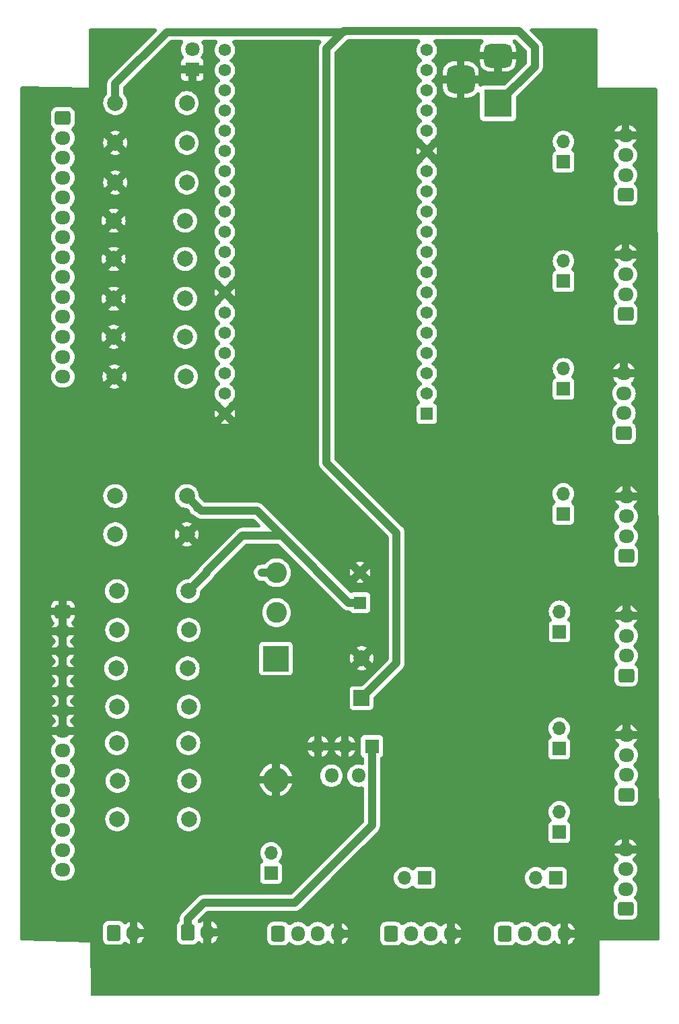
<source format=gbr>
%TF.GenerationSoftware,KiCad,Pcbnew,7.0.6*%
%TF.CreationDate,2023-07-24T15:49:13+01:00*%
%TF.ProjectId,new_board2,6e65775f-626f-4617-9264-322e6b696361,rev?*%
%TF.SameCoordinates,Original*%
%TF.FileFunction,Copper,L2,Bot*%
%TF.FilePolarity,Positive*%
%FSLAX46Y46*%
G04 Gerber Fmt 4.6, Leading zero omitted, Abs format (unit mm)*
G04 Created by KiCad (PCBNEW 7.0.6) date 2023-07-24 15:49:13*
%MOMM*%
%LPD*%
G01*
G04 APERTURE LIST*
G04 Aperture macros list*
%AMRoundRect*
0 Rectangle with rounded corners*
0 $1 Rounding radius*
0 $2 $3 $4 $5 $6 $7 $8 $9 X,Y pos of 4 corners*
0 Add a 4 corners polygon primitive as box body*
4,1,4,$2,$3,$4,$5,$6,$7,$8,$9,$2,$3,0*
0 Add four circle primitives for the rounded corners*
1,1,$1+$1,$2,$3*
1,1,$1+$1,$4,$5*
1,1,$1+$1,$6,$7*
1,1,$1+$1,$8,$9*
0 Add four rect primitives between the rounded corners*
20,1,$1+$1,$2,$3,$4,$5,0*
20,1,$1+$1,$4,$5,$6,$7,0*
20,1,$1+$1,$6,$7,$8,$9,0*
20,1,$1+$1,$8,$9,$2,$3,0*%
G04 Aperture macros list end*
%TA.AperFunction,ComponentPad*%
%ADD10RoundRect,0.250000X0.725000X-0.600000X0.725000X0.600000X-0.725000X0.600000X-0.725000X-0.600000X0*%
%TD*%
%TA.AperFunction,ComponentPad*%
%ADD11O,1.950000X1.700000*%
%TD*%
%TA.AperFunction,ComponentPad*%
%ADD12O,1.700000X1.950000*%
%TD*%
%TA.AperFunction,ComponentPad*%
%ADD13RoundRect,0.250000X-0.600000X-0.725000X0.600000X-0.725000X0.600000X0.725000X-0.600000X0.725000X0*%
%TD*%
%TA.AperFunction,ComponentPad*%
%ADD14R,1.700000X1.700000*%
%TD*%
%TA.AperFunction,ComponentPad*%
%ADD15O,1.700000X1.700000*%
%TD*%
%TA.AperFunction,ComponentPad*%
%ADD16RoundRect,0.250000X-0.725000X0.600000X-0.725000X-0.600000X0.725000X-0.600000X0.725000X0.600000X0*%
%TD*%
%TA.AperFunction,ComponentPad*%
%ADD17C,2.000000*%
%TD*%
%TA.AperFunction,ComponentPad*%
%ADD18R,1.800000X1.800000*%
%TD*%
%TA.AperFunction,ComponentPad*%
%ADD19C,1.800000*%
%TD*%
%TA.AperFunction,ComponentPad*%
%ADD20RoundRect,0.250000X-0.600000X-0.750000X0.600000X-0.750000X0.600000X0.750000X-0.600000X0.750000X0*%
%TD*%
%TA.AperFunction,ComponentPad*%
%ADD21O,1.700000X2.000000*%
%TD*%
%TA.AperFunction,ComponentPad*%
%ADD22C,2.600000*%
%TD*%
%TA.AperFunction,ComponentPad*%
%ADD23R,1.600000X1.600000*%
%TD*%
%TA.AperFunction,ComponentPad*%
%ADD24C,1.600000*%
%TD*%
%TA.AperFunction,ComponentPad*%
%ADD25R,3.500000X3.500000*%
%TD*%
%TA.AperFunction,ComponentPad*%
%ADD26RoundRect,0.750000X-1.000000X0.750000X-1.000000X-0.750000X1.000000X-0.750000X1.000000X0.750000X0*%
%TD*%
%TA.AperFunction,ComponentPad*%
%ADD27RoundRect,0.875000X-0.875000X0.875000X-0.875000X-0.875000X0.875000X-0.875000X0.875000X0.875000X0*%
%TD*%
%TA.AperFunction,ComponentPad*%
%ADD28R,2.000000X2.000000*%
%TD*%
%TA.AperFunction,ComponentPad*%
%ADD29O,1.800000X1.800000*%
%TD*%
%TA.AperFunction,ComponentPad*%
%ADD30R,1.560000X1.560000*%
%TD*%
%TA.AperFunction,ComponentPad*%
%ADD31C,1.560000*%
%TD*%
%TA.AperFunction,ComponentPad*%
%ADD32R,3.200000X3.200000*%
%TD*%
%TA.AperFunction,ComponentPad*%
%ADD33O,3.200000X3.200000*%
%TD*%
%TA.AperFunction,Conductor*%
%ADD34C,1.000000*%
%TD*%
%TA.AperFunction,Conductor*%
%ADD35C,0.500000*%
%TD*%
G04 APERTURE END LIST*
D10*
%TO.P,P13,1,Pin_1*%
%TO.N,A2-3*%
X211800000Y-151900000D03*
D11*
%TO.P,P13,2,Pin_2*%
%TO.N,A2-4*%
X211800000Y-149400000D03*
%TO.P,P13,3,Pin_3*%
%TO.N,Net-(P13-Pin_3)*%
X211800000Y-146900000D03*
%TO.P,P13,4,Pin_4*%
%TO.N,GND*%
X211800000Y-144400000D03*
%TD*%
D10*
%TO.P,P16,1,Pin_1*%
%TO.N,I2C_2-3*%
X211800000Y-77150000D03*
D11*
%TO.P,P16,2,Pin_2*%
%TO.N,I2C_2-4*%
X211800000Y-74650000D03*
%TO.P,P16,3,Pin_3*%
%TO.N,Net-(P16-Pin_3)*%
X211800000Y-72150000D03*
%TO.P,P16,4,Pin_4*%
%TO.N,GND*%
X211800000Y-69650000D03*
%TD*%
D10*
%TO.P,P15,1,Pin_1*%
%TO.N,I2C_1-3*%
X211800000Y-62150000D03*
D11*
%TO.P,P15,2,Pin_2*%
%TO.N,I2C_1-4*%
X211800000Y-59650000D03*
%TO.P,P15,3,Pin_3*%
%TO.N,Net-(P15-Pin_3)*%
X211800000Y-57150000D03*
%TO.P,P15,4,Pin_4*%
%TO.N,GND*%
X211800000Y-54650000D03*
%TD*%
D10*
%TO.P,P14,1,Pin_1*%
%TO.N,A3-3*%
X211900000Y-122550000D03*
D11*
%TO.P,P14,2,Pin_2*%
%TO.N,A3-4*%
X211900000Y-120050000D03*
%TO.P,P14,3,Pin_3*%
%TO.N,Net-(P14-Pin_3)*%
X211900000Y-117550000D03*
%TO.P,P14,4,Pin_4*%
%TO.N,GND*%
X211900000Y-115050000D03*
%TD*%
D10*
%TO.P,P12,1,Pin_1*%
%TO.N,D8-3*%
X211900000Y-107550000D03*
D11*
%TO.P,P12,2,Pin_2*%
%TO.N,D8-4*%
X211900000Y-105050000D03*
%TO.P,P12,3,Pin_3*%
%TO.N,Net-(P12-Pin_3)*%
X211900000Y-102550000D03*
%TO.P,P12,4,Pin_4*%
%TO.N,GND*%
X211900000Y-100050000D03*
%TD*%
D12*
%TO.P,P11,4,Pin_4*%
%TO.N,GND*%
X175600000Y-155000000D03*
%TO.P,P11,3,Pin_3*%
%TO.N,Net-(P11-Pin_3)*%
X173100000Y-155000000D03*
%TO.P,P11,2,Pin_2*%
%TO.N,D6-4*%
X170600000Y-155000000D03*
D13*
%TO.P,P11,1,Pin_1*%
%TO.N,unconnected-(P11-Pin_1-Pad1)*%
X168100000Y-155000000D03*
%TD*%
D12*
%TO.P,P10,4,Pin_4*%
%TO.N,GND*%
X204100000Y-155000000D03*
%TO.P,P10,3,Pin_3*%
%TO.N,Net-(P10-Pin_3)*%
X201600000Y-155000000D03*
%TO.P,P10,2,Pin_2*%
%TO.N,D4-4*%
X199100000Y-155000000D03*
D13*
%TO.P,P10,1,Pin_1*%
%TO.N,D4-3*%
X196600000Y-155000000D03*
%TD*%
D12*
%TO.P,P8,4,Pin_4*%
%TO.N,GND*%
X189800000Y-155000000D03*
%TO.P,P8,3,Pin_3*%
%TO.N,Net-(P19-Pin_1)*%
X187300000Y-155000000D03*
%TO.P,P8,2,Pin_2*%
%TO.N,RX*%
X184800000Y-155000000D03*
D13*
%TO.P,P8,1,Pin_1*%
%TO.N,TX*%
X182300000Y-155000000D03*
%TD*%
D10*
%TO.P,P7,1,Pin_1*%
%TO.N,A1-3*%
X211900000Y-137550000D03*
D11*
%TO.P,P7,2,Pin_2*%
%TO.N,A1-4*%
X211900000Y-135050000D03*
%TO.P,P7,3,Pin_3*%
%TO.N,Net-(P22-Pin_1)*%
X211900000Y-132550000D03*
%TO.P,P7,4,Pin_4*%
%TO.N,GND*%
X211900000Y-130050000D03*
%TD*%
D10*
%TO.P,P6,1,Pin_1*%
%TO.N,D7-3*%
X211600000Y-92100000D03*
D11*
%TO.P,P6,2,Pin_2*%
%TO.N,D7-4*%
X211600000Y-89600000D03*
%TO.P,P6,3,Pin_3*%
%TO.N,Net-(P3-Pin_1)*%
X211600000Y-87100000D03*
%TO.P,P6,4,Pin_4*%
%TO.N,GND*%
X211600000Y-84600000D03*
%TD*%
D14*
%TO.P,P22,1,Pin_1*%
%TO.N,Net-(P22-Pin_1)*%
X203475000Y-131750000D03*
D15*
%TO.P,P22,2,Pin_2*%
%TO.N,+5V*%
X203475000Y-129210000D03*
%TD*%
D14*
%TO.P,P21,1,Pin_1*%
%TO.N,Net-(P13-Pin_3)*%
X203475000Y-142250000D03*
D15*
%TO.P,P21,2,Pin_2*%
%TO.N,+5V*%
X203475000Y-139710000D03*
%TD*%
D14*
%TO.P,P20,1,Pin_1*%
%TO.N,Net-(P14-Pin_3)*%
X203500000Y-117040000D03*
D15*
%TO.P,P20,2,Pin_2*%
%TO.N,+5V*%
X203500000Y-114500000D03*
%TD*%
D14*
%TO.P,P19,1,Pin_1*%
%TO.N,Net-(P19-Pin_1)*%
X186540000Y-148000000D03*
D15*
%TO.P,P19,2,Pin_2*%
%TO.N,+5V*%
X184000000Y-148000000D03*
%TD*%
D14*
%TO.P,P18,1,Pin_1*%
%TO.N,Net-(P12-Pin_3)*%
X203975000Y-102250000D03*
D15*
%TO.P,P18,2,Pin_2*%
%TO.N,+5V*%
X203975000Y-99710000D03*
%TD*%
D14*
%TO.P,P17,1,Pin_1*%
%TO.N,Net-(P11-Pin_3)*%
X167200000Y-147400000D03*
D15*
%TO.P,P17,2,Pin_2*%
%TO.N,+5V*%
X167200000Y-144860000D03*
%TD*%
D14*
%TO.P,P9,1,Pin_1*%
%TO.N,Net-(P16-Pin_3)*%
X204000000Y-73000000D03*
D15*
%TO.P,P9,2,Pin_2*%
%TO.N,+5V*%
X204000000Y-70460000D03*
%TD*%
%TO.P,P5,2,Pin_2*%
%TO.N,+5V*%
X200500000Y-148000000D03*
D14*
%TO.P,P5,1,Pin_1*%
%TO.N,Net-(P10-Pin_3)*%
X203040000Y-148000000D03*
%TD*%
%TO.P,P4,1,Pin_1*%
%TO.N,Net-(P15-Pin_3)*%
X204000000Y-58000000D03*
D15*
%TO.P,P4,2,Pin_2*%
%TO.N,+5V*%
X204000000Y-55460000D03*
%TD*%
D14*
%TO.P,P3,1,Pin_1*%
%TO.N,Net-(P3-Pin_1)*%
X204000000Y-86540000D03*
D15*
%TO.P,P3,2,Pin_2*%
%TO.N,+5V*%
X204000000Y-84000000D03*
%TD*%
D16*
%TO.P,J7,1,Pin_1*%
%TO.N,GND*%
X141000000Y-114500000D03*
D11*
%TO.P,J7,2,Pin_2*%
X141000000Y-117000000D03*
%TO.P,J7,3,Pin_3*%
X141000000Y-119500000D03*
%TO.P,J7,4,Pin_4*%
X141000000Y-122000000D03*
%TO.P,J7,5,Pin_5*%
X141000000Y-124500000D03*
%TO.P,J7,6,Pin_6*%
X141000000Y-127000000D03*
%TO.P,J7,7,Pin_7*%
X141000000Y-129500000D03*
%TO.P,J7,8,Pin_8*%
%TO.N,Net-(J7-Pin_8)*%
X141000000Y-132000000D03*
%TO.P,J7,9,Pin_9*%
%TO.N,Net-(J7-Pin_9)*%
X141000000Y-134500000D03*
%TO.P,J7,10,Pin_10*%
%TO.N,Net-(J7-Pin_10)*%
X141000000Y-137000000D03*
%TO.P,J7,11,Pin_11*%
%TO.N,Net-(J7-Pin_11)*%
X141000000Y-139500000D03*
%TO.P,J7,12,Pin_12*%
%TO.N,Net-(J7-Pin_12)*%
X141000000Y-142000000D03*
%TO.P,J7,13,Pin_13*%
%TO.N,Net-(J7-Pin_13)*%
X141000000Y-144500000D03*
%TO.P,J7,14,Pin_14*%
%TO.N,Net-(J7-Pin_14)*%
X141000000Y-147000000D03*
%TD*%
%TO.P,J1,14,Pin_14*%
%TO.N,D6-3*%
X141000000Y-85000000D03*
%TO.P,J1,13,Pin_13*%
%TO.N,D5-4*%
X141000000Y-82500000D03*
%TO.P,J1,12,Pin_12*%
%TO.N,D5-3*%
X141000000Y-80000000D03*
%TO.P,J1,11,Pin_11*%
%TO.N,D3-4*%
X141000000Y-77500000D03*
%TO.P,J1,10,Pin_10*%
%TO.N,D3-3*%
X141000000Y-75000000D03*
%TO.P,J1,9,Pin_9*%
%TO.N,D1-4*%
X141000000Y-72500000D03*
%TO.P,J1,8,Pin_8*%
%TO.N,D1-3*%
X141000000Y-70000000D03*
%TO.P,J1,7,Pin_7*%
%TO.N,+3V3*%
X141000000Y-67500000D03*
%TO.P,J1,6,Pin_6*%
X141000000Y-65000000D03*
%TO.P,J1,5,Pin_5*%
X141000000Y-62500000D03*
%TO.P,J1,4,Pin_4*%
X141000000Y-60000000D03*
%TO.P,J1,3,Pin_3*%
X141000000Y-57500000D03*
%TO.P,J1,2,Pin_2*%
X141000000Y-55000000D03*
D16*
%TO.P,J1,1,Pin_1*%
X141000000Y-52500000D03*
%TD*%
D17*
%TO.P,R10,2*%
%TO.N,GND*%
X147600000Y-55600000D03*
%TO.P,R10,1*%
%TO.N,D1-3*%
X156600000Y-55600000D03*
%TD*%
%TO.P,R1,1*%
%TO.N,Net-(D1-A)*%
X156600000Y-50600000D03*
%TO.P,R1,2*%
%TO.N,+12V*%
X147600000Y-50600000D03*
%TD*%
D18*
%TO.P,D1,1,K*%
%TO.N,GND*%
X157300000Y-46390000D03*
D19*
%TO.P,D1,2,A*%
%TO.N,Net-(D1-A)*%
X157300000Y-43850000D03*
%TD*%
D17*
%TO.P,R3,1*%
%TO.N,+5V*%
X156850000Y-116840000D03*
%TO.P,R3,2*%
%TO.N,Net-(J7-Pin_9)*%
X147850000Y-116840000D03*
%TD*%
%TO.P,R5,1*%
%TO.N,+5V*%
X156900000Y-135802000D03*
%TO.P,R5,2*%
%TO.N,Net-(J7-Pin_13)*%
X147900000Y-135802000D03*
%TD*%
%TO.P,R16,1*%
%TO.N,D6-3*%
X156500000Y-85000000D03*
%TO.P,R16,2*%
%TO.N,GND*%
X147500000Y-85000000D03*
%TD*%
%TO.P,R12,1*%
%TO.N,D1-4*%
X156600000Y-60600000D03*
%TO.P,R12,2*%
%TO.N,GND*%
X147600000Y-60600000D03*
%TD*%
%TO.P,R2,1*%
%TO.N,+5V*%
X156800000Y-131052000D03*
%TO.P,R2,2*%
%TO.N,Net-(J7-Pin_12)*%
X147800000Y-131052000D03*
%TD*%
%TO.P,R13,1*%
%TO.N,D5-3*%
X156400000Y-75200000D03*
%TO.P,R13,2*%
%TO.N,GND*%
X147400000Y-75200000D03*
%TD*%
D20*
%TO.P,P1,1,Pin_1*%
%TO.N,+12V*%
X156700000Y-154850000D03*
D21*
%TO.P,P1,2,Pin_2*%
%TO.N,GND*%
X159200000Y-154850000D03*
%TD*%
D22*
%TO.P,L1,1,1*%
%TO.N,Net-(D2-K)*%
X167900000Y-114650000D03*
%TO.P,L1,2,2*%
%TO.N,+5V*%
X167900000Y-109650000D03*
%TD*%
D17*
%TO.P,R9,1*%
%TO.N,+3V3*%
X147600000Y-104800000D03*
%TO.P,R9,2*%
%TO.N,GND*%
X156600000Y-104800000D03*
%TD*%
D23*
%TO.P,C2,1*%
%TO.N,+5V*%
X178400000Y-113400000D03*
D24*
%TO.P,C2,2*%
%TO.N,GND*%
X178400000Y-109600000D03*
%TD*%
D17*
%TO.P,R6,1*%
%TO.N,+5V*%
X156718000Y-121666000D03*
%TO.P,R6,2*%
%TO.N,Net-(J7-Pin_10)*%
X147718000Y-121666000D03*
%TD*%
D25*
%TO.P,CON1,1*%
%TO.N,+12V*%
X195757500Y-50650000D03*
D26*
%TO.P,CON1,2*%
%TO.N,GND*%
X195757500Y-44650000D03*
D27*
%TO.P,CON1,3*%
X191057500Y-47650000D03*
%TD*%
D17*
%TO.P,R15,1*%
%TO.N,D5-4*%
X156400000Y-80000000D03*
%TO.P,R15,2*%
%TO.N,GND*%
X147400000Y-80000000D03*
%TD*%
D28*
%TO.P,C1,1*%
%TO.N,+12V*%
X178600000Y-125400000D03*
D17*
%TO.P,C1,2*%
%TO.N,GND*%
X178600000Y-120400000D03*
%TD*%
%TO.P,R7,1*%
%TO.N,+5V*%
X156850000Y-140628000D03*
%TO.P,R7,2*%
%TO.N,Net-(J7-Pin_14)*%
X147850000Y-140628000D03*
%TD*%
D18*
%TO.P,U1,1,VIN*%
%TO.N,+12V*%
X179900000Y-131450000D03*
D29*
%TO.P,U1,2,OUT*%
%TO.N,Net-(D2-K)*%
X178200000Y-135150000D03*
%TO.P,U1,3,GND*%
%TO.N,GND*%
X176500000Y-131450000D03*
%TO.P,U1,4,FB*%
%TO.N,+5V*%
X174800000Y-135150000D03*
%TO.P,U1,5,~{ON}/OFF*%
%TO.N,GND*%
X173100000Y-131450000D03*
%TD*%
D17*
%TO.P,R8,1*%
%TO.N,+5V*%
X156600000Y-100000000D03*
%TO.P,R8,2*%
%TO.N,+3V3*%
X147600000Y-100000000D03*
%TD*%
D20*
%TO.P,P2,1,Pin_1*%
%TO.N,+12V*%
X147400000Y-154900000D03*
D21*
%TO.P,P2,2,Pin_2*%
%TO.N,GND*%
X149900000Y-154900000D03*
%TD*%
D17*
%TO.P,R17,1*%
%TO.N,+5V*%
X156800000Y-111950000D03*
%TO.P,R17,2*%
%TO.N,Net-(J7-Pin_8)*%
X147800000Y-111950000D03*
%TD*%
%TO.P,R11,1*%
%TO.N,D3-4*%
X156400000Y-70200000D03*
%TO.P,R11,2*%
%TO.N,GND*%
X147400000Y-70200000D03*
%TD*%
%TO.P,R4,1*%
%TO.N,+5V*%
X156850000Y-126492000D03*
%TO.P,R4,2*%
%TO.N,Net-(J7-Pin_11)*%
X147850000Y-126492000D03*
%TD*%
D30*
%TO.P,U2,1,3V3*%
%TO.N,unconnected-(U2-3V3-Pad1)*%
X186800000Y-89670000D03*
D31*
%TO.P,U2,2,EN*%
%TO.N,unconnected-(U2-EN-Pad2)*%
X186800000Y-87130000D03*
%TO.P,U2,3,SENSOR_VP*%
%TO.N,A2-4*%
X186800000Y-84590000D03*
%TO.P,U2,4,SENSOR_VN*%
%TO.N,A2-3*%
X186800000Y-82050000D03*
%TO.P,U2,5,IO34*%
%TO.N,A1-4*%
X186800000Y-79510000D03*
%TO.P,U2,6,IO35*%
%TO.N,A1-3*%
X186800000Y-76970000D03*
%TO.P,U2,7,IO32*%
%TO.N,A3-3*%
X186800000Y-74430000D03*
%TO.P,U2,8,IO33*%
%TO.N,A3-4*%
X186800000Y-71890000D03*
%TO.P,U2,9,IO25*%
%TO.N,D8-4*%
X186800000Y-69350000D03*
%TO.P,U2,10,IO26*%
%TO.N,D8-3*%
X186800000Y-66810000D03*
%TO.P,U2,11,IO27*%
%TO.N,D7-4*%
X186800000Y-64270000D03*
%TO.P,U2,12,IO14*%
%TO.N,D7-3*%
X186800000Y-61730000D03*
%TO.P,U2,13,IO12*%
%TO.N,I2C_2-3*%
X186800000Y-59190000D03*
%TO.P,U2,14,GND1*%
%TO.N,GND*%
X186800000Y-56650000D03*
%TO.P,U2,15,IO13*%
%TO.N,I2C_2-4*%
X186800000Y-54110000D03*
%TO.P,U2,16,SD2*%
%TO.N,I2C_1-3*%
X186800000Y-51570000D03*
%TO.P,U2,17,SD3*%
%TO.N,I2C_1-4*%
X186800000Y-49030000D03*
%TO.P,U2,18,CMD*%
%TO.N,unconnected-(U2-CMD-Pad18)*%
X186800000Y-46490000D03*
%TO.P,U2,19,EXT_5V*%
%TO.N,+5V*%
X186800000Y-43950000D03*
%TO.P,U2,20,GND3*%
%TO.N,GND*%
X161400000Y-89670000D03*
%TO.P,U2,21,IO23*%
%TO.N,D6-4*%
X161400000Y-87130000D03*
%TO.P,U2,22,IO22*%
%TO.N,D6-3*%
X161400000Y-84590000D03*
%TO.P,U2,23,TXD0*%
%TO.N,TX*%
X161400000Y-82050000D03*
%TO.P,U2,24,RXD0*%
%TO.N,RX*%
X161400000Y-79510000D03*
%TO.P,U2,25,IO21*%
%TO.N,D5-4*%
X161400000Y-76970000D03*
%TO.P,U2,26,GND2*%
%TO.N,GND*%
X161400000Y-74430000D03*
%TO.P,U2,27,IO19*%
%TO.N,D5-3*%
X161400000Y-71890000D03*
%TO.P,U2,28,IO18*%
%TO.N,D4-4*%
X161400000Y-69350000D03*
%TO.P,U2,29,IO5*%
%TO.N,D4-3*%
X161400000Y-66810000D03*
%TO.P,U2,30,IO17*%
%TO.N,D3-4*%
X161400000Y-64270000D03*
%TO.P,U2,31,IO16*%
%TO.N,D3-3*%
X161400000Y-61730000D03*
%TO.P,U2,32,IO4*%
%TO.N,unconnected-(U2-IO4-Pad32)*%
X161400000Y-59190000D03*
%TO.P,U2,33,IO0*%
%TO.N,unconnected-(U2-IO0-Pad33)*%
X161400000Y-56650000D03*
%TO.P,U2,34,IO2*%
%TO.N,D1-4*%
X161400000Y-54110000D03*
%TO.P,U2,35,IO15*%
%TO.N,D1-3*%
X161400000Y-51570000D03*
%TO.P,U2,36,SD1*%
%TO.N,unconnected-(U2-SD1-Pad36)*%
X161400000Y-49030000D03*
%TO.P,U2,37,SD0*%
%TO.N,unconnected-(U2-SD0-Pad37)*%
X161400000Y-46490000D03*
%TO.P,U2,38,CLK*%
%TO.N,unconnected-(U2-CLK-Pad38)*%
X161400000Y-43950000D03*
%TD*%
D17*
%TO.P,R14,1*%
%TO.N,D3-3*%
X156400000Y-65400000D03*
%TO.P,R14,2*%
%TO.N,GND*%
X147400000Y-65400000D03*
%TD*%
D32*
%TO.P,D2,1,K*%
%TO.N,Net-(D2-K)*%
X167800000Y-120430000D03*
D33*
%TO.P,D2,2,A*%
%TO.N,GND*%
X167800000Y-135670000D03*
%TD*%
D34*
%TO.N,+12V*%
X156700000Y-153180000D02*
X156700000Y-154850000D01*
X158750000Y-151130000D02*
X156700000Y-153180000D01*
X170180000Y-151130000D02*
X158750000Y-151130000D01*
X179900000Y-141410000D02*
X170180000Y-151130000D01*
X179900000Y-131450000D02*
X179900000Y-141410000D01*
X176400000Y-41600000D02*
X174200000Y-43800000D01*
X200400000Y-43600000D02*
X200400000Y-46007500D01*
X147600000Y-50600000D02*
X147600000Y-48200000D01*
X176400000Y-41600000D02*
X198400000Y-41600000D01*
X154100000Y-41700000D02*
X176300000Y-41700000D01*
X178750000Y-125550000D02*
X178600000Y-125400000D01*
X147600000Y-48200000D02*
X154100000Y-41700000D01*
X174200000Y-95800000D02*
X183000000Y-104600000D01*
X183000000Y-104600000D02*
X183000000Y-121000000D01*
X176300000Y-41700000D02*
X176400000Y-41600000D01*
X200400000Y-46007500D02*
X195757500Y-50650000D01*
X174200000Y-43800000D02*
X174200000Y-95800000D01*
X183000000Y-121000000D02*
X178600000Y-125400000D01*
X198400000Y-41600000D02*
X200400000Y-43600000D01*
D35*
%TO.N,+5V*%
X186770000Y-43980000D02*
X186800000Y-43950000D01*
D34*
X159100000Y-109500000D02*
X163600000Y-105000000D01*
X167900000Y-109650000D02*
X166050000Y-109650000D01*
X177000000Y-113400000D02*
X168600000Y-105000000D01*
X157900000Y-101500000D02*
X157900000Y-101300000D01*
X178400000Y-113400000D02*
X177000000Y-113400000D01*
X159100000Y-109650000D02*
X159100000Y-109500000D01*
X158450000Y-101850000D02*
X157900000Y-101300000D01*
X157900000Y-101300000D02*
X156600000Y-100000000D01*
X159100000Y-109650000D02*
X156800000Y-111950000D01*
X163600000Y-105000000D02*
X168600000Y-105000000D01*
X168600000Y-105000000D02*
X165450000Y-101850000D01*
X165450000Y-101850000D02*
X158450000Y-101850000D01*
%TD*%
%TA.AperFunction,Conductor*%
%TO.N,GND*%
G36*
X152687136Y-41211044D02*
G01*
X152767918Y-41265020D01*
X152821894Y-41345802D01*
X152840848Y-41441090D01*
X152821894Y-41536378D01*
X152767918Y-41617160D01*
X146901532Y-47483547D01*
X146836945Y-47544942D01*
X146803259Y-47593340D01*
X146797563Y-47600894D01*
X146760305Y-47646587D01*
X146760299Y-47646597D01*
X146746229Y-47673531D01*
X146738059Y-47687015D01*
X146720708Y-47711946D01*
X146720702Y-47711956D01*
X146697450Y-47766138D01*
X146693393Y-47774682D01*
X146666091Y-47826949D01*
X146666091Y-47826950D01*
X146657735Y-47856151D01*
X146652446Y-47871009D01*
X146640458Y-47898943D01*
X146640458Y-47898944D01*
X146628589Y-47956701D01*
X146626334Y-47965889D01*
X146610113Y-48022581D01*
X146610111Y-48022591D01*
X146607803Y-48052887D01*
X146605614Y-48068498D01*
X146599500Y-48098258D01*
X146599500Y-48157222D01*
X146599140Y-48166679D01*
X146594662Y-48225473D01*
X146594663Y-48225474D01*
X146598502Y-48255616D01*
X146599500Y-48271360D01*
X146599500Y-49374197D01*
X146580546Y-49469485D01*
X146533696Y-49542839D01*
X146411836Y-49675214D01*
X146411830Y-49675221D01*
X146275828Y-49883391D01*
X146275825Y-49883396D01*
X146175936Y-50111121D01*
X146175935Y-50111125D01*
X146114894Y-50352168D01*
X146114892Y-50352176D01*
X146094357Y-50600000D01*
X146114892Y-50847823D01*
X146114894Y-50847831D01*
X146135018Y-50927298D01*
X146175937Y-51088881D01*
X146207133Y-51160001D01*
X146275825Y-51316603D01*
X146275828Y-51316608D01*
X146411830Y-51524778D01*
X146411836Y-51524785D01*
X146580248Y-51707730D01*
X146580252Y-51707733D01*
X146580256Y-51707738D01*
X146580260Y-51707741D01*
X146580261Y-51707742D01*
X146776485Y-51860470D01*
X146776487Y-51860471D01*
X146776491Y-51860474D01*
X146995190Y-51978828D01*
X147064736Y-52002703D01*
X147230378Y-52059569D01*
X147230382Y-52059569D01*
X147230386Y-52059571D01*
X147475665Y-52100500D01*
X147724335Y-52100500D01*
X147969614Y-52059571D01*
X147969618Y-52059569D01*
X147969621Y-52059569D01*
X148059077Y-52028858D01*
X148204810Y-51978828D01*
X148423509Y-51860474D01*
X148619744Y-51707738D01*
X148788164Y-51524785D01*
X148924173Y-51316607D01*
X149024063Y-51088881D01*
X149085108Y-50847821D01*
X149105643Y-50600000D01*
X155094357Y-50600000D01*
X155114892Y-50847823D01*
X155114894Y-50847831D01*
X155135018Y-50927298D01*
X155175937Y-51088881D01*
X155207133Y-51160001D01*
X155275825Y-51316603D01*
X155275828Y-51316608D01*
X155411830Y-51524778D01*
X155411836Y-51524785D01*
X155580248Y-51707730D01*
X155580252Y-51707733D01*
X155580256Y-51707738D01*
X155580260Y-51707741D01*
X155580261Y-51707742D01*
X155776485Y-51860470D01*
X155776487Y-51860471D01*
X155776491Y-51860474D01*
X155995190Y-51978828D01*
X156064736Y-52002703D01*
X156230378Y-52059569D01*
X156230382Y-52059569D01*
X156230386Y-52059571D01*
X156475665Y-52100500D01*
X156724335Y-52100500D01*
X156969614Y-52059571D01*
X156969618Y-52059569D01*
X156969621Y-52059569D01*
X157059077Y-52028858D01*
X157204810Y-51978828D01*
X157423509Y-51860474D01*
X157619744Y-51707738D01*
X157788164Y-51524785D01*
X157924173Y-51316607D01*
X158024063Y-51088881D01*
X158085108Y-50847821D01*
X158105643Y-50600000D01*
X158085108Y-50352179D01*
X158024063Y-50111119D01*
X157924173Y-49883393D01*
X157850167Y-49770118D01*
X157788169Y-49675221D01*
X157788163Y-49675214D01*
X157619751Y-49492269D01*
X157619747Y-49492265D01*
X157619744Y-49492262D01*
X157600499Y-49477283D01*
X157423514Y-49339529D01*
X157423510Y-49339526D01*
X157423509Y-49339526D01*
X157292444Y-49268597D01*
X157204811Y-49221172D01*
X156969621Y-49140430D01*
X156969610Y-49140428D01*
X156724335Y-49099500D01*
X156475665Y-49099500D01*
X156230389Y-49140428D01*
X156230378Y-49140430D01*
X155995188Y-49221172D01*
X155776485Y-49339529D01*
X155580261Y-49492257D01*
X155580248Y-49492269D01*
X155411836Y-49675214D01*
X155411830Y-49675221D01*
X155275828Y-49883391D01*
X155275825Y-49883396D01*
X155175936Y-50111121D01*
X155175935Y-50111125D01*
X155114894Y-50352168D01*
X155114892Y-50352176D01*
X155094357Y-50600000D01*
X149105643Y-50600000D01*
X149085108Y-50352179D01*
X149024063Y-50111119D01*
X148924173Y-49883393D01*
X148850167Y-49770118D01*
X148788169Y-49675221D01*
X148788163Y-49675214D01*
X148666304Y-49542839D01*
X148615712Y-49459896D01*
X148600500Y-49374197D01*
X148600500Y-48717560D01*
X148619454Y-48622272D01*
X148673430Y-48541490D01*
X150324920Y-46890000D01*
X155900000Y-46890000D01*
X155900000Y-47337832D01*
X155906401Y-47397371D01*
X155906403Y-47397378D01*
X155956646Y-47532087D01*
X156042810Y-47647187D01*
X156042812Y-47647189D01*
X156157912Y-47733353D01*
X156292621Y-47783596D01*
X156292628Y-47783598D01*
X156352167Y-47789999D01*
X156352175Y-47790000D01*
X156799999Y-47790000D01*
X156800000Y-47789998D01*
X157800000Y-47789998D01*
X157800001Y-47790000D01*
X158247825Y-47790000D01*
X158247832Y-47789999D01*
X158307371Y-47783598D01*
X158307378Y-47783596D01*
X158442087Y-47733353D01*
X158557187Y-47647189D01*
X158557189Y-47647187D01*
X158643353Y-47532087D01*
X158693596Y-47397378D01*
X158693598Y-47397371D01*
X158699999Y-47337832D01*
X158700000Y-47337824D01*
X158700000Y-46890001D01*
X158699999Y-46890000D01*
X157800001Y-46890000D01*
X157800000Y-46890001D01*
X157800000Y-47789998D01*
X156800000Y-47789998D01*
X156800000Y-46890001D01*
X156799999Y-46890000D01*
X155900000Y-46890000D01*
X150324920Y-46890000D01*
X150858928Y-46355992D01*
X156846190Y-46355992D01*
X156856327Y-46491265D01*
X156905887Y-46617541D01*
X156990465Y-46723599D01*
X157102547Y-46800016D01*
X157232173Y-46840000D01*
X157333724Y-46840000D01*
X157434138Y-46824865D01*
X157556357Y-46766007D01*
X157655798Y-46673740D01*
X157723625Y-46556260D01*
X157753810Y-46424008D01*
X157743673Y-46288735D01*
X157694113Y-46162459D01*
X157609535Y-46056401D01*
X157497453Y-45979984D01*
X157367827Y-45940000D01*
X157266276Y-45940000D01*
X157165862Y-45955135D01*
X157043643Y-46013993D01*
X156944202Y-46106260D01*
X156876375Y-46223740D01*
X156846190Y-46355992D01*
X150858928Y-46355992D01*
X154441490Y-42773430D01*
X154522272Y-42719454D01*
X154617560Y-42700500D01*
X155917989Y-42700500D01*
X156013277Y-42719454D01*
X156094059Y-42773430D01*
X156148035Y-42854212D01*
X156166989Y-42949500D01*
X156148035Y-43044788D01*
X156126444Y-43085689D01*
X156064074Y-43181153D01*
X155970842Y-43393702D01*
X155970841Y-43393706D01*
X155913868Y-43618684D01*
X155913866Y-43618691D01*
X155894700Y-43849999D01*
X155913866Y-44081308D01*
X155913868Y-44081315D01*
X155970841Y-44306293D01*
X155970843Y-44306300D01*
X155993921Y-44358912D01*
X156064074Y-44518846D01*
X156196654Y-44721776D01*
X156194591Y-44723123D01*
X156230565Y-44794806D01*
X156237594Y-44891707D01*
X156207006Y-44983921D01*
X156143458Y-45057410D01*
X156139727Y-45060259D01*
X156042813Y-45132809D01*
X156042810Y-45132812D01*
X155956646Y-45247912D01*
X155906403Y-45382621D01*
X155906401Y-45382628D01*
X155900000Y-45442167D01*
X155900000Y-45889999D01*
X155900001Y-45890000D01*
X158699999Y-45890000D01*
X158700000Y-45889998D01*
X158700000Y-45442174D01*
X158699999Y-45442167D01*
X158693598Y-45382628D01*
X158693596Y-45382621D01*
X158643353Y-45247912D01*
X158557189Y-45132812D01*
X158557187Y-45132810D01*
X158460273Y-45060260D01*
X158395350Y-44987981D01*
X158363029Y-44896360D01*
X158368230Y-44799345D01*
X158404866Y-44722769D01*
X158403346Y-44721776D01*
X158469197Y-44620982D01*
X158535924Y-44518849D01*
X158629157Y-44306300D01*
X158686134Y-44081305D01*
X158705300Y-43850000D01*
X158686134Y-43618695D01*
X158629157Y-43393700D01*
X158535924Y-43181151D01*
X158505368Y-43134382D01*
X158473556Y-43085689D01*
X158437306Y-42995550D01*
X158438311Y-42898400D01*
X158476416Y-42809030D01*
X158545822Y-42741045D01*
X158635961Y-42704795D01*
X158682011Y-42700500D01*
X160237461Y-42700500D01*
X160332749Y-42719454D01*
X160413531Y-42773430D01*
X160467507Y-42854212D01*
X160486461Y-42949500D01*
X160467507Y-43044788D01*
X160421026Y-43114352D01*
X160422321Y-43115439D01*
X160415332Y-43123767D01*
X160286823Y-43307298D01*
X160286820Y-43307302D01*
X160192127Y-43510371D01*
X160162058Y-43622591D01*
X160140335Y-43703665D01*
X160134137Y-43726795D01*
X160134135Y-43726806D01*
X160114609Y-43949994D01*
X160114609Y-43950005D01*
X160134135Y-44173193D01*
X160134136Y-44173202D01*
X160134137Y-44173206D01*
X160147284Y-44222271D01*
X160172816Y-44317559D01*
X160192128Y-44389630D01*
X160286819Y-44592696D01*
X160415333Y-44776233D01*
X160573767Y-44934667D01*
X160573770Y-44934669D01*
X160573771Y-44934670D01*
X160689967Y-45016032D01*
X160757151Y-45086213D01*
X160792363Y-45176762D01*
X160790244Y-45273894D01*
X160751114Y-45362821D01*
X160689967Y-45423968D01*
X160573771Y-45505329D01*
X160415330Y-45663770D01*
X160286823Y-45847298D01*
X160286820Y-45847302D01*
X160192127Y-46050371D01*
X160157388Y-46180022D01*
X160138423Y-46250801D01*
X160134137Y-46266795D01*
X160134135Y-46266806D01*
X160114609Y-46489994D01*
X160114609Y-46490005D01*
X160134135Y-46713193D01*
X160134136Y-46713202D01*
X160134137Y-46713206D01*
X160192128Y-46929630D01*
X160286819Y-47132696D01*
X160415333Y-47316233D01*
X160573767Y-47474667D01*
X160573770Y-47474669D01*
X160573771Y-47474670D01*
X160689967Y-47556032D01*
X160757151Y-47626213D01*
X160792363Y-47716762D01*
X160790244Y-47813894D01*
X160751114Y-47902821D01*
X160689967Y-47963968D01*
X160573771Y-48045329D01*
X160415330Y-48203770D01*
X160286823Y-48387298D01*
X160286820Y-48387302D01*
X160192127Y-48590371D01*
X160134137Y-48806795D01*
X160134135Y-48806806D01*
X160114609Y-49029994D01*
X160114609Y-49030005D01*
X160134135Y-49253193D01*
X160134136Y-49253202D01*
X160134137Y-49253206D01*
X160150828Y-49315497D01*
X160189519Y-49459896D01*
X160192128Y-49469630D01*
X160286819Y-49672696D01*
X160415333Y-49856233D01*
X160573767Y-50014667D01*
X160573770Y-50014669D01*
X160573771Y-50014670D01*
X160689967Y-50096032D01*
X160757151Y-50166213D01*
X160792363Y-50256762D01*
X160790244Y-50353894D01*
X160751114Y-50442821D01*
X160689967Y-50503968D01*
X160573771Y-50585329D01*
X160415330Y-50743770D01*
X160286823Y-50927298D01*
X160286820Y-50927302D01*
X160192127Y-51130371D01*
X160134137Y-51346795D01*
X160134135Y-51346806D01*
X160114609Y-51569994D01*
X160114609Y-51570005D01*
X160134135Y-51793193D01*
X160134136Y-51793202D01*
X160134137Y-51793206D01*
X160152162Y-51860474D01*
X160183874Y-51978828D01*
X160192128Y-52009630D01*
X160286819Y-52212696D01*
X160415333Y-52396233D01*
X160573767Y-52554667D01*
X160573770Y-52554669D01*
X160573771Y-52554670D01*
X160689967Y-52636032D01*
X160757151Y-52706213D01*
X160792363Y-52796762D01*
X160790244Y-52893894D01*
X160751114Y-52982821D01*
X160689967Y-53043968D01*
X160573771Y-53125329D01*
X160415330Y-53283770D01*
X160286823Y-53467298D01*
X160286820Y-53467302D01*
X160192127Y-53670371D01*
X160134137Y-53886795D01*
X160134135Y-53886806D01*
X160114609Y-54109994D01*
X160114609Y-54110005D01*
X160134135Y-54333193D01*
X160134136Y-54333199D01*
X160134137Y-54333206D01*
X160157796Y-54421502D01*
X160188566Y-54536339D01*
X160192128Y-54549630D01*
X160286819Y-54752696D01*
X160415333Y-54936233D01*
X160573767Y-55094667D01*
X160573770Y-55094669D01*
X160573771Y-55094670D01*
X160689967Y-55176032D01*
X160757151Y-55246213D01*
X160792363Y-55336762D01*
X160790244Y-55433894D01*
X160751114Y-55522821D01*
X160689967Y-55583968D01*
X160573771Y-55665329D01*
X160415330Y-55823770D01*
X160286823Y-56007298D01*
X160286820Y-56007302D01*
X160192127Y-56210371D01*
X160157652Y-56339034D01*
X160139035Y-56408517D01*
X160134137Y-56426795D01*
X160134135Y-56426806D01*
X160114609Y-56649994D01*
X160114609Y-56650000D01*
X160134135Y-56873193D01*
X160134136Y-56873202D01*
X160134137Y-56873206D01*
X160145228Y-56914598D01*
X160192082Y-57089461D01*
X160192128Y-57089630D01*
X160286819Y-57292696D01*
X160415333Y-57476233D01*
X160573767Y-57634667D01*
X160573770Y-57634669D01*
X160573771Y-57634670D01*
X160689967Y-57716032D01*
X160757151Y-57786213D01*
X160792363Y-57876762D01*
X160790244Y-57973894D01*
X160751114Y-58062821D01*
X160689967Y-58123968D01*
X160573771Y-58205329D01*
X160415330Y-58363770D01*
X160286823Y-58547298D01*
X160286820Y-58547302D01*
X160192127Y-58750371D01*
X160152605Y-58897872D01*
X160136633Y-58957481D01*
X160134137Y-58966795D01*
X160134135Y-58966806D01*
X160114609Y-59189994D01*
X160114609Y-59190005D01*
X160134135Y-59413193D01*
X160134136Y-59413202D01*
X160134137Y-59413206D01*
X160155319Y-59492257D01*
X160167129Y-59536335D01*
X160192128Y-59629630D01*
X160286819Y-59832696D01*
X160415333Y-60016233D01*
X160573767Y-60174667D01*
X160573770Y-60174669D01*
X160573771Y-60174670D01*
X160689967Y-60256032D01*
X160757151Y-60326213D01*
X160792363Y-60416762D01*
X160790244Y-60513894D01*
X160751114Y-60602821D01*
X160689967Y-60663968D01*
X160573771Y-60745329D01*
X160415330Y-60903770D01*
X160286823Y-61087298D01*
X160286820Y-61087302D01*
X160192127Y-61290371D01*
X160149675Y-61448803D01*
X160135960Y-61499993D01*
X160134137Y-61506795D01*
X160134135Y-61506806D01*
X160114609Y-61729994D01*
X160114609Y-61730005D01*
X160134135Y-61953193D01*
X160134136Y-61953202D01*
X160134137Y-61953206D01*
X160156412Y-62036337D01*
X160173604Y-62100500D01*
X160192128Y-62169630D01*
X160286819Y-62372696D01*
X160415333Y-62556233D01*
X160573767Y-62714667D01*
X160573770Y-62714669D01*
X160573771Y-62714670D01*
X160689967Y-62796032D01*
X160757151Y-62866213D01*
X160792363Y-62956762D01*
X160790244Y-63053894D01*
X160751114Y-63142821D01*
X160689967Y-63203968D01*
X160573771Y-63285329D01*
X160415330Y-63443770D01*
X160286823Y-63627298D01*
X160286820Y-63627302D01*
X160192127Y-63830371D01*
X160159010Y-63953967D01*
X160134609Y-64045035D01*
X160134137Y-64046795D01*
X160134135Y-64046806D01*
X160114609Y-64269994D01*
X160114609Y-64270005D01*
X160134135Y-64493193D01*
X160134136Y-64493202D01*
X160134137Y-64493206D01*
X160145694Y-64536337D01*
X160185098Y-64683396D01*
X160192128Y-64709630D01*
X160286819Y-64912696D01*
X160415333Y-65096233D01*
X160573767Y-65254667D01*
X160573770Y-65254669D01*
X160573771Y-65254670D01*
X160689967Y-65336032D01*
X160757151Y-65406213D01*
X160792363Y-65496762D01*
X160790244Y-65593894D01*
X160751114Y-65682821D01*
X160689967Y-65743968D01*
X160573771Y-65825329D01*
X160415330Y-65983770D01*
X160286823Y-66167298D01*
X160286820Y-66167302D01*
X160192127Y-66370371D01*
X160134137Y-66586795D01*
X160134135Y-66586806D01*
X160114609Y-66809994D01*
X160114609Y-66810005D01*
X160134135Y-67033193D01*
X160134136Y-67033202D01*
X160134137Y-67033206D01*
X160192128Y-67249630D01*
X160286819Y-67452696D01*
X160415333Y-67636233D01*
X160573767Y-67794667D01*
X160573770Y-67794669D01*
X160573771Y-67794670D01*
X160689967Y-67876032D01*
X160757151Y-67946213D01*
X160792363Y-68036762D01*
X160790244Y-68133894D01*
X160751114Y-68222821D01*
X160689967Y-68283968D01*
X160573771Y-68365329D01*
X160415330Y-68523770D01*
X160286823Y-68707298D01*
X160286820Y-68707302D01*
X160192127Y-68910371D01*
X160134137Y-69126795D01*
X160134135Y-69126806D01*
X160114609Y-69349994D01*
X160114609Y-69350005D01*
X160134135Y-69573193D01*
X160134136Y-69573202D01*
X160134137Y-69573206D01*
X160138262Y-69588599D01*
X160190128Y-69782169D01*
X160192128Y-69789630D01*
X160286819Y-69992696D01*
X160415333Y-70176233D01*
X160573767Y-70334667D01*
X160573770Y-70334669D01*
X160573771Y-70334670D01*
X160689967Y-70416032D01*
X160757151Y-70486213D01*
X160792363Y-70576762D01*
X160790244Y-70673894D01*
X160751114Y-70762821D01*
X160689967Y-70823968D01*
X160573771Y-70905329D01*
X160415330Y-71063770D01*
X160286823Y-71247298D01*
X160286820Y-71247302D01*
X160192127Y-71450371D01*
X160149675Y-71608803D01*
X160136073Y-71659571D01*
X160134137Y-71666795D01*
X160134135Y-71666806D01*
X160114609Y-71889994D01*
X160114609Y-71890005D01*
X160134135Y-72113193D01*
X160134136Y-72113202D01*
X160134137Y-72113206D01*
X160165213Y-72229185D01*
X160174702Y-72264598D01*
X160192128Y-72329630D01*
X160286819Y-72532696D01*
X160415333Y-72716233D01*
X160573767Y-72874667D01*
X160757304Y-73003181D01*
X160772502Y-73010268D01*
X160850851Y-73067716D01*
X160901252Y-73150775D01*
X160914599Y-73237492D01*
X161399999Y-73722892D01*
X161888488Y-73234403D01*
X161889631Y-73182046D01*
X161928759Y-73093119D01*
X161998940Y-73025934D01*
X162027490Y-73010271D01*
X162042696Y-73003181D01*
X162226233Y-72874667D01*
X162384667Y-72716233D01*
X162513181Y-72532696D01*
X162607872Y-72329630D01*
X162665863Y-72113206D01*
X162672047Y-72042518D01*
X162685391Y-71890005D01*
X162685391Y-71889994D01*
X162665864Y-71666806D01*
X162665863Y-71666794D01*
X162607872Y-71450370D01*
X162513181Y-71247305D01*
X162384667Y-71063767D01*
X162226233Y-70905333D01*
X162226229Y-70905330D01*
X162226228Y-70905329D01*
X162110032Y-70823967D01*
X162042848Y-70753786D01*
X162007636Y-70663236D01*
X162009756Y-70566104D01*
X162048885Y-70477178D01*
X162110029Y-70416033D01*
X162226233Y-70334667D01*
X162384667Y-70176233D01*
X162513181Y-69992696D01*
X162607872Y-69789630D01*
X162665863Y-69573206D01*
X162673721Y-69483391D01*
X162685391Y-69350005D01*
X162685391Y-69349994D01*
X162665864Y-69126806D01*
X162665863Y-69126794D01*
X162607872Y-68910370D01*
X162513181Y-68707305D01*
X162384667Y-68523767D01*
X162226233Y-68365333D01*
X162226229Y-68365330D01*
X162226228Y-68365329D01*
X162110032Y-68283967D01*
X162042848Y-68213786D01*
X162007636Y-68123236D01*
X162009756Y-68026104D01*
X162048885Y-67937178D01*
X162110029Y-67876033D01*
X162226233Y-67794667D01*
X162384667Y-67636233D01*
X162513181Y-67452696D01*
X162607872Y-67249630D01*
X162665863Y-67033206D01*
X162681054Y-66859571D01*
X162685391Y-66810005D01*
X162685391Y-66809994D01*
X162665864Y-66586806D01*
X162665863Y-66586794D01*
X162607872Y-66370370D01*
X162513181Y-66167305D01*
X162384667Y-65983767D01*
X162226233Y-65825333D01*
X162226227Y-65825329D01*
X162110033Y-65743969D01*
X162042849Y-65673788D01*
X162007636Y-65583239D01*
X162009755Y-65486107D01*
X162048884Y-65397180D01*
X162110033Y-65336031D01*
X162121344Y-65328111D01*
X162226233Y-65254667D01*
X162384667Y-65096233D01*
X162513181Y-64912696D01*
X162607872Y-64709630D01*
X162665863Y-64493206D01*
X162683443Y-64292269D01*
X162685391Y-64270005D01*
X162685391Y-64269994D01*
X162665864Y-64046806D01*
X162665863Y-64046794D01*
X162607872Y-63830370D01*
X162513181Y-63627305D01*
X162384667Y-63443767D01*
X162226233Y-63285333D01*
X162226227Y-63285329D01*
X162110033Y-63203969D01*
X162042849Y-63133788D01*
X162007636Y-63043239D01*
X162009755Y-62946107D01*
X162048884Y-62857180D01*
X162110033Y-62796031D01*
X162226233Y-62714667D01*
X162384667Y-62556233D01*
X162513181Y-62372696D01*
X162607872Y-62169630D01*
X162665863Y-61953206D01*
X162685391Y-61730000D01*
X162685391Y-61729994D01*
X162665864Y-61506806D01*
X162665863Y-61506794D01*
X162607872Y-61290370D01*
X162513181Y-61087305D01*
X162384667Y-60903767D01*
X162226233Y-60745333D01*
X162226229Y-60745330D01*
X162226228Y-60745329D01*
X162110032Y-60663967D01*
X162042848Y-60593786D01*
X162007636Y-60503236D01*
X162009756Y-60406104D01*
X162048885Y-60317178D01*
X162110029Y-60256033D01*
X162226233Y-60174667D01*
X162384667Y-60016233D01*
X162513181Y-59832696D01*
X162607872Y-59629630D01*
X162665863Y-59413206D01*
X162680576Y-59245035D01*
X162685391Y-59190005D01*
X162685391Y-59189994D01*
X162665864Y-58966806D01*
X162665863Y-58966794D01*
X162607872Y-58750370D01*
X162513181Y-58547305D01*
X162384667Y-58363767D01*
X162226233Y-58205333D01*
X162226229Y-58205330D01*
X162226228Y-58205329D01*
X162110032Y-58123967D01*
X162042848Y-58053786D01*
X162007636Y-57963236D01*
X162009756Y-57866104D01*
X162048885Y-57777178D01*
X162110029Y-57716033D01*
X162226233Y-57634667D01*
X162384667Y-57476233D01*
X162513181Y-57292696D01*
X162607872Y-57089630D01*
X162665863Y-56873206D01*
X162685391Y-56650000D01*
X162685391Y-56649999D01*
X162685391Y-56649994D01*
X162665864Y-56426806D01*
X162665863Y-56426794D01*
X162607872Y-56210370D01*
X162513181Y-56007305D01*
X162384667Y-55823767D01*
X162226233Y-55665333D01*
X162226227Y-55665329D01*
X162110033Y-55583969D01*
X162042849Y-55513788D01*
X162007636Y-55423239D01*
X162009755Y-55326107D01*
X162048884Y-55237180D01*
X162110033Y-55176031D01*
X162147209Y-55150000D01*
X162226233Y-55094667D01*
X162384667Y-54936233D01*
X162513181Y-54752696D01*
X162607872Y-54549630D01*
X162665863Y-54333206D01*
X162678431Y-54189554D01*
X162685391Y-54110005D01*
X162685391Y-54109994D01*
X162665864Y-53886806D01*
X162665863Y-53886794D01*
X162607872Y-53670370D01*
X162513181Y-53467305D01*
X162384667Y-53283767D01*
X162226233Y-53125333D01*
X162226227Y-53125329D01*
X162110033Y-53043969D01*
X162042849Y-52973788D01*
X162007636Y-52883239D01*
X162009755Y-52786107D01*
X162048884Y-52697180D01*
X162110033Y-52636031D01*
X162226233Y-52554667D01*
X162384667Y-52396233D01*
X162513181Y-52212696D01*
X162607872Y-52009630D01*
X162665863Y-51793206D01*
X162673340Y-51707742D01*
X162685391Y-51570005D01*
X162685391Y-51569994D01*
X162665864Y-51346806D01*
X162665863Y-51346794D01*
X162607872Y-51130370D01*
X162513181Y-50927305D01*
X162384667Y-50743767D01*
X162226233Y-50585333D01*
X162226229Y-50585330D01*
X162226228Y-50585329D01*
X162110032Y-50503967D01*
X162042848Y-50433786D01*
X162007636Y-50343236D01*
X162009756Y-50246104D01*
X162048885Y-50157178D01*
X162110029Y-50096033D01*
X162226233Y-50014667D01*
X162384667Y-49856233D01*
X162513181Y-49672696D01*
X162607872Y-49469630D01*
X162665863Y-49253206D01*
X162685391Y-49030000D01*
X162685391Y-49029994D01*
X162665864Y-48806806D01*
X162665863Y-48806794D01*
X162607872Y-48590370D01*
X162513181Y-48387305D01*
X162384667Y-48203767D01*
X162226233Y-48045333D01*
X162226227Y-48045329D01*
X162110033Y-47963969D01*
X162042849Y-47893788D01*
X162007636Y-47803239D01*
X162009755Y-47706107D01*
X162048884Y-47617180D01*
X162110033Y-47556031D01*
X162125871Y-47544941D01*
X162226233Y-47474667D01*
X162384667Y-47316233D01*
X162513181Y-47132696D01*
X162607872Y-46929630D01*
X162665863Y-46713206D01*
X162672303Y-46639599D01*
X162685391Y-46490005D01*
X162685391Y-46489994D01*
X162665864Y-46266806D01*
X162665863Y-46266794D01*
X162607872Y-46050370D01*
X162513181Y-45847305D01*
X162384667Y-45663767D01*
X162226233Y-45505333D01*
X162226229Y-45505330D01*
X162226228Y-45505329D01*
X162110032Y-45423967D01*
X162042848Y-45353786D01*
X162007636Y-45263236D01*
X162009756Y-45166104D01*
X162048885Y-45077178D01*
X162110029Y-45016033D01*
X162226233Y-44934667D01*
X162384667Y-44776233D01*
X162513181Y-44592696D01*
X162607872Y-44389630D01*
X162665863Y-44173206D01*
X162671427Y-44109610D01*
X162685391Y-43950005D01*
X162685391Y-43949994D01*
X162665864Y-43726806D01*
X162665863Y-43726794D01*
X162607872Y-43510370D01*
X162513181Y-43307305D01*
X162384667Y-43123767D01*
X162384666Y-43123766D01*
X162377679Y-43115439D01*
X162378973Y-43114352D01*
X162332493Y-43044788D01*
X162313539Y-42949500D01*
X162332493Y-42854212D01*
X162386469Y-42773430D01*
X162467251Y-42719454D01*
X162562539Y-42700500D01*
X173281140Y-42700500D01*
X173376428Y-42719454D01*
X173457210Y-42773430D01*
X173511186Y-42854212D01*
X173530140Y-42949500D01*
X173511186Y-43044788D01*
X173457210Y-43125570D01*
X173452731Y-43129935D01*
X173448054Y-43134383D01*
X173436943Y-43144945D01*
X173403259Y-43193340D01*
X173397563Y-43200894D01*
X173360305Y-43246587D01*
X173360299Y-43246597D01*
X173346229Y-43273531D01*
X173338059Y-43287015D01*
X173320708Y-43311946D01*
X173320702Y-43311956D01*
X173297450Y-43366138D01*
X173293393Y-43374682D01*
X173266091Y-43426949D01*
X173266091Y-43426950D01*
X173257735Y-43456151D01*
X173252446Y-43471009D01*
X173240458Y-43498943D01*
X173240458Y-43498944D01*
X173228589Y-43556701D01*
X173226334Y-43565889D01*
X173210113Y-43622581D01*
X173210111Y-43622591D01*
X173207803Y-43652887D01*
X173205614Y-43668498D01*
X173199500Y-43698258D01*
X173199500Y-43757222D01*
X173199140Y-43766679D01*
X173194662Y-43825473D01*
X173194663Y-43825474D01*
X173194663Y-43825476D01*
X173197786Y-43850000D01*
X173198502Y-43855616D01*
X173199500Y-43871360D01*
X173199500Y-95787284D01*
X173197242Y-95876359D01*
X173197243Y-95876363D01*
X173207646Y-95934414D01*
X173208959Y-95943780D01*
X173214925Y-96002434D01*
X173224022Y-96031432D01*
X173227779Y-96046739D01*
X173230337Y-96061007D01*
X173233141Y-96076651D01*
X173233142Y-96076655D01*
X173255012Y-96131404D01*
X173258186Y-96140318D01*
X173275841Y-96196587D01*
X173275845Y-96196597D01*
X173290584Y-96223152D01*
X173297351Y-96237399D01*
X173308620Y-96265611D01*
X173308626Y-96265623D01*
X173341070Y-96314850D01*
X173345973Y-96322944D01*
X173374590Y-96374501D01*
X173394381Y-96397554D01*
X173403880Y-96410153D01*
X173420596Y-96435517D01*
X173462297Y-96477219D01*
X173468728Y-96484159D01*
X173507132Y-96528893D01*
X173507134Y-96528895D01*
X173531157Y-96547490D01*
X173542990Y-96557912D01*
X181926570Y-104941490D01*
X181980546Y-105022272D01*
X181999500Y-105117560D01*
X181999500Y-120482438D01*
X181980546Y-120577726D01*
X181926570Y-120658508D01*
X178758508Y-123826570D01*
X178677726Y-123880546D01*
X178582438Y-123899500D01*
X177552134Y-123899500D01*
X177552130Y-123899500D01*
X177552128Y-123899501D01*
X177542835Y-123900500D01*
X177492519Y-123905908D01*
X177492515Y-123905909D01*
X177357670Y-123956203D01*
X177242455Y-124042453D01*
X177242453Y-124042455D01*
X177156204Y-124157669D01*
X177105908Y-124292518D01*
X177099500Y-124352123D01*
X177099500Y-126447865D01*
X177099500Y-126447868D01*
X177099501Y-126447872D01*
X177101567Y-126467093D01*
X177105908Y-126507480D01*
X177105909Y-126507484D01*
X177156203Y-126642329D01*
X177156204Y-126642331D01*
X177242454Y-126757546D01*
X177357669Y-126843796D01*
X177492517Y-126894091D01*
X177552127Y-126900500D01*
X179647872Y-126900499D01*
X179707483Y-126894091D01*
X179842331Y-126843796D01*
X179957546Y-126757546D01*
X180043796Y-126642331D01*
X180094091Y-126507483D01*
X180100500Y-126447873D01*
X180100499Y-125417559D01*
X180119453Y-125322272D01*
X180173429Y-125241491D01*
X182737349Y-122677571D01*
X183698487Y-121716434D01*
X183730774Y-121685742D01*
X183763053Y-121655059D01*
X183796749Y-121606645D01*
X183802435Y-121599106D01*
X183804727Y-121596295D01*
X183839698Y-121553407D01*
X183853768Y-121526468D01*
X183861934Y-121512991D01*
X183879295Y-121488049D01*
X183902558Y-121433836D01*
X183906592Y-121425342D01*
X183933909Y-121373049D01*
X183942267Y-121343836D01*
X183947553Y-121328987D01*
X183959540Y-121301058D01*
X183971412Y-121243284D01*
X183973660Y-121234124D01*
X183989887Y-121177418D01*
X183992194Y-121147111D01*
X183994386Y-121131490D01*
X184000499Y-121101746D01*
X184000500Y-121101740D01*
X184000500Y-121042776D01*
X184000860Y-121033319D01*
X184005337Y-120974525D01*
X184005336Y-120974524D01*
X184005337Y-120974523D01*
X184001497Y-120944375D01*
X184000500Y-120928638D01*
X184000500Y-120050005D01*
X210419341Y-120050005D01*
X210439935Y-120285401D01*
X210501097Y-120513664D01*
X210501098Y-120513666D01*
X210600961Y-120727822D01*
X210600965Y-120727830D01*
X210668971Y-120824952D01*
X210736505Y-120921401D01*
X210771922Y-120956818D01*
X210825896Y-121037597D01*
X210844850Y-121132885D01*
X210825896Y-121228173D01*
X210771920Y-121308955D01*
X210726569Y-121344813D01*
X210722567Y-121347281D01*
X210706346Y-121357286D01*
X210582286Y-121481346D01*
X210490184Y-121630668D01*
X210435002Y-121797197D01*
X210435001Y-121797204D01*
X210424500Y-121899988D01*
X210424500Y-123200006D01*
X210435001Y-123302800D01*
X210490185Y-123469331D01*
X210490186Y-123469334D01*
X210582288Y-123618656D01*
X210706344Y-123742712D01*
X210855666Y-123834814D01*
X210855669Y-123834815D01*
X210855667Y-123834815D01*
X211019310Y-123889040D01*
X211022203Y-123889999D01*
X211124991Y-123900500D01*
X212675008Y-123900499D01*
X212777797Y-123889999D01*
X212944334Y-123834814D01*
X213093656Y-123742712D01*
X213217712Y-123618656D01*
X213309814Y-123469334D01*
X213364999Y-123302797D01*
X213375500Y-123200009D01*
X213375499Y-121899992D01*
X213364999Y-121797203D01*
X213358757Y-121778367D01*
X213328064Y-121685742D01*
X213309814Y-121630666D01*
X213217712Y-121481344D01*
X213093656Y-121357288D01*
X213073430Y-121344813D01*
X213002282Y-121278661D01*
X212961862Y-121190313D01*
X212958328Y-121093222D01*
X212992218Y-121002170D01*
X213028073Y-120956822D01*
X213063495Y-120921401D01*
X213199035Y-120727830D01*
X213298903Y-120513663D01*
X213360063Y-120285408D01*
X213370554Y-120165500D01*
X213380659Y-120050005D01*
X213380659Y-120049994D01*
X213360064Y-119814598D01*
X213360063Y-119814595D01*
X213360063Y-119814592D01*
X213298903Y-119586337D01*
X213199035Y-119372171D01*
X213063495Y-119178599D01*
X212896401Y-119011505D01*
X212885633Y-119003965D01*
X212818451Y-118933782D01*
X212783240Y-118843232D01*
X212785361Y-118746100D01*
X212824492Y-118657174D01*
X212885640Y-118596029D01*
X212896401Y-118588495D01*
X213063495Y-118421401D01*
X213199035Y-118227830D01*
X213298903Y-118013663D01*
X213360063Y-117785408D01*
X213360064Y-117785401D01*
X213380659Y-117550005D01*
X213380659Y-117549994D01*
X213360064Y-117314598D01*
X213360063Y-117314595D01*
X213360063Y-117314592D01*
X213298903Y-117086337D01*
X213199035Y-116872171D01*
X213063495Y-116678599D01*
X212896401Y-116511505D01*
X212885199Y-116503661D01*
X212818016Y-116433479D01*
X212782804Y-116342930D01*
X212784925Y-116245798D01*
X212824055Y-116156871D01*
X212885205Y-116095723D01*
X212896074Y-116088112D01*
X213063110Y-115921076D01*
X213198603Y-115727572D01*
X213198604Y-115727571D01*
X213281407Y-115550000D01*
X210518594Y-115550000D01*
X210601401Y-115727579D01*
X210736889Y-115921076D01*
X210903924Y-116088111D01*
X210914799Y-116095726D01*
X210981982Y-116165908D01*
X211017194Y-116256457D01*
X211015074Y-116353589D01*
X210975945Y-116442516D01*
X210914805Y-116503658D01*
X210903602Y-116511502D01*
X210736502Y-116678602D01*
X210600965Y-116872169D01*
X210501096Y-117086339D01*
X210439935Y-117314598D01*
X210419341Y-117549994D01*
X210419341Y-117550005D01*
X210439935Y-117785401D01*
X210501097Y-118013664D01*
X210501098Y-118013666D01*
X210600961Y-118227822D01*
X210600965Y-118227830D01*
X210676642Y-118335908D01*
X210736505Y-118421401D01*
X210903599Y-118588495D01*
X210903602Y-118588497D01*
X210914364Y-118596033D01*
X210981547Y-118666215D01*
X211016759Y-118756764D01*
X211014638Y-118853896D01*
X210975508Y-118942823D01*
X210914364Y-119003967D01*
X210903602Y-119011502D01*
X210736502Y-119178602D01*
X210600965Y-119372169D01*
X210501096Y-119586339D01*
X210439935Y-119814598D01*
X210419341Y-120049994D01*
X210419341Y-120050005D01*
X184000500Y-120050005D01*
X184000500Y-114500005D01*
X202144341Y-114500005D01*
X202164935Y-114735401D01*
X202214156Y-114919100D01*
X202226097Y-114963663D01*
X202325965Y-115177830D01*
X202461505Y-115371401D01*
X202461506Y-115371402D01*
X202461507Y-115371403D01*
X202464849Y-115375387D01*
X202466849Y-115379034D01*
X202467741Y-115380307D01*
X202467601Y-115380404D01*
X202511577Y-115460566D01*
X202522151Y-115557144D01*
X202494961Y-115650417D01*
X202434147Y-115726185D01*
X202421431Y-115734868D01*
X202421927Y-115735531D01*
X202407670Y-115746203D01*
X202407669Y-115746204D01*
X202374219Y-115771245D01*
X202292455Y-115832453D01*
X202292453Y-115832455D01*
X202206204Y-115947669D01*
X202155908Y-116082518D01*
X202149500Y-116142123D01*
X202149500Y-117937865D01*
X202149500Y-117937868D01*
X202149501Y-117937872D01*
X202150561Y-117947730D01*
X202155908Y-117997480D01*
X202155909Y-117997484D01*
X202206203Y-118132329D01*
X202206204Y-118132331D01*
X202292454Y-118247546D01*
X202407669Y-118333796D01*
X202542517Y-118384091D01*
X202602127Y-118390500D01*
X204397872Y-118390499D01*
X204457483Y-118384091D01*
X204592331Y-118333796D01*
X204707546Y-118247546D01*
X204793796Y-118132331D01*
X204844091Y-117997483D01*
X204850500Y-117937873D01*
X204850499Y-116142128D01*
X204844091Y-116082517D01*
X204793796Y-115947669D01*
X204707546Y-115832454D01*
X204592331Y-115746204D01*
X204592329Y-115746203D01*
X204578073Y-115735531D01*
X204580543Y-115732231D01*
X204531995Y-115691646D01*
X204486976Y-115605550D01*
X204478331Y-115508781D01*
X204507376Y-115416069D01*
X204535158Y-115375378D01*
X204538494Y-115371402D01*
X204538495Y-115371401D01*
X204674035Y-115177830D01*
X204701797Y-115118295D01*
X211425000Y-115118295D01*
X211463481Y-115249351D01*
X211537327Y-115364258D01*
X211640555Y-115453705D01*
X211764801Y-115510446D01*
X211866025Y-115525000D01*
X211933975Y-115525000D01*
X212035199Y-115510446D01*
X212159445Y-115453705D01*
X212262673Y-115364258D01*
X212336519Y-115249351D01*
X212375000Y-115118295D01*
X212375000Y-114981705D01*
X212336519Y-114850649D01*
X212262673Y-114735742D01*
X212159445Y-114646295D01*
X212035199Y-114589554D01*
X211933975Y-114575000D01*
X211866025Y-114575000D01*
X211764801Y-114589554D01*
X211640555Y-114646295D01*
X211537327Y-114735742D01*
X211463481Y-114850649D01*
X211425000Y-114981705D01*
X211425000Y-115118295D01*
X204701797Y-115118295D01*
X204773903Y-114963663D01*
X204835063Y-114735408D01*
X204835064Y-114735401D01*
X204851285Y-114549999D01*
X210518592Y-114549999D01*
X210518593Y-114550000D01*
X211399999Y-114550000D01*
X211400000Y-114549999D01*
X211399999Y-113752857D01*
X212399999Y-113752857D01*
X212400000Y-114549998D01*
X212400001Y-114550000D01*
X213281405Y-114550000D01*
X213198598Y-114372420D01*
X213063110Y-114178923D01*
X212896076Y-114011889D01*
X212702579Y-113876400D01*
X212702575Y-113876398D01*
X212488494Y-113776569D01*
X212399999Y-113752857D01*
X211399999Y-113752857D01*
X211311505Y-113776569D01*
X211097424Y-113876398D01*
X211097420Y-113876400D01*
X210903923Y-114011889D01*
X210736889Y-114178923D01*
X210601396Y-114372427D01*
X210601395Y-114372428D01*
X210518592Y-114549999D01*
X204851285Y-114549999D01*
X204855659Y-114500005D01*
X204855659Y-114499994D01*
X204835064Y-114264598D01*
X204835063Y-114264595D01*
X204835063Y-114264592D01*
X204773903Y-114036337D01*
X204687027Y-113850032D01*
X204674038Y-113822177D01*
X204674034Y-113822169D01*
X204541505Y-113632898D01*
X204538495Y-113628599D01*
X204371401Y-113461505D01*
X204355684Y-113450500D01*
X204177830Y-113325965D01*
X204138620Y-113307681D01*
X203963663Y-113226097D01*
X203963660Y-113226096D01*
X203735401Y-113164935D01*
X203500005Y-113144341D01*
X203499995Y-113144341D01*
X203264598Y-113164935D01*
X203036335Y-113226097D01*
X203036333Y-113226098D01*
X202822177Y-113325961D01*
X202822169Y-113325965D01*
X202628600Y-113461504D01*
X202461504Y-113628600D01*
X202325965Y-113822169D01*
X202325961Y-113822177D01*
X202226098Y-114036333D01*
X202226097Y-114036335D01*
X202164935Y-114264598D01*
X202144341Y-114499994D01*
X202144341Y-114500005D01*
X184000500Y-114500005D01*
X184000500Y-105050005D01*
X210419341Y-105050005D01*
X210439935Y-105285401D01*
X210501097Y-105513664D01*
X210501098Y-105513666D01*
X210600961Y-105727822D01*
X210600965Y-105727830D01*
X210687194Y-105850977D01*
X210736505Y-105921401D01*
X210771922Y-105956818D01*
X210825896Y-106037597D01*
X210844850Y-106132885D01*
X210825896Y-106228173D01*
X210771920Y-106308955D01*
X210726569Y-106344813D01*
X210722567Y-106347281D01*
X210706346Y-106357286D01*
X210582286Y-106481346D01*
X210490184Y-106630668D01*
X210435002Y-106797197D01*
X210435001Y-106797204D01*
X210424500Y-106899988D01*
X210424500Y-108200006D01*
X210435001Y-108302800D01*
X210474473Y-108421916D01*
X210490186Y-108469334D01*
X210582288Y-108618656D01*
X210706344Y-108742712D01*
X210855666Y-108834814D01*
X210855669Y-108834815D01*
X210855667Y-108834815D01*
X211019310Y-108889040D01*
X211022203Y-108889999D01*
X211124991Y-108900500D01*
X212675008Y-108900499D01*
X212777797Y-108889999D01*
X212944334Y-108834814D01*
X213093656Y-108742712D01*
X213217712Y-108618656D01*
X213309814Y-108469334D01*
X213364999Y-108302797D01*
X213375500Y-108200009D01*
X213375499Y-106899992D01*
X213364999Y-106797203D01*
X213309814Y-106630666D01*
X213217712Y-106481344D01*
X213093656Y-106357288D01*
X213073430Y-106344813D01*
X213002282Y-106278661D01*
X212961862Y-106190313D01*
X212958328Y-106093222D01*
X212992218Y-106002170D01*
X213028073Y-105956822D01*
X213063495Y-105921401D01*
X213199035Y-105727830D01*
X213298903Y-105513663D01*
X213360063Y-105285408D01*
X213360127Y-105284680D01*
X213380659Y-105050005D01*
X213380659Y-105049994D01*
X213360064Y-104814598D01*
X213360063Y-104814595D01*
X213360063Y-104814592D01*
X213298903Y-104586337D01*
X213199035Y-104372171D01*
X213191233Y-104361029D01*
X213148501Y-104300000D01*
X213063495Y-104178599D01*
X212896401Y-104011505D01*
X212885636Y-104003967D01*
X212818455Y-103933790D01*
X212783241Y-103843242D01*
X212785360Y-103746110D01*
X212824487Y-103657182D01*
X212885636Y-103596032D01*
X212896401Y-103588495D01*
X213063495Y-103421401D01*
X213199035Y-103227830D01*
X213298903Y-103013663D01*
X213360063Y-102785408D01*
X213360064Y-102785401D01*
X213380659Y-102550005D01*
X213380659Y-102549994D01*
X213360064Y-102314598D01*
X213360063Y-102314595D01*
X213360063Y-102314592D01*
X213298903Y-102086337D01*
X213199035Y-101872171D01*
X213063495Y-101678599D01*
X212896401Y-101511505D01*
X212885199Y-101503661D01*
X212818016Y-101433479D01*
X212782804Y-101342930D01*
X212784925Y-101245798D01*
X212824055Y-101156871D01*
X212885205Y-101095723D01*
X212896074Y-101088112D01*
X213063110Y-100921076D01*
X213198603Y-100727572D01*
X213198604Y-100727571D01*
X213281407Y-100550000D01*
X210518594Y-100550000D01*
X210601401Y-100727579D01*
X210736889Y-100921076D01*
X210903924Y-101088111D01*
X210914799Y-101095726D01*
X210981982Y-101165908D01*
X211017194Y-101256457D01*
X211015074Y-101353589D01*
X210975945Y-101442516D01*
X210914805Y-101503658D01*
X210903602Y-101511502D01*
X210736502Y-101678602D01*
X210600965Y-101872169D01*
X210501096Y-102086339D01*
X210439935Y-102314598D01*
X210419341Y-102549994D01*
X210419341Y-102550005D01*
X210439935Y-102785401D01*
X210501097Y-103013664D01*
X210501098Y-103013666D01*
X210600961Y-103227822D01*
X210600965Y-103227830D01*
X210651149Y-103299500D01*
X210736505Y-103421401D01*
X210903599Y-103588495D01*
X210903602Y-103588497D01*
X210914364Y-103596033D01*
X210981547Y-103666215D01*
X211016759Y-103756764D01*
X211014638Y-103853896D01*
X210975508Y-103942823D01*
X210914364Y-104003967D01*
X210903602Y-104011502D01*
X210736502Y-104178602D01*
X210600965Y-104372169D01*
X210501096Y-104586339D01*
X210439935Y-104814598D01*
X210419341Y-105049994D01*
X210419341Y-105050005D01*
X184000500Y-105050005D01*
X184000500Y-104612675D01*
X184002756Y-104523637D01*
X183992354Y-104465604D01*
X183991039Y-104456229D01*
X183985074Y-104397562D01*
X183975977Y-104368571D01*
X183972216Y-104353245D01*
X183966859Y-104323352D01*
X183966858Y-104323351D01*
X183966858Y-104323347D01*
X183944981Y-104268581D01*
X183941811Y-104259674D01*
X183924159Y-104203412D01*
X183909411Y-104176841D01*
X183902646Y-104162595D01*
X183896005Y-104145970D01*
X183891377Y-104134383D01*
X183858916Y-104085129D01*
X183854026Y-104077056D01*
X183825412Y-104025502D01*
X183825408Y-104025497D01*
X183805617Y-104002443D01*
X183796123Y-103989852D01*
X183779402Y-103964481D01*
X183779401Y-103964480D01*
X183737695Y-103922773D01*
X183731275Y-103915846D01*
X183697038Y-103875965D01*
X183692869Y-103871108D01*
X183692861Y-103871101D01*
X183670634Y-103853896D01*
X183668838Y-103852505D01*
X183657005Y-103842083D01*
X179524927Y-99710005D01*
X202619341Y-99710005D01*
X202639935Y-99945401D01*
X202649662Y-99981705D01*
X202701097Y-100173663D01*
X202800965Y-100387830D01*
X202936505Y-100581401D01*
X202936506Y-100581402D01*
X202936507Y-100581403D01*
X202939849Y-100585387D01*
X202941849Y-100589034D01*
X202942741Y-100590307D01*
X202942601Y-100590404D01*
X202986577Y-100670566D01*
X202997151Y-100767144D01*
X202969961Y-100860417D01*
X202909147Y-100936185D01*
X202896431Y-100944868D01*
X202896927Y-100945531D01*
X202882670Y-100956203D01*
X202882669Y-100956204D01*
X202840118Y-100988058D01*
X202767455Y-101042453D01*
X202767453Y-101042455D01*
X202681204Y-101157669D01*
X202630908Y-101292518D01*
X202624500Y-101352123D01*
X202624500Y-103147865D01*
X202624500Y-103147868D01*
X202624501Y-103147872D01*
X202626567Y-103167093D01*
X202630908Y-103207480D01*
X202630909Y-103207484D01*
X202680495Y-103340430D01*
X202681204Y-103342331D01*
X202767454Y-103457546D01*
X202882669Y-103543796D01*
X203017517Y-103594091D01*
X203077127Y-103600500D01*
X204872872Y-103600499D01*
X204932483Y-103594091D01*
X205067331Y-103543796D01*
X205182546Y-103457546D01*
X205268796Y-103342331D01*
X205319091Y-103207483D01*
X205325500Y-103147873D01*
X205325499Y-101352128D01*
X205319091Y-101292517D01*
X205268796Y-101157669D01*
X205182546Y-101042454D01*
X205067331Y-100956204D01*
X205067329Y-100956203D01*
X205053073Y-100945531D01*
X205055543Y-100942231D01*
X205006995Y-100901646D01*
X204961976Y-100815550D01*
X204953331Y-100718781D01*
X204982376Y-100626069D01*
X205010158Y-100585378D01*
X205013494Y-100581402D01*
X205020708Y-100571100D01*
X205149035Y-100387830D01*
X205248903Y-100173663D01*
X205263739Y-100118295D01*
X211425000Y-100118295D01*
X211463481Y-100249351D01*
X211537327Y-100364258D01*
X211640555Y-100453705D01*
X211764801Y-100510446D01*
X211866025Y-100525000D01*
X211933975Y-100525000D01*
X212035199Y-100510446D01*
X212159445Y-100453705D01*
X212262673Y-100364258D01*
X212336519Y-100249351D01*
X212375000Y-100118295D01*
X212375000Y-99981705D01*
X212336519Y-99850649D01*
X212262673Y-99735742D01*
X212159445Y-99646295D01*
X212035199Y-99589554D01*
X211933975Y-99575000D01*
X211866025Y-99575000D01*
X211764801Y-99589554D01*
X211640555Y-99646295D01*
X211537327Y-99735742D01*
X211463481Y-99850649D01*
X211425000Y-99981705D01*
X211425000Y-100118295D01*
X205263739Y-100118295D01*
X205310063Y-99945408D01*
X205326969Y-99752176D01*
X205330659Y-99710005D01*
X205330659Y-99709994D01*
X205316661Y-99549999D01*
X210518592Y-99549999D01*
X210518593Y-99550000D01*
X211399999Y-99550000D01*
X211400000Y-99549998D01*
X211399999Y-98752857D01*
X212399999Y-98752857D01*
X212400000Y-99549998D01*
X212400001Y-99550000D01*
X213281405Y-99550000D01*
X213198598Y-99372420D01*
X213063110Y-99178923D01*
X212896076Y-99011889D01*
X212702579Y-98876400D01*
X212702575Y-98876398D01*
X212488494Y-98776569D01*
X212399999Y-98752857D01*
X211399999Y-98752857D01*
X211311505Y-98776569D01*
X211097424Y-98876398D01*
X211097420Y-98876400D01*
X210903923Y-99011889D01*
X210736889Y-99178923D01*
X210601396Y-99372427D01*
X210601395Y-99372428D01*
X210518592Y-99549999D01*
X205316661Y-99549999D01*
X205310064Y-99474598D01*
X205310063Y-99474595D01*
X205310063Y-99474592D01*
X205248903Y-99246337D01*
X205169107Y-99075215D01*
X205149038Y-99032177D01*
X205149034Y-99032169D01*
X205051070Y-98892262D01*
X205013495Y-98838599D01*
X204846401Y-98671505D01*
X204652830Y-98535965D01*
X204438663Y-98436097D01*
X204438660Y-98436096D01*
X204210401Y-98374935D01*
X203975005Y-98354341D01*
X203974995Y-98354341D01*
X203739598Y-98374935D01*
X203511335Y-98436097D01*
X203511333Y-98436098D01*
X203297177Y-98535961D01*
X203297169Y-98535965D01*
X203103600Y-98671504D01*
X202936504Y-98838600D01*
X202800965Y-99032169D01*
X202800961Y-99032177D01*
X202701098Y-99246333D01*
X202701097Y-99246335D01*
X202639935Y-99474598D01*
X202619341Y-99709994D01*
X202619341Y-99710005D01*
X179524927Y-99710005D01*
X175273429Y-95458508D01*
X175219453Y-95377726D01*
X175200500Y-95282443D01*
X175200500Y-87130005D01*
X185514609Y-87130005D01*
X185534135Y-87353193D01*
X185534136Y-87353202D01*
X185534137Y-87353206D01*
X185565213Y-87469185D01*
X185572795Y-87497481D01*
X185592128Y-87569630D01*
X185686819Y-87772696D01*
X185815333Y-87956233D01*
X185888001Y-88028901D01*
X185941975Y-88109680D01*
X185960929Y-88204968D01*
X185941975Y-88300256D01*
X185887999Y-88381038D01*
X185807217Y-88435014D01*
X185798965Y-88438260D01*
X185777672Y-88446203D01*
X185777669Y-88446204D01*
X185662455Y-88532453D01*
X185662453Y-88532455D01*
X185576204Y-88647669D01*
X185525908Y-88782518D01*
X185519500Y-88842123D01*
X185519500Y-90497865D01*
X185519500Y-90497868D01*
X185519501Y-90497872D01*
X185521567Y-90517093D01*
X185525908Y-90557480D01*
X185525909Y-90557484D01*
X185572681Y-90682885D01*
X185576204Y-90692331D01*
X185662454Y-90807546D01*
X185777669Y-90893796D01*
X185912517Y-90944091D01*
X185972127Y-90950500D01*
X187627872Y-90950499D01*
X187687483Y-90944091D01*
X187822331Y-90893796D01*
X187937546Y-90807546D01*
X188023796Y-90692331D01*
X188074091Y-90557483D01*
X188080500Y-90497873D01*
X188080499Y-89600005D01*
X210119341Y-89600005D01*
X210139935Y-89835401D01*
X210201097Y-90063664D01*
X210201098Y-90063666D01*
X210300961Y-90277822D01*
X210300965Y-90277830D01*
X210365600Y-90370138D01*
X210436505Y-90471401D01*
X210471922Y-90506818D01*
X210525896Y-90587597D01*
X210544850Y-90682885D01*
X210525896Y-90778173D01*
X210471920Y-90858955D01*
X210426569Y-90894813D01*
X210422567Y-90897281D01*
X210406346Y-90907286D01*
X210282286Y-91031346D01*
X210190184Y-91180668D01*
X210135002Y-91347197D01*
X210135001Y-91347204D01*
X210124500Y-91449988D01*
X210124500Y-92750006D01*
X210135001Y-92852800D01*
X210190185Y-93019331D01*
X210190186Y-93019334D01*
X210282288Y-93168656D01*
X210406344Y-93292712D01*
X210555666Y-93384814D01*
X210555669Y-93384815D01*
X210555667Y-93384815D01*
X210719310Y-93439040D01*
X210722203Y-93439999D01*
X210824991Y-93450500D01*
X212375008Y-93450499D01*
X212477797Y-93439999D01*
X212644334Y-93384814D01*
X212793656Y-93292712D01*
X212917712Y-93168656D01*
X213009814Y-93019334D01*
X213064999Y-92852797D01*
X213075500Y-92750009D01*
X213075499Y-91449992D01*
X213064999Y-91347203D01*
X213009814Y-91180666D01*
X212917712Y-91031344D01*
X212793656Y-90907288D01*
X212773430Y-90894813D01*
X212702282Y-90828661D01*
X212661862Y-90740313D01*
X212658328Y-90643222D01*
X212692218Y-90552170D01*
X212728073Y-90506822D01*
X212763495Y-90471401D01*
X212899035Y-90277830D01*
X212998903Y-90063663D01*
X213060063Y-89835408D01*
X213060064Y-89835401D01*
X213080659Y-89600005D01*
X213080659Y-89599994D01*
X213060064Y-89364598D01*
X213060063Y-89364595D01*
X213060063Y-89364592D01*
X212998903Y-89136337D01*
X212899035Y-88922171D01*
X212763495Y-88728599D01*
X212596401Y-88561505D01*
X212585636Y-88553967D01*
X212518455Y-88483790D01*
X212483241Y-88393242D01*
X212485360Y-88296110D01*
X212524487Y-88207182D01*
X212585636Y-88146032D01*
X212596401Y-88138495D01*
X212763495Y-87971401D01*
X212899035Y-87777830D01*
X212998903Y-87563663D01*
X213060063Y-87335408D01*
X213078034Y-87130005D01*
X213080659Y-87100005D01*
X213080659Y-87099994D01*
X213060064Y-86864598D01*
X213060063Y-86864595D01*
X213060063Y-86864592D01*
X212998903Y-86636337D01*
X212929406Y-86487302D01*
X212899038Y-86422177D01*
X212899034Y-86422169D01*
X212838042Y-86335064D01*
X212763495Y-86228599D01*
X212596401Y-86061505D01*
X212585199Y-86053661D01*
X212518016Y-85983479D01*
X212482804Y-85892930D01*
X212484925Y-85795798D01*
X212524055Y-85706871D01*
X212585205Y-85645723D01*
X212596074Y-85638112D01*
X212763110Y-85471076D01*
X212898603Y-85277572D01*
X212898604Y-85277571D01*
X212981407Y-85100000D01*
X210218594Y-85100000D01*
X210301401Y-85277579D01*
X210436889Y-85471076D01*
X210603924Y-85638111D01*
X210614799Y-85645726D01*
X210681982Y-85715908D01*
X210717194Y-85806457D01*
X210715074Y-85903589D01*
X210675945Y-85992516D01*
X210614805Y-86053658D01*
X210603602Y-86061502D01*
X210436502Y-86228602D01*
X210300965Y-86422169D01*
X210201096Y-86636339D01*
X210139935Y-86864598D01*
X210119341Y-87099994D01*
X210119341Y-87100005D01*
X210139935Y-87335401D01*
X210201097Y-87563664D01*
X210201098Y-87563666D01*
X210300961Y-87777822D01*
X210300965Y-87777830D01*
X210340153Y-87833796D01*
X210436505Y-87971401D01*
X210603599Y-88138495D01*
X210603602Y-88138497D01*
X210614364Y-88146033D01*
X210681547Y-88216215D01*
X210716759Y-88306764D01*
X210714638Y-88403896D01*
X210675508Y-88492823D01*
X210614364Y-88553967D01*
X210603602Y-88561502D01*
X210436502Y-88728602D01*
X210300965Y-88922169D01*
X210201096Y-89136339D01*
X210139935Y-89364598D01*
X210119341Y-89599994D01*
X210119341Y-89600005D01*
X188080499Y-89600005D01*
X188080499Y-88842128D01*
X188074091Y-88782517D01*
X188023796Y-88647669D01*
X187937546Y-88532454D01*
X187822331Y-88446204D01*
X187822329Y-88446203D01*
X187801056Y-88438269D01*
X187718399Y-88387212D01*
X187661573Y-88308409D01*
X187639229Y-88213858D01*
X187654769Y-88117954D01*
X187705826Y-88035297D01*
X187711974Y-88028925D01*
X187784667Y-87956233D01*
X187913181Y-87772696D01*
X188007872Y-87569630D01*
X188065863Y-87353206D01*
X188085391Y-87130000D01*
X188085391Y-87129994D01*
X188065864Y-86906806D01*
X188065863Y-86906794D01*
X188007872Y-86690370D01*
X187913181Y-86487305D01*
X187784667Y-86303767D01*
X187626233Y-86145333D01*
X187626229Y-86145330D01*
X187626228Y-86145329D01*
X187510032Y-86063967D01*
X187442848Y-85993786D01*
X187407636Y-85903236D01*
X187409756Y-85806104D01*
X187448885Y-85717178D01*
X187510029Y-85656033D01*
X187626233Y-85574667D01*
X187784667Y-85416233D01*
X187913181Y-85232696D01*
X188007872Y-85029630D01*
X188065863Y-84813206D01*
X188085391Y-84590000D01*
X188085391Y-84589994D01*
X188065864Y-84366806D01*
X188065863Y-84366794D01*
X188007872Y-84150370D01*
X187937755Y-84000005D01*
X202644341Y-84000005D01*
X202664935Y-84235401D01*
X202709212Y-84400649D01*
X202726097Y-84463663D01*
X202825965Y-84677830D01*
X202961505Y-84871401D01*
X202961506Y-84871402D01*
X202961507Y-84871403D01*
X202964849Y-84875387D01*
X202966849Y-84879034D01*
X202967741Y-84880307D01*
X202967601Y-84880404D01*
X203011577Y-84960566D01*
X203022151Y-85057144D01*
X202994961Y-85150417D01*
X202934147Y-85226185D01*
X202921431Y-85234868D01*
X202921927Y-85235531D01*
X202907670Y-85246203D01*
X202907669Y-85246204D01*
X202833319Y-85301861D01*
X202792455Y-85332453D01*
X202792453Y-85332455D01*
X202706204Y-85447669D01*
X202655908Y-85582518D01*
X202649500Y-85642123D01*
X202649500Y-87437865D01*
X202649500Y-87437868D01*
X202649501Y-87437872D01*
X202651567Y-87457092D01*
X202655908Y-87497480D01*
X202655909Y-87497484D01*
X202682817Y-87569628D01*
X202706204Y-87632331D01*
X202792454Y-87747546D01*
X202907669Y-87833796D01*
X203042517Y-87884091D01*
X203102127Y-87890500D01*
X204897872Y-87890499D01*
X204957483Y-87884091D01*
X205092331Y-87833796D01*
X205207546Y-87747546D01*
X205293796Y-87632331D01*
X205344091Y-87497483D01*
X205350500Y-87437873D01*
X205350499Y-85642128D01*
X205344091Y-85582517D01*
X205293796Y-85447669D01*
X205207546Y-85332454D01*
X205092331Y-85246204D01*
X205092329Y-85246203D01*
X205078073Y-85235531D01*
X205080543Y-85232231D01*
X205031995Y-85191646D01*
X204986976Y-85105550D01*
X204978331Y-85008781D01*
X205007376Y-84916069D01*
X205035158Y-84875378D01*
X205038494Y-84871402D01*
X205038495Y-84871401D01*
X205174035Y-84677830D01*
X205178481Y-84668295D01*
X211125000Y-84668295D01*
X211163481Y-84799351D01*
X211237327Y-84914258D01*
X211340555Y-85003705D01*
X211464801Y-85060446D01*
X211566025Y-85075000D01*
X211633975Y-85075000D01*
X211735199Y-85060446D01*
X211859445Y-85003705D01*
X211962673Y-84914258D01*
X212036519Y-84799351D01*
X212075000Y-84668295D01*
X212075000Y-84531705D01*
X212036519Y-84400649D01*
X211962673Y-84285742D01*
X211859445Y-84196295D01*
X211735199Y-84139554D01*
X211633975Y-84125000D01*
X211566025Y-84125000D01*
X211464801Y-84139554D01*
X211340555Y-84196295D01*
X211237327Y-84285742D01*
X211163481Y-84400649D01*
X211125000Y-84531705D01*
X211125000Y-84668295D01*
X205178481Y-84668295D01*
X205273903Y-84463663D01*
X205335063Y-84235408D01*
X205342503Y-84150370D01*
X205346910Y-84099999D01*
X210218592Y-84099999D01*
X210218593Y-84100000D01*
X211099999Y-84100000D01*
X211100000Y-84099998D01*
X211100000Y-83302857D01*
X212100000Y-83302857D01*
X212100000Y-84099998D01*
X212100001Y-84100000D01*
X212981405Y-84100000D01*
X212898598Y-83922420D01*
X212763110Y-83728923D01*
X212596076Y-83561889D01*
X212402579Y-83426400D01*
X212402575Y-83426398D01*
X212188494Y-83326569D01*
X212100000Y-83302857D01*
X211100000Y-83302857D01*
X211011505Y-83326569D01*
X210797424Y-83426398D01*
X210797420Y-83426400D01*
X210603923Y-83561889D01*
X210436889Y-83728923D01*
X210301396Y-83922427D01*
X210301395Y-83922428D01*
X210218592Y-84099999D01*
X205346910Y-84099999D01*
X205355659Y-84000005D01*
X205355659Y-83999994D01*
X205335064Y-83764598D01*
X205335063Y-83764595D01*
X205335063Y-83764592D01*
X205273903Y-83536337D01*
X205198154Y-83373894D01*
X205174038Y-83322177D01*
X205174034Y-83322169D01*
X205124724Y-83251747D01*
X205038495Y-83128599D01*
X204871401Y-82961505D01*
X204677830Y-82825965D01*
X204463663Y-82726097D01*
X204463660Y-82726096D01*
X204235401Y-82664935D01*
X204000005Y-82644341D01*
X203999995Y-82644341D01*
X203764598Y-82664935D01*
X203536335Y-82726097D01*
X203536333Y-82726098D01*
X203322177Y-82825961D01*
X203322169Y-82825965D01*
X203128600Y-82961504D01*
X202961504Y-83128600D01*
X202825965Y-83322169D01*
X202825961Y-83322177D01*
X202726098Y-83536333D01*
X202726097Y-83536335D01*
X202664935Y-83764598D01*
X202644341Y-83999994D01*
X202644341Y-84000005D01*
X187937755Y-84000005D01*
X187913181Y-83947305D01*
X187784667Y-83763767D01*
X187626233Y-83605333D01*
X187626227Y-83605329D01*
X187534239Y-83540918D01*
X187510032Y-83523968D01*
X187442849Y-83453788D01*
X187407636Y-83363239D01*
X187409755Y-83266107D01*
X187448884Y-83177180D01*
X187510033Y-83116031D01*
X187626233Y-83034667D01*
X187784667Y-82876233D01*
X187913181Y-82692696D01*
X188007872Y-82489630D01*
X188065863Y-82273206D01*
X188085391Y-82050000D01*
X188085391Y-82049994D01*
X188065864Y-81826806D01*
X188065863Y-81826794D01*
X188007872Y-81610370D01*
X187913181Y-81407305D01*
X187784667Y-81223767D01*
X187626233Y-81065333D01*
X187626227Y-81065329D01*
X187510033Y-80983969D01*
X187442849Y-80913788D01*
X187407636Y-80823239D01*
X187409755Y-80726107D01*
X187448884Y-80637180D01*
X187510033Y-80576031D01*
X187510036Y-80576029D01*
X187626233Y-80494667D01*
X187784667Y-80336233D01*
X187913181Y-80152696D01*
X188007872Y-79949630D01*
X188065863Y-79733206D01*
X188083087Y-79536335D01*
X188085391Y-79510005D01*
X188085391Y-79509994D01*
X188067557Y-79306167D01*
X188065863Y-79286794D01*
X188007872Y-79070370D01*
X187913181Y-78867305D01*
X187784667Y-78683767D01*
X187626233Y-78525333D01*
X187626227Y-78525329D01*
X187510033Y-78443969D01*
X187442849Y-78373788D01*
X187407636Y-78283239D01*
X187409755Y-78186107D01*
X187448884Y-78097180D01*
X187510033Y-78036031D01*
X187510036Y-78036029D01*
X187626233Y-77954667D01*
X187784667Y-77796233D01*
X187913181Y-77612696D01*
X188007872Y-77409630D01*
X188065863Y-77193206D01*
X188079587Y-77036339D01*
X188085391Y-76970005D01*
X188085391Y-76969994D01*
X188065864Y-76746806D01*
X188065863Y-76746794D01*
X188007872Y-76530370D01*
X187913181Y-76327305D01*
X187784667Y-76143767D01*
X187626233Y-75985333D01*
X187626229Y-75985330D01*
X187626228Y-75985329D01*
X187510032Y-75903967D01*
X187442848Y-75833786D01*
X187407636Y-75743236D01*
X187409756Y-75646104D01*
X187448885Y-75557178D01*
X187510029Y-75496033D01*
X187626233Y-75414667D01*
X187784667Y-75256233D01*
X187913181Y-75072696D01*
X188007872Y-74869630D01*
X188065863Y-74653206D01*
X188066143Y-74650005D01*
X210319341Y-74650005D01*
X210339935Y-74885401D01*
X210401097Y-75113664D01*
X210401098Y-75113666D01*
X210500961Y-75327822D01*
X210500965Y-75327830D01*
X210558392Y-75409844D01*
X210636505Y-75521401D01*
X210671922Y-75556818D01*
X210725896Y-75637597D01*
X210744850Y-75732885D01*
X210725896Y-75828173D01*
X210671920Y-75908955D01*
X210626569Y-75944813D01*
X210622567Y-75947281D01*
X210606346Y-75957286D01*
X210482286Y-76081346D01*
X210390184Y-76230668D01*
X210335002Y-76397197D01*
X210335001Y-76397204D01*
X210324500Y-76499988D01*
X210324500Y-77800006D01*
X210335001Y-77902800D01*
X210390185Y-78069331D01*
X210390186Y-78069334D01*
X210412933Y-78106213D01*
X210457101Y-78177822D01*
X210482288Y-78218656D01*
X210606344Y-78342712D01*
X210755666Y-78434814D01*
X210755669Y-78434815D01*
X210755667Y-78434815D01*
X210919310Y-78489040D01*
X210922203Y-78489999D01*
X211024991Y-78500500D01*
X212575008Y-78500499D01*
X212677797Y-78489999D01*
X212844334Y-78434814D01*
X212993656Y-78342712D01*
X213117712Y-78218656D01*
X213209814Y-78069334D01*
X213264999Y-77902797D01*
X213275500Y-77800009D01*
X213275499Y-76499992D01*
X213264999Y-76397203D01*
X213260554Y-76383790D01*
X213237653Y-76314680D01*
X213209814Y-76230666D01*
X213117712Y-76081344D01*
X212993656Y-75957288D01*
X212973430Y-75944813D01*
X212902282Y-75878661D01*
X212861862Y-75790313D01*
X212858328Y-75693222D01*
X212892218Y-75602170D01*
X212928073Y-75556822D01*
X212963495Y-75521401D01*
X213099035Y-75327830D01*
X213198903Y-75113663D01*
X213260063Y-74885408D01*
X213260670Y-74878475D01*
X213280659Y-74650005D01*
X213280659Y-74649994D01*
X213260064Y-74414598D01*
X213260063Y-74414595D01*
X213260063Y-74414592D01*
X213198903Y-74186337D01*
X213107522Y-73990371D01*
X213099038Y-73972177D01*
X213099034Y-73972169D01*
X213047011Y-73897873D01*
X212963495Y-73778599D01*
X212796401Y-73611505D01*
X212785633Y-73603965D01*
X212718451Y-73533782D01*
X212683240Y-73443232D01*
X212685361Y-73346100D01*
X212724492Y-73257174D01*
X212785640Y-73196029D01*
X212796401Y-73188495D01*
X212963495Y-73021401D01*
X213099035Y-72827830D01*
X213198903Y-72613663D01*
X213260063Y-72385408D01*
X213264943Y-72329630D01*
X213280659Y-72150005D01*
X213280659Y-72149994D01*
X213260064Y-71914598D01*
X213260063Y-71914595D01*
X213260063Y-71914592D01*
X213198903Y-71686337D01*
X213137642Y-71554963D01*
X213099038Y-71472177D01*
X213099034Y-71472169D01*
X213003252Y-71335378D01*
X212963495Y-71278599D01*
X212796401Y-71111505D01*
X212785199Y-71103661D01*
X212718016Y-71033479D01*
X212682804Y-70942930D01*
X212684925Y-70845798D01*
X212724055Y-70756871D01*
X212785205Y-70695723D01*
X212796074Y-70688112D01*
X212963110Y-70521076D01*
X213098603Y-70327572D01*
X213098604Y-70327571D01*
X213181407Y-70150000D01*
X210418594Y-70150000D01*
X210501401Y-70327579D01*
X210636889Y-70521076D01*
X210803924Y-70688111D01*
X210814799Y-70695726D01*
X210881982Y-70765908D01*
X210917194Y-70856457D01*
X210915074Y-70953589D01*
X210875945Y-71042516D01*
X210814805Y-71103658D01*
X210803602Y-71111502D01*
X210636502Y-71278602D01*
X210500965Y-71472169D01*
X210401096Y-71686339D01*
X210339935Y-71914598D01*
X210319341Y-72149994D01*
X210319341Y-72150005D01*
X210339935Y-72385401D01*
X210401097Y-72613664D01*
X210401098Y-72613666D01*
X210500961Y-72827822D01*
X210500965Y-72827830D01*
X210533763Y-72874670D01*
X210636505Y-73021401D01*
X210803599Y-73188495D01*
X210814359Y-73196029D01*
X210881542Y-73266207D01*
X210916757Y-73356755D01*
X210914640Y-73453887D01*
X210875513Y-73542815D01*
X210814371Y-73603961D01*
X210803604Y-73611500D01*
X210636502Y-73778602D01*
X210500965Y-73972169D01*
X210401096Y-74186339D01*
X210339935Y-74414598D01*
X210319341Y-74649994D01*
X210319341Y-74650005D01*
X188066143Y-74650005D01*
X188085391Y-74430000D01*
X188085391Y-74429999D01*
X188085391Y-74429994D01*
X188065864Y-74206806D01*
X188065863Y-74206794D01*
X188007872Y-73990370D01*
X187913181Y-73787305D01*
X187784667Y-73603767D01*
X187626233Y-73445333D01*
X187626227Y-73445329D01*
X187510033Y-73363969D01*
X187442849Y-73293788D01*
X187407636Y-73203239D01*
X187409755Y-73106107D01*
X187448884Y-73017180D01*
X187510033Y-72956031D01*
X187626233Y-72874667D01*
X187784667Y-72716233D01*
X187913181Y-72532696D01*
X188007872Y-72329630D01*
X188065863Y-72113206D01*
X188072047Y-72042518D01*
X188085391Y-71890005D01*
X188085391Y-71889994D01*
X188065864Y-71666806D01*
X188065863Y-71666794D01*
X188007872Y-71450370D01*
X187913181Y-71247305D01*
X187784667Y-71063767D01*
X187626233Y-70905333D01*
X187626227Y-70905329D01*
X187510033Y-70823969D01*
X187442849Y-70753788D01*
X187407636Y-70663239D01*
X187409755Y-70566107D01*
X187448884Y-70477180D01*
X187466059Y-70460005D01*
X202644341Y-70460005D01*
X202664935Y-70695401D01*
X202724206Y-70916608D01*
X202726097Y-70923663D01*
X202825965Y-71137830D01*
X202961505Y-71331401D01*
X202961506Y-71331402D01*
X202961507Y-71331403D01*
X202964849Y-71335387D01*
X202966849Y-71339034D01*
X202967741Y-71340307D01*
X202967601Y-71340404D01*
X203011577Y-71420566D01*
X203022151Y-71517144D01*
X202994961Y-71610417D01*
X202934147Y-71686185D01*
X202921431Y-71694868D01*
X202921927Y-71695531D01*
X202907670Y-71706203D01*
X202907669Y-71706204D01*
X202833319Y-71761861D01*
X202792455Y-71792453D01*
X202792453Y-71792455D01*
X202706204Y-71907669D01*
X202655908Y-72042518D01*
X202649500Y-72102123D01*
X202649500Y-73897865D01*
X202649500Y-73897868D01*
X202649501Y-73897872D01*
X202650805Y-73910000D01*
X202655908Y-73957480D01*
X202655909Y-73957484D01*
X202698522Y-74071735D01*
X202706204Y-74092331D01*
X202792454Y-74207546D01*
X202907669Y-74293796D01*
X203042517Y-74344091D01*
X203102127Y-74350500D01*
X204897872Y-74350499D01*
X204957483Y-74344091D01*
X205092331Y-74293796D01*
X205207546Y-74207546D01*
X205293796Y-74092331D01*
X205344091Y-73957483D01*
X205350500Y-73897873D01*
X205350499Y-72102128D01*
X205344091Y-72042517D01*
X205293796Y-71907669D01*
X205207546Y-71792454D01*
X205092331Y-71706204D01*
X205092329Y-71706203D01*
X205078073Y-71695531D01*
X205080543Y-71692231D01*
X205031995Y-71651646D01*
X204986976Y-71565550D01*
X204978331Y-71468781D01*
X205007376Y-71376069D01*
X205035158Y-71335378D01*
X205038494Y-71331402D01*
X205055064Y-71307738D01*
X205174035Y-71137830D01*
X205273903Y-70923663D01*
X205335063Y-70695408D01*
X205335634Y-70688881D01*
X205355659Y-70460005D01*
X205355659Y-70459994D01*
X205335064Y-70224598D01*
X205335063Y-70224595D01*
X205335063Y-70224592D01*
X205273903Y-69996337D01*
X205174035Y-69782171D01*
X205169047Y-69775048D01*
X205129308Y-69718295D01*
X211325000Y-69718295D01*
X211363481Y-69849351D01*
X211437327Y-69964258D01*
X211540555Y-70053705D01*
X211664801Y-70110446D01*
X211766025Y-70125000D01*
X211833975Y-70125000D01*
X211935199Y-70110446D01*
X212059445Y-70053705D01*
X212162673Y-69964258D01*
X212236519Y-69849351D01*
X212275000Y-69718295D01*
X212275000Y-69581705D01*
X212236519Y-69450649D01*
X212162673Y-69335742D01*
X212059445Y-69246295D01*
X211935199Y-69189554D01*
X211833975Y-69175000D01*
X211766025Y-69175000D01*
X211664801Y-69189554D01*
X211540555Y-69246295D01*
X211437327Y-69335742D01*
X211363481Y-69450649D01*
X211325000Y-69581705D01*
X211325000Y-69718295D01*
X205129308Y-69718295D01*
X205116498Y-69700000D01*
X205038495Y-69588599D01*
X204871401Y-69421505D01*
X204769281Y-69350000D01*
X204677830Y-69285965D01*
X204654774Y-69275214D01*
X204463663Y-69186097D01*
X204463660Y-69186096D01*
X204328942Y-69149999D01*
X210418592Y-69149999D01*
X210418593Y-69150000D01*
X211299999Y-69150000D01*
X211300000Y-69149998D01*
X211300000Y-68352857D01*
X212299999Y-68352857D01*
X212299999Y-69149998D01*
X212300001Y-69150000D01*
X213181405Y-69150000D01*
X213098598Y-68972420D01*
X212963110Y-68778923D01*
X212796076Y-68611889D01*
X212602579Y-68476400D01*
X212602575Y-68476398D01*
X212388499Y-68376572D01*
X212388490Y-68376569D01*
X212299999Y-68352857D01*
X211300000Y-68352857D01*
X211211505Y-68376569D01*
X210997424Y-68476398D01*
X210997420Y-68476400D01*
X210803923Y-68611889D01*
X210636889Y-68778923D01*
X210501396Y-68972427D01*
X210501395Y-68972428D01*
X210418592Y-69149999D01*
X204328942Y-69149999D01*
X204235401Y-69124935D01*
X204000005Y-69104341D01*
X203999995Y-69104341D01*
X203764598Y-69124935D01*
X203536335Y-69186097D01*
X203536333Y-69186098D01*
X203322177Y-69285961D01*
X203322169Y-69285965D01*
X203128600Y-69421504D01*
X202961504Y-69588600D01*
X202825965Y-69782169D01*
X202825961Y-69782177D01*
X202726098Y-69996333D01*
X202726097Y-69996335D01*
X202664935Y-70224598D01*
X202644341Y-70459994D01*
X202644341Y-70460005D01*
X187466059Y-70460005D01*
X187510033Y-70416031D01*
X187518869Y-70409844D01*
X187626233Y-70334667D01*
X187784667Y-70176233D01*
X187913181Y-69992696D01*
X188007872Y-69789630D01*
X188065863Y-69573206D01*
X188073721Y-69483391D01*
X188085391Y-69350005D01*
X188085391Y-69349994D01*
X188065864Y-69126806D01*
X188065863Y-69126794D01*
X188007872Y-68910370D01*
X187913181Y-68707305D01*
X187784667Y-68523767D01*
X187626233Y-68365333D01*
X187626227Y-68365329D01*
X187510033Y-68283969D01*
X187442849Y-68213788D01*
X187407636Y-68123239D01*
X187409755Y-68026107D01*
X187448884Y-67937180D01*
X187510033Y-67876031D01*
X187510036Y-67876029D01*
X187626233Y-67794667D01*
X187784667Y-67636233D01*
X187913181Y-67452696D01*
X188007872Y-67249630D01*
X188065863Y-67033206D01*
X188081054Y-66859571D01*
X188085391Y-66810005D01*
X188085391Y-66809994D01*
X188065864Y-66586806D01*
X188065863Y-66586794D01*
X188007872Y-66370370D01*
X187913181Y-66167305D01*
X187784667Y-65983767D01*
X187626233Y-65825333D01*
X187626229Y-65825330D01*
X187626228Y-65825329D01*
X187510032Y-65743967D01*
X187442848Y-65673786D01*
X187407636Y-65583236D01*
X187409756Y-65486104D01*
X187448885Y-65397178D01*
X187510029Y-65336033D01*
X187626233Y-65254667D01*
X187784667Y-65096233D01*
X187913181Y-64912696D01*
X188007872Y-64709630D01*
X188065863Y-64493206D01*
X188083443Y-64292269D01*
X188085391Y-64270005D01*
X188085391Y-64269994D01*
X188065864Y-64046806D01*
X188065863Y-64046794D01*
X188007872Y-63830370D01*
X187913181Y-63627305D01*
X187784667Y-63443767D01*
X187626233Y-63285333D01*
X187626227Y-63285329D01*
X187510033Y-63203969D01*
X187442849Y-63133788D01*
X187407636Y-63043239D01*
X187409755Y-62946107D01*
X187448884Y-62857180D01*
X187510033Y-62796031D01*
X187626233Y-62714667D01*
X187784667Y-62556233D01*
X187913181Y-62372696D01*
X188007872Y-62169630D01*
X188065863Y-61953206D01*
X188085391Y-61730000D01*
X188085391Y-61729994D01*
X188065864Y-61506806D01*
X188065863Y-61506794D01*
X188007872Y-61290370D01*
X187913181Y-61087305D01*
X187784667Y-60903767D01*
X187626233Y-60745333D01*
X187626227Y-60745329D01*
X187510033Y-60663969D01*
X187442849Y-60593788D01*
X187407636Y-60503239D01*
X187409755Y-60406107D01*
X187448884Y-60317180D01*
X187510033Y-60256031D01*
X187510036Y-60256029D01*
X187626233Y-60174667D01*
X187784667Y-60016233D01*
X187913181Y-59832696D01*
X187998371Y-59650005D01*
X210319341Y-59650005D01*
X210339935Y-59885401D01*
X210401097Y-60113664D01*
X210401098Y-60113666D01*
X210500961Y-60327822D01*
X210500965Y-60327830D01*
X210563236Y-60416762D01*
X210636505Y-60521401D01*
X210671922Y-60556818D01*
X210725896Y-60637597D01*
X210744850Y-60732885D01*
X210725896Y-60828173D01*
X210671920Y-60908955D01*
X210626569Y-60944813D01*
X210622567Y-60947281D01*
X210606346Y-60957286D01*
X210482286Y-61081346D01*
X210390184Y-61230668D01*
X210335002Y-61397197D01*
X210335001Y-61397204D01*
X210324500Y-61499988D01*
X210324500Y-62800006D01*
X210335001Y-62902800D01*
X210390185Y-63069332D01*
X210457101Y-63177822D01*
X210482288Y-63218656D01*
X210606344Y-63342712D01*
X210755666Y-63434814D01*
X210755669Y-63434815D01*
X210755667Y-63434815D01*
X210919310Y-63489040D01*
X210922203Y-63489999D01*
X211024991Y-63500500D01*
X212575008Y-63500499D01*
X212677797Y-63489999D01*
X212844334Y-63434814D01*
X212993656Y-63342712D01*
X213117712Y-63218656D01*
X213209814Y-63069334D01*
X213264999Y-62902797D01*
X213275500Y-62800009D01*
X213275499Y-61499992D01*
X213264999Y-61397203D01*
X213260554Y-61383790D01*
X213229598Y-61290370D01*
X213209814Y-61230666D01*
X213117712Y-61081344D01*
X212993656Y-60957288D01*
X212973430Y-60944813D01*
X212902282Y-60878661D01*
X212861862Y-60790313D01*
X212858328Y-60693222D01*
X212892218Y-60602170D01*
X212928073Y-60556822D01*
X212963495Y-60521401D01*
X213099035Y-60327830D01*
X213198903Y-60113663D01*
X213260063Y-59885408D01*
X213260239Y-59883396D01*
X213280659Y-59650005D01*
X213280659Y-59649994D01*
X213260064Y-59414598D01*
X213260063Y-59414595D01*
X213260063Y-59414592D01*
X213198903Y-59186337D01*
X213099035Y-58972171D01*
X213095278Y-58966806D01*
X213047011Y-58897873D01*
X212963495Y-58778599D01*
X212796401Y-58611505D01*
X212785633Y-58603965D01*
X212718451Y-58533782D01*
X212683240Y-58443232D01*
X212685361Y-58346100D01*
X212724492Y-58257174D01*
X212785640Y-58196029D01*
X212796401Y-58188495D01*
X212963495Y-58021401D01*
X213099035Y-57827830D01*
X213198903Y-57613663D01*
X213260063Y-57385408D01*
X213260064Y-57385401D01*
X213280659Y-57150005D01*
X213280659Y-57149994D01*
X213260064Y-56914598D01*
X213260063Y-56914595D01*
X213260063Y-56914592D01*
X213198903Y-56686337D01*
X213132160Y-56543208D01*
X213099038Y-56472177D01*
X213099034Y-56472169D01*
X213031744Y-56376069D01*
X212963495Y-56278599D01*
X212796401Y-56111505D01*
X212785199Y-56103661D01*
X212718016Y-56033479D01*
X212682804Y-55942930D01*
X212684925Y-55845798D01*
X212724055Y-55756871D01*
X212785205Y-55695723D01*
X212796074Y-55688112D01*
X212963110Y-55521076D01*
X213098603Y-55327572D01*
X213098604Y-55327571D01*
X213181407Y-55150000D01*
X210418594Y-55150000D01*
X210501401Y-55327579D01*
X210636889Y-55521076D01*
X210803924Y-55688111D01*
X210814799Y-55695726D01*
X210881982Y-55765908D01*
X210917194Y-55856457D01*
X210915074Y-55953589D01*
X210875945Y-56042516D01*
X210814805Y-56103658D01*
X210803602Y-56111502D01*
X210636502Y-56278602D01*
X210500965Y-56472169D01*
X210401096Y-56686339D01*
X210339935Y-56914598D01*
X210319341Y-57149994D01*
X210319341Y-57150005D01*
X210339935Y-57385401D01*
X210401097Y-57613664D01*
X210401098Y-57613666D01*
X210500961Y-57827822D01*
X210500965Y-57827830D01*
X210568400Y-57924137D01*
X210636505Y-58021401D01*
X210803599Y-58188495D01*
X210803602Y-58188497D01*
X210814364Y-58196033D01*
X210881547Y-58266215D01*
X210916759Y-58356764D01*
X210914638Y-58453896D01*
X210875508Y-58542823D01*
X210814364Y-58603967D01*
X210803602Y-58611502D01*
X210636502Y-58778602D01*
X210500965Y-58972169D01*
X210401096Y-59186339D01*
X210339935Y-59414598D01*
X210319341Y-59649994D01*
X210319341Y-59650005D01*
X187998371Y-59650005D01*
X188007872Y-59629630D01*
X188065863Y-59413206D01*
X188080576Y-59245035D01*
X188085391Y-59190005D01*
X188085391Y-59189994D01*
X188065864Y-58966806D01*
X188065863Y-58966794D01*
X188007872Y-58750370D01*
X187913181Y-58547305D01*
X187784667Y-58363767D01*
X187626233Y-58205333D01*
X187442696Y-58076819D01*
X187442695Y-58076818D01*
X187427492Y-58069729D01*
X187349143Y-58012278D01*
X187298743Y-57929218D01*
X187285397Y-57842504D01*
X186793033Y-57350138D01*
X186770309Y-57365321D01*
X186727070Y-57430035D01*
X186311510Y-57845595D01*
X186310368Y-57897953D01*
X186271240Y-57986880D01*
X186201059Y-58054065D01*
X186172509Y-58069728D01*
X186157312Y-58076814D01*
X186157298Y-58076823D01*
X185973770Y-58205330D01*
X185815330Y-58363770D01*
X185686823Y-58547298D01*
X185686820Y-58547302D01*
X185592127Y-58750371D01*
X185552605Y-58897872D01*
X185536633Y-58957481D01*
X185534137Y-58966795D01*
X185534135Y-58966806D01*
X185514609Y-59189994D01*
X185514609Y-59190005D01*
X185534135Y-59413193D01*
X185534136Y-59413202D01*
X185534137Y-59413206D01*
X185555319Y-59492257D01*
X185567129Y-59536335D01*
X185592128Y-59629630D01*
X185686819Y-59832696D01*
X185815333Y-60016233D01*
X185973767Y-60174667D01*
X185973770Y-60174669D01*
X185973771Y-60174670D01*
X186089967Y-60256032D01*
X186157151Y-60326213D01*
X186192363Y-60416762D01*
X186190244Y-60513894D01*
X186151114Y-60602821D01*
X186089967Y-60663968D01*
X185973771Y-60745329D01*
X185815330Y-60903770D01*
X185686823Y-61087298D01*
X185686820Y-61087302D01*
X185592127Y-61290371D01*
X185549675Y-61448804D01*
X185535960Y-61499993D01*
X185534137Y-61506795D01*
X185534135Y-61506806D01*
X185514609Y-61729994D01*
X185514609Y-61730005D01*
X185534135Y-61953193D01*
X185534136Y-61953202D01*
X185534137Y-61953206D01*
X185556412Y-62036337D01*
X185573604Y-62100500D01*
X185592128Y-62169630D01*
X185686819Y-62372696D01*
X185815333Y-62556233D01*
X185973767Y-62714667D01*
X185973770Y-62714669D01*
X185973771Y-62714670D01*
X186089967Y-62796032D01*
X186157151Y-62866213D01*
X186192363Y-62956762D01*
X186190244Y-63053894D01*
X186151114Y-63142821D01*
X186089967Y-63203968D01*
X185973771Y-63285329D01*
X185815330Y-63443770D01*
X185686823Y-63627298D01*
X185686820Y-63627302D01*
X185592127Y-63830371D01*
X185559010Y-63953967D01*
X185534609Y-64045035D01*
X185534137Y-64046795D01*
X185534135Y-64046806D01*
X185514609Y-64269994D01*
X185514609Y-64270005D01*
X185534135Y-64493193D01*
X185534136Y-64493202D01*
X185534137Y-64493206D01*
X185545694Y-64536337D01*
X185585098Y-64683396D01*
X185592128Y-64709630D01*
X185686819Y-64912696D01*
X185815333Y-65096233D01*
X185973767Y-65254667D01*
X185973770Y-65254669D01*
X185973771Y-65254670D01*
X186089967Y-65336032D01*
X186157151Y-65406213D01*
X186192363Y-65496762D01*
X186190244Y-65593894D01*
X186151114Y-65682821D01*
X186089967Y-65743968D01*
X185973771Y-65825329D01*
X185815330Y-65983770D01*
X185686823Y-66167298D01*
X185686820Y-66167302D01*
X185592127Y-66370371D01*
X185534137Y-66586795D01*
X185534135Y-66586806D01*
X185514609Y-66809994D01*
X185514609Y-66810005D01*
X185534135Y-67033193D01*
X185534136Y-67033202D01*
X185534137Y-67033206D01*
X185592128Y-67249630D01*
X185686819Y-67452696D01*
X185815333Y-67636233D01*
X185973767Y-67794667D01*
X185973770Y-67794669D01*
X185973771Y-67794670D01*
X186089967Y-67876032D01*
X186157151Y-67946213D01*
X186192363Y-68036762D01*
X186190244Y-68133894D01*
X186151114Y-68222821D01*
X186089967Y-68283968D01*
X185973771Y-68365329D01*
X185815330Y-68523770D01*
X185686823Y-68707298D01*
X185686820Y-68707302D01*
X185592127Y-68910371D01*
X185534137Y-69126795D01*
X185534135Y-69126806D01*
X185514609Y-69349994D01*
X185514609Y-69350005D01*
X185534135Y-69573193D01*
X185534136Y-69573202D01*
X185534137Y-69573206D01*
X185538262Y-69588599D01*
X185590128Y-69782169D01*
X185592128Y-69789630D01*
X185686819Y-69992696D01*
X185815333Y-70176233D01*
X185973767Y-70334667D01*
X185973770Y-70334669D01*
X185973771Y-70334670D01*
X186089967Y-70416032D01*
X186157151Y-70486213D01*
X186192363Y-70576762D01*
X186190244Y-70673894D01*
X186151114Y-70762821D01*
X186089967Y-70823968D01*
X185973771Y-70905329D01*
X185815330Y-71063770D01*
X185686823Y-71247298D01*
X185686820Y-71247302D01*
X185592127Y-71450371D01*
X185549675Y-71608803D01*
X185536073Y-71659571D01*
X185534137Y-71666795D01*
X185534135Y-71666806D01*
X185514609Y-71889994D01*
X185514609Y-71890005D01*
X185534135Y-72113193D01*
X185534136Y-72113202D01*
X185534137Y-72113206D01*
X185565213Y-72229185D01*
X185574702Y-72264598D01*
X185592128Y-72329630D01*
X185686819Y-72532696D01*
X185815333Y-72716233D01*
X185973767Y-72874667D01*
X185973770Y-72874669D01*
X185973771Y-72874670D01*
X186089967Y-72956032D01*
X186157151Y-73026213D01*
X186192363Y-73116762D01*
X186190244Y-73213894D01*
X186151114Y-73302821D01*
X186089967Y-73363968D01*
X185973771Y-73445329D01*
X185815330Y-73603770D01*
X185686823Y-73787298D01*
X185686820Y-73787302D01*
X185592127Y-73990371D01*
X185564807Y-74092331D01*
X185539035Y-74188517D01*
X185534137Y-74206795D01*
X185534135Y-74206806D01*
X185514609Y-74429994D01*
X185514609Y-74430000D01*
X185534135Y-74653193D01*
X185534136Y-74653202D01*
X185534137Y-74653206D01*
X185549700Y-74711286D01*
X185592082Y-74869461D01*
X185592128Y-74869630D01*
X185686819Y-75072696D01*
X185815333Y-75256233D01*
X185973767Y-75414667D01*
X185973770Y-75414669D01*
X185973771Y-75414670D01*
X186089967Y-75496032D01*
X186157151Y-75566213D01*
X186192363Y-75656762D01*
X186190244Y-75753894D01*
X186151114Y-75842821D01*
X186089967Y-75903968D01*
X185973771Y-75985329D01*
X185815330Y-76143770D01*
X185686823Y-76327298D01*
X185686820Y-76327302D01*
X185592127Y-76530371D01*
X185557639Y-76659083D01*
X185546676Y-76700000D01*
X185534137Y-76746795D01*
X185534135Y-76746806D01*
X185514609Y-76969994D01*
X185514609Y-76970005D01*
X185534135Y-77193193D01*
X185534136Y-77193202D01*
X185534137Y-77193206D01*
X185592128Y-77409630D01*
X185686819Y-77612696D01*
X185815333Y-77796233D01*
X185973767Y-77954667D01*
X185973770Y-77954669D01*
X185973771Y-77954670D01*
X186089967Y-78036032D01*
X186157151Y-78106213D01*
X186192363Y-78196762D01*
X186190244Y-78293894D01*
X186151114Y-78382821D01*
X186089967Y-78443968D01*
X185973771Y-78525329D01*
X185815330Y-78683770D01*
X185686823Y-78867298D01*
X185686820Y-78867302D01*
X185592127Y-79070371D01*
X185549675Y-79228803D01*
X185535048Y-79283396D01*
X185534137Y-79286795D01*
X185534135Y-79286806D01*
X185514609Y-79509994D01*
X185514609Y-79510005D01*
X185534135Y-79733193D01*
X185534136Y-79733202D01*
X185534137Y-79733206D01*
X185592128Y-79949630D01*
X185686819Y-80152696D01*
X185815333Y-80336233D01*
X185973767Y-80494667D01*
X185973770Y-80494669D01*
X185973771Y-80494670D01*
X186089967Y-80576032D01*
X186157151Y-80646213D01*
X186192363Y-80736762D01*
X186190244Y-80833894D01*
X186151114Y-80922821D01*
X186089967Y-80983968D01*
X185973771Y-81065329D01*
X185815330Y-81223770D01*
X185686823Y-81407298D01*
X185686820Y-81407302D01*
X185592127Y-81610371D01*
X185549675Y-81768804D01*
X185535377Y-81822169D01*
X185534137Y-81826795D01*
X185534135Y-81826806D01*
X185514609Y-82049994D01*
X185514609Y-82050005D01*
X185534135Y-82273193D01*
X185534136Y-82273202D01*
X185534137Y-82273206D01*
X185592128Y-82489630D01*
X185686819Y-82692696D01*
X185815333Y-82876233D01*
X185973767Y-83034667D01*
X185973770Y-83034669D01*
X185973771Y-83034670D01*
X186089967Y-83116032D01*
X186157151Y-83186213D01*
X186192363Y-83276762D01*
X186190244Y-83373894D01*
X186151114Y-83462821D01*
X186089967Y-83523968D01*
X185973771Y-83605329D01*
X185815330Y-83763770D01*
X185686823Y-83947298D01*
X185686820Y-83947302D01*
X185592127Y-84150371D01*
X185555855Y-84285742D01*
X185537844Y-84352962D01*
X185534137Y-84366795D01*
X185534135Y-84366806D01*
X185514609Y-84589994D01*
X185514609Y-84590005D01*
X185534135Y-84813193D01*
X185534136Y-84813202D01*
X185534137Y-84813206D01*
X185551776Y-84879034D01*
X185584188Y-85000000D01*
X185592128Y-85029630D01*
X185686819Y-85232696D01*
X185815333Y-85416233D01*
X185973767Y-85574667D01*
X185973770Y-85574669D01*
X185973771Y-85574670D01*
X186089967Y-85656032D01*
X186157151Y-85726213D01*
X186192363Y-85816762D01*
X186190244Y-85913894D01*
X186151114Y-86002821D01*
X186089967Y-86063968D01*
X185973771Y-86145329D01*
X185815330Y-86303770D01*
X185686823Y-86487298D01*
X185686820Y-86487302D01*
X185592127Y-86690371D01*
X185549675Y-86848803D01*
X185545444Y-86864598D01*
X185534137Y-86906795D01*
X185534135Y-86906806D01*
X185514609Y-87129994D01*
X185514609Y-87130005D01*
X175200500Y-87130005D01*
X175200500Y-56650000D01*
X185515111Y-56650000D01*
X185534631Y-56873116D01*
X185534631Y-56873117D01*
X185592600Y-57089461D01*
X185611944Y-57130946D01*
X185611945Y-57130946D01*
X186057072Y-56685820D01*
X186276335Y-56685820D01*
X186305418Y-56825775D01*
X186371181Y-56952693D01*
X186468749Y-57057162D01*
X186590884Y-57131434D01*
X186728528Y-57170000D01*
X186835571Y-57170000D01*
X186941613Y-57155425D01*
X187072724Y-57098475D01*
X187183608Y-57008265D01*
X187266041Y-56891483D01*
X187313910Y-56756792D01*
X187321691Y-56643033D01*
X187500138Y-56643033D01*
X187988053Y-57130946D01*
X188007401Y-57089456D01*
X188065368Y-56873120D01*
X188065368Y-56873116D01*
X188084888Y-56650000D01*
X188065368Y-56426883D01*
X188065366Y-56426871D01*
X188007401Y-56210545D01*
X188007400Y-56210541D01*
X187988052Y-56169051D01*
X187580036Y-56577069D01*
X187515322Y-56620309D01*
X187500138Y-56643033D01*
X187321691Y-56643033D01*
X187323665Y-56614180D01*
X187294582Y-56474225D01*
X187228819Y-56347307D01*
X187131251Y-56242838D01*
X187009116Y-56168566D01*
X186871472Y-56130000D01*
X186764429Y-56130000D01*
X186658387Y-56144575D01*
X186527276Y-56201525D01*
X186416392Y-56291735D01*
X186333959Y-56408517D01*
X186286090Y-56543208D01*
X186276335Y-56685820D01*
X186057072Y-56685820D01*
X186092893Y-56649999D01*
X185611945Y-56169052D01*
X185592599Y-56210540D01*
X185534631Y-56426882D01*
X185534631Y-56426883D01*
X185515111Y-56650000D01*
X175200500Y-56650000D01*
X175200500Y-44317559D01*
X175219454Y-44222271D01*
X175273427Y-44141492D01*
X176741490Y-42673430D01*
X176822272Y-42619454D01*
X176917560Y-42600500D01*
X185737461Y-42600500D01*
X185832749Y-42619454D01*
X185913531Y-42673430D01*
X185967507Y-42754212D01*
X185986461Y-42849500D01*
X185967507Y-42944788D01*
X185913533Y-43025566D01*
X185862044Y-43077056D01*
X185815330Y-43123770D01*
X185686823Y-43307298D01*
X185686820Y-43307302D01*
X185592127Y-43510371D01*
X185562058Y-43622591D01*
X185540335Y-43703665D01*
X185534137Y-43726795D01*
X185534135Y-43726806D01*
X185514609Y-43949994D01*
X185514609Y-43950005D01*
X185534135Y-44173193D01*
X185534136Y-44173202D01*
X185534137Y-44173206D01*
X185547284Y-44222271D01*
X185572816Y-44317559D01*
X185592128Y-44389630D01*
X185686819Y-44592696D01*
X185815333Y-44776233D01*
X185973767Y-44934667D01*
X185973770Y-44934669D01*
X185973771Y-44934670D01*
X186089967Y-45016032D01*
X186157151Y-45086213D01*
X186192363Y-45176762D01*
X186190244Y-45273894D01*
X186151114Y-45362821D01*
X186089967Y-45423968D01*
X185973771Y-45505329D01*
X185815330Y-45663770D01*
X185686823Y-45847298D01*
X185686820Y-45847302D01*
X185592127Y-46050371D01*
X185557388Y-46180022D01*
X185538423Y-46250801D01*
X185534137Y-46266795D01*
X185534135Y-46266806D01*
X185514609Y-46489994D01*
X185514609Y-46490005D01*
X185534135Y-46713193D01*
X185534136Y-46713202D01*
X185534137Y-46713206D01*
X185592128Y-46929630D01*
X185686819Y-47132696D01*
X185815333Y-47316233D01*
X185973767Y-47474667D01*
X185973770Y-47474669D01*
X185973771Y-47474670D01*
X186089967Y-47556032D01*
X186157151Y-47626213D01*
X186192363Y-47716762D01*
X186190244Y-47813894D01*
X186151114Y-47902821D01*
X186089967Y-47963968D01*
X185973771Y-48045329D01*
X185815330Y-48203770D01*
X185686823Y-48387298D01*
X185686820Y-48387302D01*
X185592127Y-48590371D01*
X185534137Y-48806795D01*
X185534135Y-48806806D01*
X185514609Y-49029994D01*
X185514609Y-49030005D01*
X185534135Y-49253193D01*
X185534136Y-49253202D01*
X185534137Y-49253206D01*
X185550828Y-49315497D01*
X185589519Y-49459896D01*
X185592128Y-49469630D01*
X185686819Y-49672696D01*
X185815333Y-49856233D01*
X185973767Y-50014667D01*
X185973770Y-50014669D01*
X185973771Y-50014670D01*
X186089967Y-50096032D01*
X186157151Y-50166213D01*
X186192363Y-50256762D01*
X186190244Y-50353894D01*
X186151114Y-50442821D01*
X186089967Y-50503968D01*
X185973771Y-50585329D01*
X185815330Y-50743770D01*
X185686823Y-50927298D01*
X185686820Y-50927302D01*
X185592127Y-51130371D01*
X185534137Y-51346795D01*
X185534135Y-51346806D01*
X185514609Y-51569994D01*
X185514609Y-51570005D01*
X185534135Y-51793193D01*
X185534136Y-51793202D01*
X185534137Y-51793206D01*
X185552162Y-51860474D01*
X185583874Y-51978828D01*
X185592128Y-52009630D01*
X185686819Y-52212696D01*
X185815333Y-52396233D01*
X185973767Y-52554667D01*
X185973770Y-52554669D01*
X185973771Y-52554670D01*
X186089967Y-52636032D01*
X186157151Y-52706213D01*
X186192363Y-52796762D01*
X186190244Y-52893894D01*
X186151114Y-52982821D01*
X186089967Y-53043968D01*
X185973771Y-53125329D01*
X185815330Y-53283770D01*
X185686823Y-53467298D01*
X185686820Y-53467302D01*
X185592127Y-53670371D01*
X185534137Y-53886795D01*
X185534135Y-53886806D01*
X185514609Y-54109994D01*
X185514609Y-54110005D01*
X185534135Y-54333193D01*
X185534136Y-54333199D01*
X185534137Y-54333206D01*
X185557796Y-54421502D01*
X185588566Y-54536339D01*
X185592128Y-54549630D01*
X185686819Y-54752696D01*
X185815333Y-54936233D01*
X185973767Y-55094667D01*
X186157304Y-55223181D01*
X186172502Y-55230268D01*
X186250851Y-55287716D01*
X186301252Y-55370775D01*
X186314599Y-55457492D01*
X186799999Y-55942892D01*
X187282886Y-55460005D01*
X202644341Y-55460005D01*
X202664935Y-55695401D01*
X202712093Y-55871401D01*
X202726097Y-55923663D01*
X202825965Y-56137830D01*
X202961505Y-56331401D01*
X202961506Y-56331402D01*
X202961507Y-56331403D01*
X202964849Y-56335387D01*
X202966849Y-56339034D01*
X202967741Y-56340307D01*
X202967601Y-56340404D01*
X203011577Y-56420566D01*
X203022151Y-56517144D01*
X202994961Y-56610417D01*
X202934147Y-56686185D01*
X202921431Y-56694868D01*
X202921927Y-56695531D01*
X202907670Y-56706203D01*
X202907669Y-56706204D01*
X202840092Y-56756792D01*
X202792455Y-56792453D01*
X202792453Y-56792455D01*
X202706204Y-56907669D01*
X202655908Y-57042518D01*
X202649500Y-57102123D01*
X202649500Y-58897865D01*
X202649500Y-58897868D01*
X202649501Y-58897872D01*
X202651567Y-58917093D01*
X202655908Y-58957480D01*
X202655909Y-58957484D01*
X202706203Y-59092329D01*
X202706204Y-59092331D01*
X202792454Y-59207546D01*
X202907669Y-59293796D01*
X203042517Y-59344091D01*
X203102127Y-59350500D01*
X204897872Y-59350499D01*
X204957483Y-59344091D01*
X205092331Y-59293796D01*
X205207546Y-59207546D01*
X205293796Y-59092331D01*
X205344091Y-58957483D01*
X205350500Y-58897873D01*
X205350499Y-57102128D01*
X205344091Y-57042517D01*
X205293796Y-56907669D01*
X205207546Y-56792454D01*
X205092331Y-56706204D01*
X205092329Y-56706203D01*
X205078073Y-56695531D01*
X205080543Y-56692231D01*
X205031995Y-56651646D01*
X204986976Y-56565550D01*
X204978331Y-56468781D01*
X205007376Y-56376069D01*
X205035158Y-56335378D01*
X205038494Y-56331402D01*
X205048854Y-56316607D01*
X205174035Y-56137830D01*
X205273903Y-55923663D01*
X205335063Y-55695408D01*
X205335064Y-55695401D01*
X205355659Y-55460005D01*
X205355659Y-55459994D01*
X205335064Y-55224598D01*
X205335063Y-55224595D01*
X205335063Y-55224592D01*
X205273903Y-54996337D01*
X205174035Y-54782171D01*
X205161730Y-54764598D01*
X205129308Y-54718295D01*
X211325000Y-54718295D01*
X211363481Y-54849351D01*
X211437327Y-54964258D01*
X211540555Y-55053705D01*
X211664801Y-55110446D01*
X211766025Y-55125000D01*
X211833975Y-55125000D01*
X211935199Y-55110446D01*
X212059445Y-55053705D01*
X212162673Y-54964258D01*
X212236519Y-54849351D01*
X212275000Y-54718295D01*
X212275000Y-54581705D01*
X212236519Y-54450649D01*
X212162673Y-54335742D01*
X212059445Y-54246295D01*
X211935199Y-54189554D01*
X211833975Y-54175000D01*
X211766025Y-54175000D01*
X211664801Y-54189554D01*
X211540555Y-54246295D01*
X211437327Y-54335742D01*
X211363481Y-54450649D01*
X211325000Y-54581705D01*
X211325000Y-54718295D01*
X205129308Y-54718295D01*
X205099143Y-54675214D01*
X205038495Y-54588599D01*
X204871401Y-54421505D01*
X204729537Y-54322171D01*
X204677830Y-54285965D01*
X204677821Y-54285961D01*
X204463663Y-54186097D01*
X204463660Y-54186096D01*
X204328942Y-54149999D01*
X210418592Y-54149999D01*
X210418593Y-54150000D01*
X211299999Y-54150000D01*
X211300000Y-54149999D01*
X211300000Y-53352857D01*
X212299999Y-53352857D01*
X212299999Y-54149998D01*
X212300001Y-54150000D01*
X213181405Y-54150000D01*
X213098598Y-53972420D01*
X212963110Y-53778923D01*
X212796076Y-53611889D01*
X212602579Y-53476400D01*
X212602575Y-53476398D01*
X212388499Y-53376572D01*
X212388490Y-53376569D01*
X212299999Y-53352857D01*
X211300000Y-53352857D01*
X211211505Y-53376569D01*
X210997424Y-53476398D01*
X210997420Y-53476400D01*
X210803923Y-53611889D01*
X210636889Y-53778923D01*
X210501396Y-53972427D01*
X210501395Y-53972428D01*
X210418592Y-54149999D01*
X204328942Y-54149999D01*
X204235401Y-54124935D01*
X204000005Y-54104341D01*
X203999995Y-54104341D01*
X203764598Y-54124935D01*
X203536335Y-54186097D01*
X203536333Y-54186098D01*
X203322177Y-54285961D01*
X203322169Y-54285965D01*
X203128600Y-54421504D01*
X202961504Y-54588600D01*
X202825965Y-54782169D01*
X202825961Y-54782177D01*
X202726098Y-54996333D01*
X202726097Y-54996335D01*
X202664935Y-55224598D01*
X202644341Y-55459994D01*
X202644341Y-55460005D01*
X187282886Y-55460005D01*
X187288488Y-55454403D01*
X187289631Y-55402046D01*
X187328759Y-55313119D01*
X187398940Y-55245934D01*
X187427490Y-55230271D01*
X187442696Y-55223181D01*
X187626233Y-55094667D01*
X187784667Y-54936233D01*
X187913181Y-54752696D01*
X188007872Y-54549630D01*
X188065863Y-54333206D01*
X188078431Y-54189554D01*
X188085391Y-54110005D01*
X188085391Y-54109994D01*
X188065864Y-53886806D01*
X188065863Y-53886794D01*
X188007872Y-53670370D01*
X187913181Y-53467305D01*
X187784667Y-53283767D01*
X187626233Y-53125333D01*
X187626227Y-53125329D01*
X187510033Y-53043969D01*
X187442849Y-52973788D01*
X187407636Y-52883239D01*
X187409755Y-52786107D01*
X187448884Y-52697180D01*
X187510033Y-52636031D01*
X187626233Y-52554667D01*
X187784667Y-52396233D01*
X187913181Y-52212696D01*
X188007872Y-52009630D01*
X188065863Y-51793206D01*
X188073340Y-51707742D01*
X188085391Y-51570005D01*
X188085391Y-51569994D01*
X188065864Y-51346806D01*
X188065863Y-51346794D01*
X188007872Y-51130370D01*
X187913181Y-50927305D01*
X187784667Y-50743767D01*
X187626233Y-50585333D01*
X187626227Y-50585329D01*
X187510033Y-50503969D01*
X187442849Y-50433788D01*
X187407636Y-50343239D01*
X187409755Y-50246107D01*
X187448884Y-50157180D01*
X187510033Y-50096031D01*
X187510036Y-50096029D01*
X187626233Y-50014667D01*
X187784667Y-49856233D01*
X187913181Y-49672696D01*
X188007872Y-49469630D01*
X188065863Y-49253206D01*
X188085391Y-49030000D01*
X188085391Y-49029994D01*
X188065864Y-48806806D01*
X188065863Y-48806794D01*
X188007872Y-48590370D01*
X187913181Y-48387305D01*
X187784667Y-48203767D01*
X187626233Y-48045333D01*
X187626227Y-48045329D01*
X187510033Y-47963969D01*
X187442849Y-47893788D01*
X187407636Y-47803239D01*
X187409755Y-47706107D01*
X187448884Y-47617180D01*
X187510033Y-47556031D01*
X187525871Y-47544941D01*
X187626233Y-47474667D01*
X187784667Y-47316233D01*
X187913181Y-47132696D01*
X188007872Y-46929630D01*
X188065863Y-46713206D01*
X188072303Y-46639599D01*
X188085391Y-46490005D01*
X188085391Y-46489994D01*
X188065864Y-46266806D01*
X188065863Y-46266794D01*
X188007872Y-46050370D01*
X187913181Y-45847305D01*
X187784667Y-45663767D01*
X187626233Y-45505333D01*
X187626229Y-45505330D01*
X187626228Y-45505329D01*
X187510032Y-45423967D01*
X187442848Y-45353786D01*
X187407636Y-45263236D01*
X187409756Y-45166104D01*
X187448885Y-45077178D01*
X187510029Y-45016033D01*
X187626233Y-44934667D01*
X187784667Y-44776233D01*
X187913181Y-44592696D01*
X188007872Y-44389630D01*
X188065863Y-44173206D01*
X188071427Y-44109610D01*
X188085391Y-43950005D01*
X188085391Y-43949994D01*
X188065864Y-43726806D01*
X188065863Y-43726794D01*
X188007872Y-43510370D01*
X187913181Y-43307305D01*
X187784667Y-43123767D01*
X187686466Y-43025566D01*
X187632493Y-42944788D01*
X187613539Y-42849500D01*
X187632493Y-42754212D01*
X187686469Y-42673430D01*
X187767251Y-42619454D01*
X187862539Y-42600500D01*
X193688095Y-42600500D01*
X193783383Y-42619454D01*
X193864165Y-42673430D01*
X193918141Y-42754212D01*
X193937095Y-42849500D01*
X193918141Y-42944788D01*
X193864165Y-43025570D01*
X193794064Y-43095670D01*
X193665931Y-43280620D01*
X193665929Y-43280624D01*
X193572877Y-43485482D01*
X193517900Y-43703665D01*
X193517898Y-43703678D01*
X193507500Y-43835809D01*
X193507500Y-44149998D01*
X193507501Y-44150000D01*
X194721737Y-44150000D01*
X194615185Y-44165320D01*
X194484400Y-44225048D01*
X194375739Y-44319202D01*
X194298007Y-44440156D01*
X194257500Y-44578111D01*
X194257500Y-44721889D01*
X194298007Y-44859844D01*
X194375739Y-44980798D01*
X194484400Y-45074952D01*
X194615185Y-45134680D01*
X194721737Y-45150000D01*
X193507502Y-45150000D01*
X193507501Y-45150001D01*
X193507501Y-45464188D01*
X193517900Y-45596334D01*
X193572877Y-45814517D01*
X193665929Y-46019375D01*
X193665931Y-46019379D01*
X193794064Y-46204329D01*
X193953170Y-46363435D01*
X194138120Y-46491568D01*
X194138124Y-46491570D01*
X194342982Y-46584622D01*
X194561165Y-46639599D01*
X194561178Y-46639601D01*
X194693309Y-46650000D01*
X194693310Y-46650000D01*
X195257498Y-46649999D01*
X195257500Y-46649997D01*
X195257500Y-45150001D01*
X195257499Y-45150000D01*
X196257501Y-45150000D01*
X196257500Y-45150001D01*
X196257500Y-46649998D01*
X196257501Y-46649999D01*
X196821688Y-46649999D01*
X196953834Y-46639599D01*
X197172017Y-46584622D01*
X197376875Y-46491570D01*
X197376879Y-46491568D01*
X197561829Y-46363435D01*
X197720935Y-46204329D01*
X197849068Y-46019379D01*
X197849070Y-46019375D01*
X197942122Y-45814517D01*
X197997099Y-45596334D01*
X197997101Y-45596321D01*
X198007500Y-45464191D01*
X198007500Y-45150001D01*
X198007499Y-45150000D01*
X196793263Y-45150000D01*
X196899815Y-45134680D01*
X197030600Y-45074952D01*
X197139261Y-44980798D01*
X197216993Y-44859844D01*
X197257500Y-44721889D01*
X197257500Y-44578111D01*
X197216993Y-44440156D01*
X197139261Y-44319202D01*
X197030600Y-44225048D01*
X196899815Y-44165320D01*
X196793263Y-44150000D01*
X198007498Y-44150000D01*
X198007499Y-44149999D01*
X198007499Y-43835812D01*
X197997099Y-43703665D01*
X197942122Y-43485482D01*
X197849070Y-43280624D01*
X197849068Y-43280620D01*
X197720935Y-43095670D01*
X197650835Y-43025570D01*
X197596859Y-42944788D01*
X197577905Y-42849500D01*
X197596859Y-42754212D01*
X197650835Y-42673430D01*
X197731617Y-42619454D01*
X197826905Y-42600500D01*
X197882439Y-42600500D01*
X197977727Y-42619454D01*
X198058509Y-42673430D01*
X199326570Y-43941490D01*
X199380546Y-44022272D01*
X199399500Y-44117560D01*
X199399500Y-45489939D01*
X199380546Y-45585227D01*
X199326570Y-45666009D01*
X196666008Y-48326570D01*
X196585226Y-48380546D01*
X196489938Y-48399500D01*
X193959634Y-48399500D01*
X193959630Y-48399500D01*
X193959628Y-48399501D01*
X193946813Y-48400878D01*
X193900019Y-48405908D01*
X193900015Y-48405909D01*
X193765168Y-48456204D01*
X193705720Y-48500707D01*
X193618080Y-48542637D01*
X193521064Y-48547838D01*
X193429443Y-48515516D01*
X193357165Y-48450592D01*
X193315235Y-48362952D01*
X193307500Y-48301372D01*
X193307500Y-48150001D01*
X193307499Y-48150000D01*
X191557500Y-48150000D01*
X191557500Y-47149999D01*
X191557501Y-47150000D01*
X193307498Y-47150000D01*
X193307499Y-47149999D01*
X193307499Y-46681411D01*
X193304705Y-46628809D01*
X193260260Y-46399007D01*
X193177618Y-46180022D01*
X193059165Y-45978166D01*
X193059154Y-45978151D01*
X192908294Y-45799221D01*
X192908278Y-45799205D01*
X192729348Y-45648345D01*
X192729333Y-45648334D01*
X192527477Y-45529881D01*
X192308491Y-45447239D01*
X192078679Y-45402792D01*
X192026093Y-45400000D01*
X191557500Y-45400000D01*
X191557500Y-46614237D01*
X191542180Y-46507685D01*
X191482452Y-46376900D01*
X191388298Y-46268239D01*
X191267344Y-46190507D01*
X191129389Y-46150000D01*
X190985611Y-46150000D01*
X190847656Y-46190507D01*
X190726702Y-46268239D01*
X190632548Y-46376900D01*
X190572820Y-46507685D01*
X190557500Y-46614237D01*
X190557500Y-45400000D01*
X190557499Y-45400000D01*
X190088911Y-45400001D01*
X190036309Y-45402794D01*
X189806507Y-45447239D01*
X189587522Y-45529881D01*
X189385666Y-45648334D01*
X189385651Y-45648345D01*
X189206721Y-45799205D01*
X189206705Y-45799221D01*
X189055845Y-45978151D01*
X189055834Y-45978166D01*
X188937381Y-46180022D01*
X188854739Y-46399008D01*
X188810292Y-46628820D01*
X188807500Y-46681407D01*
X188807500Y-47149998D01*
X188807501Y-47150000D01*
X190557499Y-47150000D01*
X190557500Y-47149999D01*
X190557500Y-48150001D01*
X190557499Y-48150000D01*
X188807501Y-48150000D01*
X188807501Y-48618589D01*
X188810294Y-48671190D01*
X188854739Y-48900992D01*
X188937381Y-49119977D01*
X189055834Y-49321833D01*
X189055845Y-49321848D01*
X189206705Y-49500778D01*
X189206721Y-49500794D01*
X189385651Y-49651654D01*
X189385666Y-49651665D01*
X189587522Y-49770118D01*
X189806508Y-49852760D01*
X190036324Y-49897207D01*
X190036317Y-49897207D01*
X190088908Y-49900000D01*
X190557500Y-49899999D01*
X190557500Y-48685763D01*
X190572820Y-48792315D01*
X190632548Y-48923100D01*
X190726702Y-49031761D01*
X190847656Y-49109493D01*
X190985611Y-49150000D01*
X191129389Y-49150000D01*
X191267344Y-49109493D01*
X191388298Y-49031761D01*
X191482452Y-48923100D01*
X191542180Y-48792315D01*
X191557500Y-48685763D01*
X191557500Y-49899997D01*
X191557501Y-49899999D01*
X192026089Y-49899999D01*
X192078690Y-49897205D01*
X192308492Y-49852760D01*
X192527477Y-49770118D01*
X192729333Y-49651665D01*
X192729348Y-49651654D01*
X192908278Y-49500794D01*
X192908294Y-49500778D01*
X193065978Y-49313756D01*
X193068044Y-49315497D01*
X193125163Y-49261311D01*
X193215870Y-49226508D01*
X193312991Y-49229066D01*
X193401741Y-49268597D01*
X193468607Y-49339081D01*
X193503410Y-49429788D01*
X193507000Y-49471918D01*
X193507000Y-52447865D01*
X193507000Y-52447868D01*
X193507001Y-52447872D01*
X193509067Y-52467093D01*
X193513408Y-52507480D01*
X193513409Y-52507484D01*
X193563703Y-52642329D01*
X193563704Y-52642331D01*
X193649954Y-52757546D01*
X193765169Y-52843796D01*
X193900017Y-52894091D01*
X193959627Y-52900500D01*
X197555372Y-52900499D01*
X197614983Y-52894091D01*
X197749831Y-52843796D01*
X197865046Y-52757546D01*
X197951296Y-52642331D01*
X198001591Y-52507483D01*
X198008000Y-52447873D01*
X198007999Y-49917559D01*
X198026953Y-49822272D01*
X198080926Y-49741493D01*
X201098487Y-46723933D01*
X201163053Y-46662559D01*
X201196762Y-46614125D01*
X201202408Y-46606637D01*
X201239697Y-46560908D01*
X201253762Y-46533978D01*
X201261935Y-46520488D01*
X201279295Y-46495549D01*
X201302561Y-46441329D01*
X201306596Y-46432835D01*
X201333909Y-46380549D01*
X201342265Y-46351342D01*
X201347554Y-46336484D01*
X201359540Y-46308558D01*
X201371413Y-46250773D01*
X201373665Y-46241603D01*
X201389884Y-46184925D01*
X201389884Y-46184924D01*
X201389886Y-46184918D01*
X201392193Y-46154621D01*
X201394384Y-46139001D01*
X201400500Y-46109241D01*
X201400500Y-46050274D01*
X201400860Y-46040816D01*
X201402492Y-46019379D01*
X201405337Y-45982024D01*
X201401497Y-45951873D01*
X201400500Y-45936155D01*
X201400500Y-43612698D01*
X201402757Y-43523637D01*
X201392348Y-43465568D01*
X201391041Y-43456245D01*
X201385074Y-43397562D01*
X201375974Y-43368559D01*
X201372219Y-43353259D01*
X201366858Y-43323347D01*
X201344981Y-43268581D01*
X201341811Y-43259674D01*
X201324159Y-43203413D01*
X201324158Y-43203411D01*
X201311841Y-43181220D01*
X201309411Y-43176841D01*
X201302646Y-43162595D01*
X201291378Y-43134386D01*
X201291377Y-43134383D01*
X201258916Y-43085129D01*
X201254026Y-43077056D01*
X201225412Y-43025502D01*
X201225408Y-43025497D01*
X201205617Y-43002443D01*
X201196123Y-42989852D01*
X201179402Y-42964481D01*
X201159709Y-42944788D01*
X201137695Y-42922773D01*
X201131275Y-42915846D01*
X201092866Y-42871105D01*
X201068838Y-42852505D01*
X201057005Y-42842083D01*
X199832080Y-41617160D01*
X199778104Y-41536378D01*
X199759150Y-41441090D01*
X199778104Y-41345802D01*
X199832080Y-41265020D01*
X199912862Y-41211044D01*
X200008150Y-41192090D01*
X208049892Y-41192090D01*
X208145180Y-41211044D01*
X208225962Y-41265020D01*
X208279938Y-41345802D01*
X208298892Y-41441090D01*
X208298892Y-48692090D01*
X215550482Y-48692090D01*
X215645770Y-48711044D01*
X215726552Y-48765020D01*
X215780528Y-48845802D01*
X215799480Y-48940498D01*
X216052196Y-155588494D01*
X216052301Y-155632500D01*
X216033573Y-155727833D01*
X215979788Y-155808742D01*
X215899135Y-155862910D01*
X215803892Y-155882089D01*
X215803302Y-155882090D01*
X208552892Y-155882090D01*
X208552891Y-155882091D01*
X208500823Y-162545036D01*
X208481125Y-162640173D01*
X208426519Y-162720530D01*
X208345319Y-162773874D01*
X208251831Y-162792090D01*
X144745896Y-162792090D01*
X144650608Y-162773136D01*
X144569826Y-162719160D01*
X144515850Y-162638378D01*
X144496904Y-162545094D01*
X144444892Y-156082090D01*
X144444891Y-156082089D01*
X135879906Y-155889617D01*
X135785068Y-155868527D01*
X135705519Y-155812750D01*
X135653371Y-155730776D01*
X135647609Y-155700006D01*
X146049500Y-155700006D01*
X146060001Y-155802800D01*
X146115185Y-155969332D01*
X146115186Y-155969334D01*
X146170077Y-156058327D01*
X146207285Y-156118652D01*
X146207288Y-156118656D01*
X146331344Y-156242712D01*
X146480666Y-156334814D01*
X146480669Y-156334815D01*
X146480667Y-156334815D01*
X146621268Y-156381405D01*
X146647203Y-156389999D01*
X146749991Y-156400500D01*
X148050008Y-156400499D01*
X148152797Y-156389999D01*
X148319334Y-156334814D01*
X148468656Y-156242712D01*
X148592712Y-156118656D01*
X148605455Y-156097995D01*
X148671611Y-156026843D01*
X148759960Y-155986424D01*
X148857050Y-155982892D01*
X148948102Y-156016783D01*
X148993455Y-156052642D01*
X149028923Y-156088110D01*
X149222423Y-156223600D01*
X149400000Y-156306405D01*
X150400000Y-156306405D01*
X150577579Y-156223598D01*
X150771076Y-156088110D01*
X150938110Y-155921076D01*
X151073599Y-155727579D01*
X151073603Y-155727571D01*
X151109772Y-155650006D01*
X155349500Y-155650006D01*
X155360001Y-155752800D01*
X155414896Y-155918460D01*
X155415186Y-155919334D01*
X155471330Y-156010359D01*
X155507285Y-156068652D01*
X155507288Y-156068656D01*
X155631344Y-156192712D01*
X155780666Y-156284814D01*
X155780669Y-156284815D01*
X155780667Y-156284815D01*
X155879945Y-156317712D01*
X155947203Y-156339999D01*
X156049991Y-156350500D01*
X157350008Y-156350499D01*
X157452797Y-156339999D01*
X157619334Y-156284814D01*
X157768656Y-156192712D01*
X157892712Y-156068656D01*
X157900801Y-156055540D01*
X157905456Y-156047995D01*
X157971611Y-155976843D01*
X158059960Y-155936424D01*
X158157050Y-155932892D01*
X158248102Y-155966783D01*
X158293455Y-156002642D01*
X158328923Y-156038110D01*
X158522423Y-156173600D01*
X158700000Y-156256405D01*
X159700000Y-156256405D01*
X159877579Y-156173598D01*
X160071076Y-156038110D01*
X160238110Y-155871076D01*
X160305379Y-155775006D01*
X166749500Y-155775006D01*
X166760001Y-155877800D01*
X166815185Y-156044332D01*
X166815186Y-156044334D01*
X166907288Y-156193656D01*
X167031344Y-156317712D01*
X167180666Y-156409814D01*
X167180669Y-156409815D01*
X167180667Y-156409815D01*
X167332307Y-156460063D01*
X167347203Y-156464999D01*
X167449991Y-156475500D01*
X168750008Y-156475499D01*
X168852797Y-156464999D01*
X169019334Y-156409814D01*
X169168656Y-156317712D01*
X169292712Y-156193656D01*
X169305183Y-156173436D01*
X169371334Y-156102285D01*
X169459681Y-156061863D01*
X169556771Y-156058327D01*
X169647824Y-156092216D01*
X169693179Y-156128075D01*
X169728599Y-156163495D01*
X169922170Y-156299035D01*
X170136337Y-156398903D01*
X170364592Y-156460063D01*
X170364595Y-156460063D01*
X170364598Y-156460064D01*
X170599995Y-156480659D01*
X170600000Y-156480659D01*
X170600005Y-156480659D01*
X170835401Y-156460064D01*
X170835403Y-156460063D01*
X170835408Y-156460063D01*
X171063663Y-156398903D01*
X171277829Y-156299035D01*
X171471401Y-156163495D01*
X171638495Y-155996401D01*
X171646031Y-155985637D01*
X171716210Y-155918455D01*
X171806758Y-155883241D01*
X171903890Y-155885360D01*
X171992818Y-155924487D01*
X172053967Y-155985636D01*
X172061505Y-155996401D01*
X172228599Y-156163495D01*
X172422170Y-156299035D01*
X172636337Y-156398903D01*
X172864592Y-156460063D01*
X172864595Y-156460063D01*
X172864598Y-156460064D01*
X173099995Y-156480659D01*
X173100000Y-156480659D01*
X173100005Y-156480659D01*
X173335401Y-156460064D01*
X173335403Y-156460063D01*
X173335408Y-156460063D01*
X173563663Y-156398903D01*
X173777829Y-156299035D01*
X173971401Y-156163495D01*
X174138495Y-155996401D01*
X174146335Y-155985203D01*
X174216513Y-155918021D01*
X174307061Y-155882806D01*
X174404193Y-155884923D01*
X174493121Y-155924050D01*
X174554271Y-155985198D01*
X174561886Y-155996073D01*
X174728923Y-156163110D01*
X174922423Y-156298600D01*
X175100000Y-156381405D01*
X176100000Y-156381405D01*
X176277579Y-156298598D01*
X176471076Y-156163110D01*
X176638110Y-155996076D01*
X176773599Y-155802579D01*
X176773603Y-155802571D01*
X176786457Y-155775006D01*
X180949500Y-155775006D01*
X180960001Y-155877800D01*
X181015185Y-156044332D01*
X181015186Y-156044334D01*
X181107288Y-156193656D01*
X181231344Y-156317712D01*
X181380666Y-156409814D01*
X181380669Y-156409815D01*
X181380667Y-156409815D01*
X181532307Y-156460063D01*
X181547203Y-156464999D01*
X181649991Y-156475500D01*
X182950008Y-156475499D01*
X183052797Y-156464999D01*
X183219334Y-156409814D01*
X183368656Y-156317712D01*
X183492712Y-156193656D01*
X183505183Y-156173436D01*
X183571334Y-156102285D01*
X183659681Y-156061863D01*
X183756771Y-156058327D01*
X183847824Y-156092216D01*
X183893179Y-156128075D01*
X183928599Y-156163495D01*
X184122170Y-156299035D01*
X184336337Y-156398903D01*
X184564592Y-156460063D01*
X184564595Y-156460063D01*
X184564598Y-156460064D01*
X184799995Y-156480659D01*
X184800000Y-156480659D01*
X184800005Y-156480659D01*
X185035401Y-156460064D01*
X185035403Y-156460063D01*
X185035408Y-156460063D01*
X185263663Y-156398903D01*
X185477829Y-156299035D01*
X185671401Y-156163495D01*
X185838495Y-155996401D01*
X185846030Y-155985640D01*
X185916201Y-155918460D01*
X186006749Y-155883243D01*
X186103881Y-155885358D01*
X186192810Y-155924482D01*
X186253965Y-155985633D01*
X186261505Y-155996401D01*
X186428599Y-156163495D01*
X186622170Y-156299035D01*
X186836337Y-156398903D01*
X187064592Y-156460063D01*
X187064595Y-156460063D01*
X187064598Y-156460064D01*
X187299995Y-156480659D01*
X187300000Y-156480659D01*
X187300005Y-156480659D01*
X187535401Y-156460064D01*
X187535403Y-156460063D01*
X187535408Y-156460063D01*
X187763663Y-156398903D01*
X187977829Y-156299035D01*
X188171401Y-156163495D01*
X188338495Y-155996401D01*
X188346335Y-155985203D01*
X188416513Y-155918021D01*
X188507061Y-155882806D01*
X188604193Y-155884923D01*
X188693121Y-155924050D01*
X188754271Y-155985198D01*
X188761886Y-155996073D01*
X188928923Y-156163110D01*
X189122423Y-156298600D01*
X189300000Y-156381405D01*
X189300000Y-155500000D01*
X190300000Y-155500000D01*
X190300000Y-156381405D01*
X190477579Y-156298598D01*
X190671076Y-156163110D01*
X190838110Y-155996076D01*
X190973599Y-155802579D01*
X190973603Y-155802571D01*
X190986457Y-155775006D01*
X195249500Y-155775006D01*
X195260001Y-155877800D01*
X195315185Y-156044332D01*
X195315186Y-156044334D01*
X195407288Y-156193656D01*
X195531344Y-156317712D01*
X195680666Y-156409814D01*
X195680669Y-156409815D01*
X195680667Y-156409815D01*
X195832307Y-156460063D01*
X195847203Y-156464999D01*
X195949991Y-156475500D01*
X197250008Y-156475499D01*
X197352797Y-156464999D01*
X197519334Y-156409814D01*
X197668656Y-156317712D01*
X197792712Y-156193656D01*
X197805183Y-156173436D01*
X197871334Y-156102285D01*
X197959681Y-156061863D01*
X198056771Y-156058327D01*
X198147824Y-156092216D01*
X198193179Y-156128075D01*
X198228599Y-156163495D01*
X198422170Y-156299035D01*
X198636337Y-156398903D01*
X198864592Y-156460063D01*
X198864595Y-156460063D01*
X198864598Y-156460064D01*
X199099995Y-156480659D01*
X199100000Y-156480659D01*
X199100005Y-156480659D01*
X199335401Y-156460064D01*
X199335403Y-156460063D01*
X199335408Y-156460063D01*
X199563663Y-156398903D01*
X199777829Y-156299035D01*
X199971401Y-156163495D01*
X200138495Y-155996401D01*
X200146031Y-155985637D01*
X200216210Y-155918455D01*
X200306758Y-155883241D01*
X200403890Y-155885360D01*
X200492818Y-155924487D01*
X200553967Y-155985636D01*
X200561505Y-155996401D01*
X200728599Y-156163495D01*
X200922170Y-156299035D01*
X201136337Y-156398903D01*
X201364592Y-156460063D01*
X201364595Y-156460063D01*
X201364598Y-156460064D01*
X201599995Y-156480659D01*
X201600000Y-156480659D01*
X201600005Y-156480659D01*
X201835401Y-156460064D01*
X201835403Y-156460063D01*
X201835408Y-156460063D01*
X202063663Y-156398903D01*
X202277829Y-156299035D01*
X202471401Y-156163495D01*
X202638495Y-155996401D01*
X202646335Y-155985203D01*
X202716513Y-155918021D01*
X202807061Y-155882806D01*
X202904193Y-155884923D01*
X202993121Y-155924050D01*
X203054271Y-155985198D01*
X203061886Y-155996073D01*
X203228923Y-156163110D01*
X203422423Y-156298600D01*
X203600000Y-156381405D01*
X204600000Y-156381405D01*
X204777579Y-156298598D01*
X204971076Y-156163110D01*
X205138110Y-155996076D01*
X205273599Y-155802579D01*
X205273603Y-155802571D01*
X205373429Y-155588494D01*
X205397142Y-155500000D01*
X204600001Y-155500000D01*
X204600000Y-155500001D01*
X204600000Y-156381405D01*
X203600000Y-156381405D01*
X203600000Y-155068295D01*
X203625000Y-155068295D01*
X203663481Y-155199351D01*
X203737327Y-155314258D01*
X203840555Y-155403705D01*
X203964801Y-155460446D01*
X204066025Y-155475000D01*
X204133975Y-155475000D01*
X204235199Y-155460446D01*
X204359445Y-155403705D01*
X204462673Y-155314258D01*
X204536519Y-155199351D01*
X204575000Y-155068295D01*
X204575000Y-154931705D01*
X204536519Y-154800649D01*
X204462673Y-154685742D01*
X204359445Y-154596295D01*
X204235199Y-154539554D01*
X204133975Y-154525000D01*
X204066025Y-154525000D01*
X203964801Y-154539554D01*
X203840555Y-154596295D01*
X203737327Y-154685742D01*
X203663481Y-154800649D01*
X203625000Y-154931705D01*
X203625000Y-155068295D01*
X203600000Y-155068295D01*
X203600000Y-153618593D01*
X203599999Y-153618593D01*
X203422426Y-153701397D01*
X203422425Y-153701397D01*
X203228925Y-153836887D01*
X203061886Y-154003926D01*
X203054268Y-154014806D01*
X202984084Y-154081987D01*
X202893533Y-154117196D01*
X202796402Y-154115073D01*
X202707476Y-154075940D01*
X202646337Y-154014799D01*
X202638495Y-154003599D01*
X202471401Y-153836505D01*
X202457202Y-153826563D01*
X202277830Y-153700965D01*
X202194031Y-153661889D01*
X202101181Y-153618592D01*
X204600000Y-153618592D01*
X204600000Y-154499999D01*
X204600001Y-154500000D01*
X205397142Y-154500000D01*
X205397141Y-154499999D01*
X205373429Y-154411505D01*
X205273603Y-154197428D01*
X205273599Y-154197420D01*
X205138110Y-154003923D01*
X204971076Y-153836889D01*
X204777572Y-153701396D01*
X204777571Y-153701395D01*
X204600000Y-153618592D01*
X202101181Y-153618592D01*
X202063663Y-153601097D01*
X202063660Y-153601096D01*
X201835401Y-153539935D01*
X201600005Y-153519341D01*
X201599995Y-153519341D01*
X201364598Y-153539935D01*
X201136335Y-153601097D01*
X201136333Y-153601098D01*
X200922177Y-153700961D01*
X200922169Y-153700965D01*
X200728600Y-153836504D01*
X200561502Y-154003602D01*
X200553967Y-154014364D01*
X200483785Y-154081547D01*
X200393236Y-154116759D01*
X200296104Y-154114638D01*
X200207177Y-154075508D01*
X200146033Y-154014364D01*
X200138722Y-154003923D01*
X200138495Y-154003599D01*
X199971401Y-153836505D01*
X199957202Y-153826563D01*
X199777830Y-153700965D01*
X199694031Y-153661889D01*
X199563663Y-153601097D01*
X199563660Y-153601096D01*
X199335401Y-153539935D01*
X199100005Y-153519341D01*
X199099995Y-153519341D01*
X198864598Y-153539935D01*
X198636335Y-153601097D01*
X198636333Y-153601098D01*
X198422177Y-153700961D01*
X198422169Y-153700965D01*
X198228599Y-153836505D01*
X198193182Y-153871922D01*
X198112400Y-153925897D01*
X198017111Y-153944850D01*
X197921823Y-153925895D01*
X197841042Y-153871918D01*
X197805187Y-153826569D01*
X197792712Y-153806344D01*
X197668656Y-153682288D01*
X197519334Y-153590186D01*
X197519332Y-153590185D01*
X197519330Y-153590184D01*
X197519332Y-153590184D01*
X197352802Y-153535002D01*
X197352798Y-153535001D01*
X197352797Y-153535001D01*
X197250009Y-153524500D01*
X197250005Y-153524500D01*
X195949993Y-153524500D01*
X195847199Y-153535001D01*
X195680667Y-153590185D01*
X195531346Y-153682286D01*
X195407286Y-153806346D01*
X195315184Y-153955668D01*
X195260002Y-154122197D01*
X195260001Y-154122204D01*
X195249500Y-154224988D01*
X195249500Y-155775006D01*
X190986457Y-155775006D01*
X191073429Y-155588494D01*
X191097142Y-155500000D01*
X190300000Y-155500000D01*
X189300000Y-155500000D01*
X189300000Y-155068295D01*
X189325000Y-155068295D01*
X189363481Y-155199351D01*
X189437327Y-155314258D01*
X189540555Y-155403705D01*
X189664801Y-155460446D01*
X189766025Y-155475000D01*
X189833975Y-155475000D01*
X189935199Y-155460446D01*
X190059445Y-155403705D01*
X190162673Y-155314258D01*
X190236519Y-155199351D01*
X190275000Y-155068295D01*
X190275000Y-154931705D01*
X190236519Y-154800649D01*
X190162673Y-154685742D01*
X190059445Y-154596295D01*
X189935199Y-154539554D01*
X189833975Y-154525000D01*
X189766025Y-154525000D01*
X189664801Y-154539554D01*
X189540555Y-154596295D01*
X189437327Y-154685742D01*
X189363481Y-154800649D01*
X189325000Y-154931705D01*
X189325000Y-155068295D01*
X189300000Y-155068295D01*
X189300000Y-153618593D01*
X189299999Y-153618593D01*
X189122426Y-153701397D01*
X189122425Y-153701397D01*
X188928925Y-153836887D01*
X188761886Y-154003926D01*
X188754268Y-154014806D01*
X188684084Y-154081987D01*
X188593533Y-154117196D01*
X188496402Y-154115073D01*
X188407476Y-154075940D01*
X188346337Y-154014799D01*
X188338495Y-154003599D01*
X188171401Y-153836505D01*
X188157202Y-153826563D01*
X187977830Y-153700965D01*
X187894031Y-153661889D01*
X187801181Y-153618592D01*
X190299999Y-153618592D01*
X190300000Y-154499999D01*
X190300001Y-154500000D01*
X191097142Y-154500000D01*
X191097141Y-154499999D01*
X191073429Y-154411505D01*
X190973603Y-154197428D01*
X190973599Y-154197420D01*
X190838110Y-154003923D01*
X190671076Y-153836889D01*
X190477572Y-153701396D01*
X190477571Y-153701395D01*
X190300000Y-153618592D01*
X190299999Y-153618592D01*
X187801181Y-153618592D01*
X187763663Y-153601097D01*
X187763660Y-153601096D01*
X187535401Y-153539935D01*
X187300005Y-153519341D01*
X187299995Y-153519341D01*
X187064598Y-153539935D01*
X186836335Y-153601097D01*
X186836333Y-153601098D01*
X186622177Y-153700961D01*
X186622169Y-153700965D01*
X186428600Y-153836504D01*
X186261500Y-154003604D01*
X186253961Y-154014371D01*
X186183777Y-154081551D01*
X186093226Y-154116760D01*
X185996095Y-154114636D01*
X185907169Y-154075503D01*
X185846029Y-154014359D01*
X185838495Y-154003599D01*
X185671401Y-153836505D01*
X185657202Y-153826563D01*
X185477830Y-153700965D01*
X185394031Y-153661889D01*
X185263663Y-153601097D01*
X185263660Y-153601096D01*
X185035401Y-153539935D01*
X184800005Y-153519341D01*
X184799995Y-153519341D01*
X184564598Y-153539935D01*
X184336335Y-153601097D01*
X184336333Y-153601098D01*
X184122177Y-153700961D01*
X184122169Y-153700965D01*
X183928599Y-153836505D01*
X183893182Y-153871922D01*
X183812400Y-153925897D01*
X183717111Y-153944850D01*
X183621823Y-153925895D01*
X183541042Y-153871918D01*
X183505187Y-153826569D01*
X183492712Y-153806344D01*
X183368656Y-153682288D01*
X183219334Y-153590186D01*
X183219332Y-153590185D01*
X183219330Y-153590184D01*
X183219332Y-153590184D01*
X183052802Y-153535002D01*
X183052798Y-153535001D01*
X183052797Y-153535001D01*
X182950009Y-153524500D01*
X182950005Y-153524500D01*
X181649993Y-153524500D01*
X181547199Y-153535001D01*
X181380667Y-153590185D01*
X181231346Y-153682286D01*
X181107286Y-153806346D01*
X181015184Y-153955668D01*
X180960002Y-154122197D01*
X180960001Y-154122204D01*
X180949500Y-154224988D01*
X180949500Y-155775006D01*
X176786457Y-155775006D01*
X176873429Y-155588494D01*
X176897142Y-155500000D01*
X176100001Y-155500000D01*
X176100000Y-155500001D01*
X176100000Y-156381405D01*
X175100000Y-156381405D01*
X175100000Y-155500000D01*
X175100000Y-155068295D01*
X175125000Y-155068295D01*
X175163481Y-155199351D01*
X175237327Y-155314258D01*
X175340555Y-155403705D01*
X175464801Y-155460446D01*
X175566025Y-155475000D01*
X175633975Y-155475000D01*
X175735199Y-155460446D01*
X175859445Y-155403705D01*
X175962673Y-155314258D01*
X176036519Y-155199351D01*
X176075000Y-155068295D01*
X176075000Y-154931705D01*
X176036519Y-154800649D01*
X175962673Y-154685742D01*
X175859445Y-154596295D01*
X175735199Y-154539554D01*
X175633975Y-154525000D01*
X175566025Y-154525000D01*
X175464801Y-154539554D01*
X175340555Y-154596295D01*
X175237327Y-154685742D01*
X175163481Y-154800649D01*
X175125000Y-154931705D01*
X175125000Y-155068295D01*
X175100000Y-155068295D01*
X175099999Y-153618593D01*
X175099998Y-153618592D01*
X176100000Y-153618592D01*
X176100000Y-154499999D01*
X176100001Y-154500000D01*
X176897142Y-154500000D01*
X176897141Y-154499999D01*
X176873429Y-154411505D01*
X176773603Y-154197428D01*
X176773599Y-154197420D01*
X176638110Y-154003923D01*
X176471076Y-153836889D01*
X176277572Y-153701396D01*
X176277571Y-153701395D01*
X176100000Y-153618592D01*
X175099998Y-153618592D01*
X174922426Y-153701397D01*
X174922425Y-153701397D01*
X174728925Y-153836887D01*
X174561886Y-154003926D01*
X174554268Y-154014806D01*
X174484084Y-154081987D01*
X174393533Y-154117196D01*
X174296402Y-154115073D01*
X174207476Y-154075940D01*
X174146337Y-154014799D01*
X174138495Y-154003599D01*
X173971401Y-153836505D01*
X173957202Y-153826563D01*
X173777830Y-153700965D01*
X173694031Y-153661889D01*
X173563663Y-153601097D01*
X173563660Y-153601096D01*
X173335401Y-153539935D01*
X173100005Y-153519341D01*
X173099995Y-153519341D01*
X172864598Y-153539935D01*
X172636335Y-153601097D01*
X172636333Y-153601098D01*
X172422177Y-153700961D01*
X172422169Y-153700965D01*
X172228600Y-153836504D01*
X172061502Y-154003602D01*
X172053967Y-154014364D01*
X171983785Y-154081547D01*
X171893236Y-154116759D01*
X171796104Y-154114638D01*
X171707177Y-154075508D01*
X171646033Y-154014364D01*
X171638722Y-154003923D01*
X171638495Y-154003599D01*
X171471401Y-153836505D01*
X171457202Y-153826563D01*
X171277830Y-153700965D01*
X171194031Y-153661889D01*
X171063663Y-153601097D01*
X171063660Y-153601096D01*
X170835401Y-153539935D01*
X170600005Y-153519341D01*
X170599995Y-153519341D01*
X170364598Y-153539935D01*
X170136335Y-153601097D01*
X170136333Y-153601098D01*
X169922177Y-153700961D01*
X169922169Y-153700965D01*
X169728599Y-153836505D01*
X169693182Y-153871922D01*
X169612400Y-153925897D01*
X169517111Y-153944850D01*
X169421823Y-153925895D01*
X169341042Y-153871918D01*
X169305187Y-153826569D01*
X169292712Y-153806344D01*
X169168656Y-153682288D01*
X169019334Y-153590186D01*
X169019332Y-153590185D01*
X169019330Y-153590184D01*
X169019332Y-153590184D01*
X168852802Y-153535002D01*
X168852798Y-153535001D01*
X168852797Y-153535001D01*
X168750009Y-153524500D01*
X168750005Y-153524500D01*
X167449993Y-153524500D01*
X167347199Y-153535001D01*
X167180667Y-153590185D01*
X167031346Y-153682286D01*
X166907286Y-153806346D01*
X166815184Y-153955668D01*
X166760002Y-154122197D01*
X166760001Y-154122204D01*
X166749500Y-154224988D01*
X166749500Y-155775006D01*
X160305379Y-155775006D01*
X160373599Y-155677579D01*
X160373603Y-155677571D01*
X160473429Y-155463494D01*
X160473433Y-155463483D01*
X160503841Y-155350001D01*
X160503841Y-155350000D01*
X159700001Y-155350000D01*
X159700000Y-155350001D01*
X159700000Y-156256405D01*
X158700000Y-156256405D01*
X158700000Y-154921889D01*
X158740507Y-155059844D01*
X158818239Y-155180798D01*
X158926900Y-155274952D01*
X159057685Y-155334680D01*
X159164237Y-155350000D01*
X159235763Y-155350000D01*
X159342315Y-155334680D01*
X159473100Y-155274952D01*
X159581761Y-155180798D01*
X159659493Y-155059844D01*
X159700000Y-154921889D01*
X159700000Y-154778111D01*
X159659493Y-154640156D01*
X159581761Y-154519202D01*
X159473100Y-154425048D01*
X159342315Y-154365320D01*
X159235763Y-154350000D01*
X159164237Y-154350000D01*
X159057685Y-154365320D01*
X158926900Y-154425048D01*
X158818239Y-154519202D01*
X158740507Y-154640156D01*
X158700000Y-154778111D01*
X158700000Y-153443593D01*
X158699999Y-153443593D01*
X158522429Y-153526395D01*
X158339052Y-153654797D01*
X158250124Y-153693925D01*
X158152992Y-153696044D01*
X158062443Y-153660831D01*
X157992262Y-153593647D01*
X157953134Y-153504719D01*
X157951800Y-153443592D01*
X159700000Y-153443592D01*
X159700000Y-154349999D01*
X159700001Y-154350000D01*
X160503841Y-154350000D01*
X160503841Y-154349998D01*
X160473433Y-154236516D01*
X160473429Y-154236505D01*
X160373603Y-154022428D01*
X160373599Y-154022420D01*
X160238110Y-153828923D01*
X160071076Y-153661889D01*
X159877572Y-153526396D01*
X159877571Y-153526395D01*
X159700000Y-153443592D01*
X157951800Y-153443592D01*
X157951015Y-153407587D01*
X157986228Y-153317038D01*
X158020157Y-153274762D01*
X159091489Y-152203429D01*
X159172272Y-152149454D01*
X159267560Y-152130500D01*
X170167284Y-152130500D01*
X170256360Y-152132757D01*
X170256360Y-152132756D01*
X170256363Y-152132757D01*
X170314431Y-152122348D01*
X170323753Y-152121041D01*
X170382438Y-152115074D01*
X170411432Y-152105976D01*
X170426743Y-152102218D01*
X170456653Y-152096858D01*
X170511434Y-152074975D01*
X170520290Y-152071822D01*
X170576588Y-152054159D01*
X170603151Y-152039414D01*
X170617399Y-152032647D01*
X170645617Y-152021377D01*
X170694855Y-151988925D01*
X170702928Y-151984034D01*
X170754502Y-151955409D01*
X170777567Y-151935606D01*
X170790147Y-151926122D01*
X170815519Y-151909402D01*
X170857221Y-151867699D01*
X170864152Y-151861275D01*
X170908895Y-151822866D01*
X170927491Y-151798840D01*
X170937915Y-151787005D01*
X173324915Y-149400005D01*
X210319341Y-149400005D01*
X210339935Y-149635401D01*
X210401097Y-149863664D01*
X210401098Y-149863666D01*
X210500961Y-150077822D01*
X210500965Y-150077830D01*
X210576020Y-150185019D01*
X210636505Y-150271401D01*
X210671922Y-150306818D01*
X210725896Y-150387597D01*
X210744850Y-150482885D01*
X210725896Y-150578173D01*
X210671920Y-150658955D01*
X210626569Y-150694813D01*
X210622567Y-150697281D01*
X210606346Y-150707286D01*
X210482286Y-150831346D01*
X210390184Y-150980668D01*
X210335002Y-151147197D01*
X210335001Y-151147204D01*
X210324500Y-151249988D01*
X210324500Y-152550006D01*
X210335001Y-152652800D01*
X210390185Y-152819331D01*
X210390186Y-152819334D01*
X210482288Y-152968656D01*
X210606344Y-153092712D01*
X210755666Y-153184814D01*
X210755669Y-153184815D01*
X210755667Y-153184815D01*
X210908976Y-153235616D01*
X210922203Y-153239999D01*
X211024991Y-153250500D01*
X212575008Y-153250499D01*
X212677797Y-153239999D01*
X212844334Y-153184814D01*
X212993656Y-153092712D01*
X213117712Y-152968656D01*
X213209814Y-152819334D01*
X213264999Y-152652797D01*
X213275500Y-152550009D01*
X213275499Y-151249992D01*
X213264999Y-151147203D01*
X213209814Y-150980666D01*
X213117712Y-150831344D01*
X212993656Y-150707288D01*
X212973430Y-150694813D01*
X212902282Y-150628661D01*
X212861862Y-150540313D01*
X212858328Y-150443222D01*
X212892218Y-150352170D01*
X212928073Y-150306822D01*
X212963495Y-150271401D01*
X213099035Y-150077830D01*
X213198903Y-149863663D01*
X213260063Y-149635408D01*
X213280659Y-149400000D01*
X213280659Y-149399994D01*
X213260064Y-149164598D01*
X213260063Y-149164595D01*
X213260063Y-149164592D01*
X213198903Y-148936337D01*
X213099035Y-148722171D01*
X212963495Y-148528599D01*
X212796401Y-148361505D01*
X212785636Y-148353967D01*
X212718455Y-148283790D01*
X212683241Y-148193242D01*
X212685360Y-148096110D01*
X212724487Y-148007182D01*
X212785636Y-147946032D01*
X212796401Y-147938495D01*
X212963495Y-147771401D01*
X213099035Y-147577830D01*
X213198903Y-147363663D01*
X213260063Y-147135408D01*
X213260659Y-147128599D01*
X213280659Y-146900005D01*
X213280659Y-146899994D01*
X213260064Y-146664598D01*
X213260063Y-146664595D01*
X213260063Y-146664592D01*
X213198903Y-146436337D01*
X213099035Y-146222171D01*
X213078226Y-146192453D01*
X213049724Y-146151747D01*
X212963495Y-146028599D01*
X212796401Y-145861505D01*
X212785199Y-145853661D01*
X212718016Y-145783479D01*
X212682804Y-145692930D01*
X212684925Y-145595798D01*
X212724055Y-145506871D01*
X212785205Y-145445723D01*
X212796074Y-145438112D01*
X212963110Y-145271076D01*
X213098603Y-145077572D01*
X213098604Y-145077571D01*
X213181407Y-144900000D01*
X210418594Y-144900000D01*
X210501401Y-145077579D01*
X210636889Y-145271076D01*
X210803924Y-145438111D01*
X210814799Y-145445726D01*
X210881982Y-145515908D01*
X210917194Y-145606457D01*
X210915074Y-145703589D01*
X210875945Y-145792516D01*
X210814805Y-145853658D01*
X210803602Y-145861502D01*
X210636502Y-146028602D01*
X210500965Y-146222169D01*
X210401096Y-146436339D01*
X210339935Y-146664598D01*
X210319341Y-146899994D01*
X210319341Y-146900005D01*
X210339935Y-147135401D01*
X210401097Y-147363664D01*
X210401098Y-147363666D01*
X210500961Y-147577822D01*
X210500965Y-147577830D01*
X210570985Y-147677829D01*
X210636505Y-147771401D01*
X210803599Y-147938495D01*
X210803602Y-147938497D01*
X210814364Y-147946033D01*
X210881547Y-148016215D01*
X210916759Y-148106764D01*
X210914638Y-148203896D01*
X210875508Y-148292823D01*
X210814364Y-148353967D01*
X210803602Y-148361502D01*
X210636502Y-148528602D01*
X210500965Y-148722169D01*
X210401096Y-148936339D01*
X210339935Y-149164598D01*
X210319341Y-149399994D01*
X210319341Y-149400005D01*
X173324915Y-149400005D01*
X174724915Y-148000005D01*
X182644341Y-148000005D01*
X182664935Y-148235401D01*
X182697646Y-148357483D01*
X182726097Y-148463663D01*
X182756378Y-148528600D01*
X182825965Y-148677830D01*
X182857011Y-148722169D01*
X182961505Y-148871401D01*
X183128599Y-149038495D01*
X183322170Y-149174035D01*
X183536337Y-149273903D01*
X183764592Y-149335063D01*
X183764595Y-149335063D01*
X183764598Y-149335064D01*
X183999995Y-149355659D01*
X184000000Y-149355659D01*
X184000005Y-149355659D01*
X184235401Y-149335064D01*
X184235403Y-149335063D01*
X184235408Y-149335063D01*
X184463663Y-149273903D01*
X184677830Y-149174035D01*
X184871401Y-149038495D01*
X184871402Y-149038494D01*
X184875378Y-149035158D01*
X184879022Y-149033158D01*
X184880307Y-149032259D01*
X184880405Y-149032399D01*
X184960555Y-148988426D01*
X185057133Y-148977847D01*
X185150407Y-149005032D01*
X185226177Y-149065843D01*
X185234866Y-149078570D01*
X185235531Y-149078073D01*
X185246203Y-149092329D01*
X185246204Y-149092331D01*
X185332454Y-149207546D01*
X185447669Y-149293796D01*
X185582517Y-149344091D01*
X185642127Y-149350500D01*
X187437872Y-149350499D01*
X187497483Y-149344091D01*
X187632331Y-149293796D01*
X187747546Y-149207546D01*
X187833796Y-149092331D01*
X187884091Y-148957483D01*
X187890500Y-148897873D01*
X187890500Y-148000005D01*
X199144341Y-148000005D01*
X199164935Y-148235401D01*
X199197646Y-148357483D01*
X199226097Y-148463663D01*
X199256378Y-148528600D01*
X199325965Y-148677830D01*
X199357011Y-148722169D01*
X199461505Y-148871401D01*
X199628599Y-149038495D01*
X199822170Y-149174035D01*
X200036337Y-149273903D01*
X200264592Y-149335063D01*
X200264595Y-149335063D01*
X200264598Y-149335064D01*
X200499995Y-149355659D01*
X200500000Y-149355659D01*
X200500005Y-149355659D01*
X200735401Y-149335064D01*
X200735403Y-149335063D01*
X200735408Y-149335063D01*
X200963663Y-149273903D01*
X201177830Y-149174035D01*
X201371401Y-149038495D01*
X201371402Y-149038494D01*
X201375378Y-149035158D01*
X201379022Y-149033158D01*
X201380307Y-149032259D01*
X201380405Y-149032399D01*
X201460555Y-148988426D01*
X201557133Y-148977847D01*
X201650407Y-149005032D01*
X201726177Y-149065843D01*
X201734866Y-149078570D01*
X201735531Y-149078073D01*
X201746203Y-149092329D01*
X201746204Y-149092331D01*
X201832454Y-149207546D01*
X201947669Y-149293796D01*
X202082517Y-149344091D01*
X202142127Y-149350500D01*
X203937872Y-149350499D01*
X203997483Y-149344091D01*
X204132331Y-149293796D01*
X204247546Y-149207546D01*
X204333796Y-149092331D01*
X204384091Y-148957483D01*
X204390500Y-148897873D01*
X204390499Y-147102128D01*
X204384091Y-147042517D01*
X204333796Y-146907669D01*
X204247546Y-146792454D01*
X204132331Y-146706204D01*
X204052117Y-146676286D01*
X203997481Y-146655908D01*
X203937873Y-146649500D01*
X202142134Y-146649500D01*
X202142130Y-146649500D01*
X202142128Y-146649501D01*
X202129313Y-146650878D01*
X202082519Y-146655908D01*
X202082515Y-146655909D01*
X201947670Y-146706203D01*
X201869665Y-146764598D01*
X201832454Y-146792454D01*
X201751942Y-146900005D01*
X201735531Y-146921927D01*
X201732234Y-146919459D01*
X201691587Y-146968051D01*
X201605478Y-147013044D01*
X201508706Y-147021660D01*
X201416003Y-146992587D01*
X201375387Y-146964849D01*
X201371403Y-146961507D01*
X201371401Y-146961505D01*
X201177830Y-146825965D01*
X200963663Y-146726097D01*
X200963660Y-146726096D01*
X200735401Y-146664935D01*
X200500005Y-146644341D01*
X200499995Y-146644341D01*
X200264598Y-146664935D01*
X200036335Y-146726097D01*
X200036333Y-146726098D01*
X199822177Y-146825961D01*
X199822169Y-146825965D01*
X199628600Y-146961504D01*
X199461504Y-147128600D01*
X199325965Y-147322169D01*
X199325961Y-147322177D01*
X199226098Y-147536333D01*
X199226097Y-147536335D01*
X199164935Y-147764598D01*
X199144341Y-147999994D01*
X199144341Y-148000005D01*
X187890500Y-148000005D01*
X187890499Y-147102128D01*
X187884091Y-147042517D01*
X187833796Y-146907669D01*
X187747546Y-146792454D01*
X187632331Y-146706204D01*
X187552117Y-146676286D01*
X187497481Y-146655908D01*
X187437873Y-146649500D01*
X185642134Y-146649500D01*
X185642130Y-146649500D01*
X185642128Y-146649501D01*
X185629313Y-146650878D01*
X185582519Y-146655908D01*
X185582515Y-146655909D01*
X185447670Y-146706203D01*
X185369665Y-146764598D01*
X185332454Y-146792454D01*
X185251942Y-146900005D01*
X185235531Y-146921927D01*
X185232234Y-146919459D01*
X185191587Y-146968051D01*
X185105478Y-147013044D01*
X185008706Y-147021660D01*
X184916003Y-146992587D01*
X184875387Y-146964849D01*
X184871403Y-146961507D01*
X184871401Y-146961505D01*
X184677830Y-146825965D01*
X184463663Y-146726097D01*
X184463660Y-146726096D01*
X184235401Y-146664935D01*
X184000005Y-146644341D01*
X183999995Y-146644341D01*
X183764598Y-146664935D01*
X183536335Y-146726097D01*
X183536333Y-146726098D01*
X183322177Y-146825961D01*
X183322169Y-146825965D01*
X183128600Y-146961504D01*
X182961504Y-147128600D01*
X182825965Y-147322169D01*
X182825961Y-147322177D01*
X182726098Y-147536333D01*
X182726097Y-147536335D01*
X182664935Y-147764598D01*
X182644341Y-147999994D01*
X182644341Y-148000005D01*
X174724915Y-148000005D01*
X178256624Y-144468295D01*
X211325000Y-144468295D01*
X211363481Y-144599351D01*
X211437327Y-144714258D01*
X211540555Y-144803705D01*
X211664801Y-144860446D01*
X211766025Y-144875000D01*
X211833975Y-144875000D01*
X211935199Y-144860446D01*
X212059445Y-144803705D01*
X212162673Y-144714258D01*
X212236519Y-144599351D01*
X212275000Y-144468295D01*
X212275000Y-144331705D01*
X212236519Y-144200649D01*
X212162673Y-144085742D01*
X212059445Y-143996295D01*
X211935199Y-143939554D01*
X211833975Y-143925000D01*
X211766025Y-143925000D01*
X211664801Y-143939554D01*
X211540555Y-143996295D01*
X211437327Y-144085742D01*
X211363481Y-144200649D01*
X211325000Y-144331705D01*
X211325000Y-144468295D01*
X178256624Y-144468295D01*
X178824920Y-143899999D01*
X210418592Y-143899999D01*
X210418593Y-143900000D01*
X211299999Y-143900000D01*
X211300000Y-143899999D01*
X211300000Y-143102857D01*
X212299999Y-143102857D01*
X212299999Y-143899998D01*
X212300001Y-143900000D01*
X213181405Y-143900000D01*
X213098598Y-143722420D01*
X212963110Y-143528923D01*
X212796076Y-143361889D01*
X212602579Y-143226400D01*
X212602575Y-143226398D01*
X212388499Y-143126572D01*
X212388490Y-143126569D01*
X212299999Y-143102857D01*
X211300000Y-143102857D01*
X211211505Y-143126569D01*
X210997424Y-143226398D01*
X210997420Y-143226400D01*
X210803923Y-143361889D01*
X210636889Y-143528923D01*
X210501396Y-143722427D01*
X210501395Y-143722428D01*
X210418592Y-143899999D01*
X178824920Y-143899999D01*
X180598466Y-142126453D01*
X180600102Y-142124896D01*
X180663053Y-142065059D01*
X180696749Y-142016644D01*
X180702428Y-142009112D01*
X180739698Y-141963407D01*
X180753763Y-141936478D01*
X180761941Y-141922982D01*
X180766809Y-141915986D01*
X180779295Y-141898049D01*
X180802558Y-141843836D01*
X180806592Y-141835342D01*
X180833909Y-141783049D01*
X180842267Y-141753836D01*
X180847553Y-141738987D01*
X180859540Y-141711058D01*
X180871412Y-141653284D01*
X180873660Y-141644124D01*
X180889887Y-141587418D01*
X180892194Y-141557111D01*
X180894386Y-141541490D01*
X180895446Y-141536335D01*
X180900500Y-141511741D01*
X180900500Y-141452776D01*
X180900860Y-141443319D01*
X180905337Y-141384526D01*
X180905336Y-141384525D01*
X180905337Y-141384524D01*
X180901497Y-141354376D01*
X180900500Y-141338639D01*
X180900500Y-139710005D01*
X202119341Y-139710005D01*
X202139935Y-139945401D01*
X202191842Y-140139125D01*
X202201097Y-140173663D01*
X202300965Y-140387830D01*
X202436505Y-140581401D01*
X202436506Y-140581402D01*
X202436507Y-140581403D01*
X202439849Y-140585387D01*
X202441849Y-140589034D01*
X202442741Y-140590307D01*
X202442601Y-140590404D01*
X202486577Y-140670566D01*
X202497151Y-140767144D01*
X202469961Y-140860417D01*
X202409147Y-140936185D01*
X202396431Y-140944868D01*
X202396927Y-140945531D01*
X202382670Y-140956203D01*
X202382669Y-140956204D01*
X202330070Y-140995580D01*
X202267455Y-141042453D01*
X202267453Y-141042455D01*
X202181204Y-141157669D01*
X202130908Y-141292518D01*
X202124500Y-141352123D01*
X202124500Y-143147865D01*
X202124500Y-143147868D01*
X202124501Y-143147872D01*
X202126567Y-143167092D01*
X202130908Y-143207480D01*
X202130909Y-143207484D01*
X202175100Y-143325965D01*
X202181204Y-143342331D01*
X202267454Y-143457546D01*
X202382669Y-143543796D01*
X202517517Y-143594091D01*
X202577127Y-143600500D01*
X204372872Y-143600499D01*
X204432483Y-143594091D01*
X204567331Y-143543796D01*
X204682546Y-143457546D01*
X204768796Y-143342331D01*
X204819091Y-143207483D01*
X204825500Y-143147873D01*
X204825499Y-141352128D01*
X204819091Y-141292517D01*
X204768796Y-141157669D01*
X204682546Y-141042454D01*
X204567331Y-140956204D01*
X204567329Y-140956203D01*
X204553073Y-140945531D01*
X204555543Y-140942231D01*
X204506995Y-140901646D01*
X204461976Y-140815550D01*
X204453331Y-140718781D01*
X204482376Y-140626069D01*
X204510158Y-140585378D01*
X204513494Y-140581402D01*
X204538260Y-140546033D01*
X204649035Y-140387830D01*
X204748903Y-140173663D01*
X204810063Y-139945408D01*
X204813039Y-139911393D01*
X204830659Y-139710005D01*
X204830659Y-139709994D01*
X204810064Y-139474598D01*
X204810063Y-139474595D01*
X204810063Y-139474592D01*
X204748903Y-139246337D01*
X204649035Y-139032171D01*
X204513495Y-138838599D01*
X204346401Y-138671505D01*
X204285126Y-138628600D01*
X204152830Y-138535965D01*
X204152821Y-138535961D01*
X203938663Y-138436097D01*
X203938660Y-138436096D01*
X203710401Y-138374935D01*
X203475005Y-138354341D01*
X203474995Y-138354341D01*
X203239598Y-138374935D01*
X203011335Y-138436097D01*
X203011333Y-138436098D01*
X202797177Y-138535961D01*
X202797169Y-138535965D01*
X202603600Y-138671504D01*
X202436504Y-138838600D01*
X202300965Y-139032169D01*
X202300961Y-139032177D01*
X202201098Y-139246333D01*
X202201097Y-139246335D01*
X202139935Y-139474598D01*
X202119341Y-139709994D01*
X202119341Y-139710005D01*
X180900500Y-139710005D01*
X180900500Y-135050005D01*
X210419341Y-135050005D01*
X210439935Y-135285401D01*
X210501097Y-135513664D01*
X210501098Y-135513666D01*
X210600961Y-135727822D01*
X210600965Y-135727830D01*
X210669680Y-135825965D01*
X210736505Y-135921401D01*
X210771922Y-135956818D01*
X210825896Y-136037597D01*
X210844850Y-136132885D01*
X210825896Y-136228173D01*
X210771920Y-136308955D01*
X210726569Y-136344813D01*
X210722567Y-136347281D01*
X210706346Y-136357286D01*
X210582286Y-136481346D01*
X210490184Y-136630668D01*
X210435002Y-136797197D01*
X210435001Y-136797204D01*
X210424500Y-136899988D01*
X210424500Y-138200006D01*
X210435001Y-138302800D01*
X210490185Y-138469331D01*
X210490186Y-138469334D01*
X210582288Y-138618656D01*
X210706344Y-138742712D01*
X210855666Y-138834814D01*
X210855669Y-138834815D01*
X210855667Y-138834815D01*
X211019310Y-138889040D01*
X211022203Y-138889999D01*
X211124991Y-138900500D01*
X212675008Y-138900499D01*
X212777797Y-138889999D01*
X212944334Y-138834814D01*
X213093656Y-138742712D01*
X213217712Y-138618656D01*
X213309814Y-138469334D01*
X213364999Y-138302797D01*
X213375500Y-138200009D01*
X213375499Y-136899992D01*
X213364999Y-136797203D01*
X213309814Y-136630666D01*
X213217712Y-136481344D01*
X213093656Y-136357288D01*
X213073430Y-136344813D01*
X213002282Y-136278661D01*
X212961862Y-136190313D01*
X212958328Y-136093222D01*
X212992218Y-136002170D01*
X213028073Y-135956822D01*
X213063495Y-135921401D01*
X213199035Y-135727830D01*
X213298903Y-135513663D01*
X213360063Y-135285408D01*
X213369475Y-135177830D01*
X213380659Y-135050005D01*
X213380659Y-135049994D01*
X213360064Y-134814598D01*
X213360063Y-134814595D01*
X213360063Y-134814592D01*
X213298903Y-134586337D01*
X213199035Y-134372171D01*
X213063495Y-134178599D01*
X212896401Y-134011505D01*
X212885633Y-134003965D01*
X212818451Y-133933782D01*
X212783240Y-133843232D01*
X212785361Y-133746100D01*
X212824492Y-133657174D01*
X212885640Y-133596029D01*
X212896401Y-133588495D01*
X213063495Y-133421401D01*
X213199035Y-133227830D01*
X213298903Y-133013663D01*
X213360063Y-132785408D01*
X213364344Y-132736477D01*
X213380659Y-132550005D01*
X213380659Y-132549994D01*
X213360064Y-132314598D01*
X213360063Y-132314595D01*
X213360063Y-132314592D01*
X213298903Y-132086337D01*
X213199035Y-131872171D01*
X213063495Y-131678599D01*
X212896401Y-131511505D01*
X212885199Y-131503661D01*
X212818016Y-131433479D01*
X212782804Y-131342930D01*
X212784925Y-131245798D01*
X212824055Y-131156871D01*
X212885205Y-131095723D01*
X212896074Y-131088112D01*
X213063110Y-130921076D01*
X213198603Y-130727572D01*
X213198604Y-130727571D01*
X213281407Y-130550000D01*
X210518594Y-130550000D01*
X210601401Y-130727579D01*
X210736889Y-130921076D01*
X210903924Y-131088111D01*
X210914799Y-131095726D01*
X210981982Y-131165908D01*
X211017194Y-131256457D01*
X211015074Y-131353589D01*
X210975945Y-131442516D01*
X210914805Y-131503658D01*
X210903602Y-131511502D01*
X210736502Y-131678602D01*
X210600965Y-131872169D01*
X210501096Y-132086339D01*
X210439935Y-132314598D01*
X210419341Y-132549994D01*
X210419341Y-132550005D01*
X210439935Y-132785401D01*
X210501097Y-133013664D01*
X210501098Y-133013666D01*
X210600961Y-133227822D01*
X210600965Y-133227830D01*
X210616489Y-133250000D01*
X210736505Y-133421401D01*
X210903599Y-133588495D01*
X210914359Y-133596029D01*
X210981542Y-133666207D01*
X211016757Y-133756755D01*
X211014640Y-133853887D01*
X210975513Y-133942815D01*
X210914371Y-134003961D01*
X210903604Y-134011500D01*
X210736502Y-134178602D01*
X210600965Y-134372169D01*
X210501096Y-134586339D01*
X210439935Y-134814598D01*
X210419341Y-135049994D01*
X210419341Y-135050005D01*
X180900500Y-135050005D01*
X180900500Y-133018979D01*
X180919454Y-132923691D01*
X180973430Y-132842909D01*
X181030174Y-132800433D01*
X181042319Y-132793800D01*
X181042331Y-132793796D01*
X181157546Y-132707546D01*
X181243796Y-132592331D01*
X181294091Y-132457483D01*
X181300500Y-132397873D01*
X181300499Y-130502128D01*
X181294091Y-130442517D01*
X181243796Y-130307669D01*
X181157546Y-130192454D01*
X181042331Y-130106204D01*
X180962117Y-130076286D01*
X180907481Y-130055908D01*
X180847873Y-130049500D01*
X178952134Y-130049500D01*
X178952130Y-130049500D01*
X178952128Y-130049501D01*
X178939313Y-130050878D01*
X178892519Y-130055908D01*
X178892515Y-130055909D01*
X178757670Y-130106203D01*
X178642455Y-130192453D01*
X178642453Y-130192455D01*
X178556204Y-130307669D01*
X178505908Y-130442518D01*
X178499500Y-130502123D01*
X178499500Y-132397865D01*
X178499500Y-132397868D01*
X178499501Y-132397872D01*
X178501567Y-132417092D01*
X178505908Y-132457480D01*
X178505909Y-132457484D01*
X178540417Y-132550005D01*
X178556204Y-132592331D01*
X178642454Y-132707546D01*
X178757669Y-132793796D01*
X178757677Y-132793799D01*
X178769826Y-132800433D01*
X178844376Y-132862733D01*
X178889411Y-132948820D01*
X178899500Y-133018979D01*
X178899500Y-133560662D01*
X178880546Y-133655950D01*
X178826570Y-133736732D01*
X178745788Y-133790708D01*
X178650500Y-133809662D01*
X178569656Y-133796173D01*
X178544981Y-133787702D01*
X178544976Y-133787701D01*
X178316049Y-133749500D01*
X178083951Y-133749500D01*
X177855025Y-133787700D01*
X177855019Y-133787701D01*
X177855019Y-133787702D01*
X177635497Y-133863064D01*
X177635494Y-133863065D01*
X177635487Y-133863068D01*
X177431371Y-133973531D01*
X177248220Y-134116083D01*
X177248214Y-134116088D01*
X177091022Y-134286844D01*
X177091019Y-134286848D01*
X176964074Y-134481153D01*
X176870842Y-134693702D01*
X176870841Y-134693706D01*
X176813868Y-134918684D01*
X176813866Y-134918691D01*
X176794700Y-135149999D01*
X176813866Y-135381308D01*
X176813868Y-135381315D01*
X176870841Y-135606293D01*
X176870842Y-135606297D01*
X176964074Y-135818846D01*
X177091019Y-136013151D01*
X177091022Y-136013155D01*
X177248214Y-136183911D01*
X177248220Y-136183916D01*
X177425850Y-136322171D01*
X177431374Y-136326470D01*
X177488317Y-136357286D01*
X177635487Y-136436931D01*
X177635489Y-136436931D01*
X177635497Y-136436936D01*
X177855019Y-136512298D01*
X178083951Y-136550500D01*
X178316049Y-136550500D01*
X178544981Y-136512298D01*
X178569650Y-136503828D01*
X178665929Y-136490815D01*
X178759860Y-136515638D01*
X178837141Y-136574516D01*
X178886008Y-136658487D01*
X178899500Y-136739337D01*
X178899500Y-140892440D01*
X178880546Y-140987728D01*
X178826570Y-141068510D01*
X169838510Y-150056570D01*
X169757728Y-150110546D01*
X169662440Y-150129500D01*
X158762716Y-150129500D01*
X158673641Y-150127242D01*
X158673637Y-150127243D01*
X158615587Y-150137646D01*
X158606220Y-150138959D01*
X158547565Y-150144925D01*
X158547554Y-150144927D01*
X158518558Y-150154023D01*
X158503249Y-150157781D01*
X158473347Y-150163141D01*
X158418574Y-150185019D01*
X158409665Y-150188190D01*
X158353411Y-150205841D01*
X158326855Y-150220581D01*
X158312609Y-150227346D01*
X158284385Y-150238621D01*
X158284371Y-150238628D01*
X158235139Y-150271074D01*
X158227051Y-150275974D01*
X158175498Y-150304591D01*
X158175494Y-150304594D01*
X158152435Y-150324388D01*
X158139848Y-150333879D01*
X158114479Y-150350600D01*
X158114477Y-150350602D01*
X158072776Y-150392301D01*
X158065840Y-150398729D01*
X158021103Y-150437135D01*
X158002503Y-150461163D01*
X157992079Y-150472998D01*
X156001532Y-152463547D01*
X155936945Y-152524942D01*
X155903259Y-152573340D01*
X155897563Y-152580894D01*
X155860305Y-152626587D01*
X155860299Y-152626597D01*
X155846229Y-152653531D01*
X155838059Y-152667015D01*
X155820708Y-152691946D01*
X155820702Y-152691956D01*
X155797450Y-152746138D01*
X155793393Y-152754682D01*
X155766091Y-152806949D01*
X155766091Y-152806950D01*
X155757735Y-152836151D01*
X155752446Y-152851009D01*
X155740458Y-152878943D01*
X155740458Y-152878944D01*
X155728589Y-152936701D01*
X155726334Y-152945889D01*
X155710113Y-153002581D01*
X155710111Y-153002591D01*
X155707803Y-153032887D01*
X155705614Y-153048498D01*
X155699500Y-153078258D01*
X155699500Y-153137222D01*
X155699140Y-153146679D01*
X155694662Y-153205473D01*
X155694663Y-153205474D01*
X155698502Y-153235616D01*
X155699500Y-153251360D01*
X155699500Y-153335992D01*
X155680546Y-153431280D01*
X155626570Y-153512061D01*
X155507288Y-153631343D01*
X155415184Y-153780668D01*
X155360002Y-153947197D01*
X155360001Y-153947204D01*
X155349500Y-154049988D01*
X155349500Y-155650006D01*
X151109772Y-155650006D01*
X151173429Y-155513494D01*
X151173433Y-155513483D01*
X151203841Y-155400001D01*
X151203841Y-155400000D01*
X150400001Y-155400000D01*
X150400000Y-155400001D01*
X150400000Y-156306405D01*
X149400000Y-156306405D01*
X149400000Y-154971889D01*
X149440507Y-155109844D01*
X149518239Y-155230798D01*
X149626900Y-155324952D01*
X149757685Y-155384680D01*
X149864237Y-155400000D01*
X149935763Y-155400000D01*
X150042315Y-155384680D01*
X150173100Y-155324952D01*
X150281761Y-155230798D01*
X150359493Y-155109844D01*
X150400000Y-154971889D01*
X150400000Y-154828111D01*
X150359493Y-154690156D01*
X150281761Y-154569202D01*
X150173100Y-154475048D01*
X150042315Y-154415320D01*
X149935763Y-154400000D01*
X149864237Y-154400000D01*
X149757685Y-154415320D01*
X149626900Y-154475048D01*
X149518239Y-154569202D01*
X149440507Y-154690156D01*
X149400000Y-154828111D01*
X149400000Y-153493593D01*
X149399999Y-153493593D01*
X149222426Y-153576397D01*
X149222425Y-153576397D01*
X149028924Y-153711887D01*
X148993453Y-153747359D01*
X148912671Y-153801334D01*
X148817382Y-153820287D01*
X148722094Y-153801332D01*
X148641313Y-153747355D01*
X148605458Y-153702007D01*
X148592715Y-153681348D01*
X148592713Y-153681346D01*
X148592712Y-153681344D01*
X148468656Y-153557288D01*
X148365388Y-153493592D01*
X150400000Y-153493592D01*
X150400000Y-154399999D01*
X150400001Y-154400000D01*
X151203841Y-154400000D01*
X151203841Y-154399998D01*
X151173433Y-154286516D01*
X151173429Y-154286505D01*
X151073603Y-154072428D01*
X151073599Y-154072420D01*
X150938110Y-153878923D01*
X150771076Y-153711889D01*
X150577572Y-153576396D01*
X150577571Y-153576395D01*
X150400000Y-153493592D01*
X148365388Y-153493592D01*
X148319334Y-153465186D01*
X148319332Y-153465185D01*
X148319330Y-153465184D01*
X148319332Y-153465184D01*
X148152802Y-153410002D01*
X148152798Y-153410001D01*
X148152797Y-153410001D01*
X148050009Y-153399500D01*
X148050005Y-153399500D01*
X146749993Y-153399500D01*
X146647199Y-153410001D01*
X146480667Y-153465185D01*
X146331346Y-153557286D01*
X146207286Y-153681346D01*
X146115184Y-153830668D01*
X146060002Y-153997197D01*
X146060001Y-153997202D01*
X146060001Y-153997203D01*
X146059314Y-154003926D01*
X146049500Y-154099988D01*
X146049500Y-155700006D01*
X135647609Y-155700006D01*
X135636500Y-155640680D01*
X135636500Y-147000005D01*
X139519341Y-147000005D01*
X139539935Y-147235401D01*
X139601097Y-147463664D01*
X139601098Y-147463666D01*
X139700961Y-147677822D01*
X139700965Y-147677830D01*
X139787194Y-147800977D01*
X139836505Y-147871401D01*
X140003599Y-148038495D01*
X140054356Y-148074035D01*
X140197169Y-148174034D01*
X140197177Y-148174038D01*
X140308534Y-148225965D01*
X140411337Y-148273903D01*
X140639592Y-148335063D01*
X140639595Y-148335063D01*
X140639598Y-148335064D01*
X140816033Y-148350500D01*
X140816034Y-148350500D01*
X141183967Y-148350500D01*
X141360401Y-148335064D01*
X141360403Y-148335063D01*
X141360408Y-148335063D01*
X141588663Y-148273903D01*
X141802829Y-148174035D01*
X141996401Y-148038495D01*
X142163495Y-147871401D01*
X142299035Y-147677830D01*
X142398903Y-147463663D01*
X142460063Y-147235408D01*
X142469408Y-147128599D01*
X142480659Y-147000005D01*
X142480659Y-146999994D01*
X142460064Y-146764598D01*
X142460063Y-146764595D01*
X142460063Y-146764592D01*
X142398903Y-146536337D01*
X142299035Y-146322171D01*
X142288881Y-146307670D01*
X142229019Y-146222177D01*
X142163495Y-146128599D01*
X141996401Y-145961505D01*
X141985636Y-145953967D01*
X141918455Y-145883790D01*
X141883241Y-145793242D01*
X141885360Y-145696110D01*
X141924487Y-145607182D01*
X141985636Y-145546032D01*
X141996401Y-145538495D01*
X142163495Y-145371401D01*
X142299035Y-145177830D01*
X142398903Y-144963663D01*
X142426678Y-144860005D01*
X165844341Y-144860005D01*
X165864935Y-145095401D01*
X165912006Y-145271076D01*
X165926097Y-145323663D01*
X166025965Y-145537830D01*
X166161505Y-145731401D01*
X166161506Y-145731402D01*
X166161507Y-145731403D01*
X166164849Y-145735387D01*
X166166849Y-145739034D01*
X166167741Y-145740307D01*
X166167601Y-145740404D01*
X166211577Y-145820566D01*
X166222151Y-145917144D01*
X166194961Y-146010417D01*
X166134147Y-146086185D01*
X166121431Y-146094868D01*
X166121927Y-146095531D01*
X166107670Y-146106203D01*
X166107669Y-146106204D01*
X166033319Y-146161861D01*
X165992455Y-146192453D01*
X165992453Y-146192455D01*
X165906204Y-146307669D01*
X165855908Y-146442518D01*
X165849500Y-146502123D01*
X165849500Y-148297865D01*
X165849500Y-148297868D01*
X165849501Y-148297872D01*
X165851567Y-148317093D01*
X165855908Y-148357480D01*
X165855909Y-148357484D01*
X165906203Y-148492329D01*
X165906204Y-148492331D01*
X165992454Y-148607546D01*
X166107669Y-148693796D01*
X166242517Y-148744091D01*
X166302127Y-148750500D01*
X168097872Y-148750499D01*
X168157483Y-148744091D01*
X168292331Y-148693796D01*
X168407546Y-148607546D01*
X168493796Y-148492331D01*
X168544091Y-148357483D01*
X168550500Y-148297873D01*
X168550499Y-146502128D01*
X168544091Y-146442517D01*
X168493796Y-146307669D01*
X168407546Y-146192454D01*
X168292331Y-146106204D01*
X168292329Y-146106203D01*
X168278073Y-146095531D01*
X168280543Y-146092231D01*
X168231995Y-146051646D01*
X168186976Y-145965550D01*
X168178331Y-145868781D01*
X168207376Y-145776069D01*
X168235158Y-145735378D01*
X168238494Y-145731402D01*
X168263206Y-145696110D01*
X168374035Y-145537830D01*
X168473903Y-145323663D01*
X168535063Y-145095408D01*
X168536623Y-145077579D01*
X168555659Y-144860005D01*
X168555659Y-144859994D01*
X168535064Y-144624598D01*
X168535063Y-144624595D01*
X168535063Y-144624592D01*
X168473903Y-144396337D01*
X168412469Y-144264592D01*
X168374038Y-144182177D01*
X168374034Y-144182169D01*
X168306515Y-144085742D01*
X168238495Y-143988599D01*
X168071401Y-143821505D01*
X167877830Y-143685965D01*
X167663663Y-143586097D01*
X167663660Y-143586096D01*
X167435401Y-143524935D01*
X167200005Y-143504341D01*
X167199995Y-143504341D01*
X166964598Y-143524935D01*
X166736335Y-143586097D01*
X166736333Y-143586098D01*
X166522177Y-143685961D01*
X166522169Y-143685965D01*
X166328600Y-143821504D01*
X166161504Y-143988600D01*
X166025965Y-144182169D01*
X166025961Y-144182177D01*
X165926098Y-144396333D01*
X165926097Y-144396335D01*
X165864935Y-144624598D01*
X165844341Y-144859994D01*
X165844341Y-144860005D01*
X142426678Y-144860005D01*
X142460063Y-144735408D01*
X142460064Y-144735401D01*
X142480659Y-144500005D01*
X142480659Y-144499994D01*
X142460064Y-144264598D01*
X142460063Y-144264595D01*
X142460063Y-144264592D01*
X142398903Y-144036337D01*
X142299035Y-143822171D01*
X142163495Y-143628599D01*
X141996401Y-143461505D01*
X141985636Y-143453967D01*
X141918455Y-143383790D01*
X141883241Y-143293242D01*
X141885360Y-143196110D01*
X141924487Y-143107182D01*
X141985636Y-143046032D01*
X141996401Y-143038495D01*
X142163495Y-142871401D01*
X142299035Y-142677830D01*
X142398903Y-142463663D01*
X142460063Y-142235408D01*
X142460064Y-142235401D01*
X142480659Y-142000005D01*
X142480659Y-141999994D01*
X142460064Y-141764598D01*
X142460063Y-141764595D01*
X142460063Y-141764592D01*
X142398903Y-141536337D01*
X142328111Y-141384524D01*
X142299038Y-141322177D01*
X142299034Y-141322169D01*
X142249724Y-141251747D01*
X142163495Y-141128599D01*
X141996401Y-140961505D01*
X141985636Y-140953967D01*
X141918455Y-140883790D01*
X141883241Y-140793242D01*
X141885360Y-140696110D01*
X141915328Y-140627999D01*
X146344357Y-140627999D01*
X146364892Y-140875823D01*
X146364894Y-140875831D01*
X146425935Y-141116874D01*
X146425937Y-141116881D01*
X146443829Y-141157670D01*
X146515985Y-141322171D01*
X146525827Y-141344607D01*
X146551906Y-141384524D01*
X146661830Y-141552778D01*
X146661836Y-141552785D01*
X146830248Y-141735730D01*
X146830252Y-141735733D01*
X146830256Y-141735738D01*
X146830260Y-141735741D01*
X146830261Y-141735742D01*
X147026485Y-141888470D01*
X147026487Y-141888471D01*
X147026491Y-141888474D01*
X147245190Y-142006828D01*
X147273833Y-142016661D01*
X147480378Y-142087569D01*
X147480382Y-142087569D01*
X147480386Y-142087571D01*
X147725665Y-142128500D01*
X147974335Y-142128500D01*
X148219614Y-142087571D01*
X148219618Y-142087569D01*
X148219621Y-142087569D01*
X148309077Y-142056858D01*
X148454810Y-142006828D01*
X148673509Y-141888474D01*
X148869744Y-141735738D01*
X149038164Y-141552785D01*
X149045544Y-141541490D01*
X149070892Y-141502690D01*
X149174173Y-141344607D01*
X149274063Y-141116881D01*
X149335108Y-140875821D01*
X149355643Y-140628000D01*
X155344357Y-140628000D01*
X155364892Y-140875823D01*
X155364894Y-140875831D01*
X155425935Y-141116874D01*
X155425937Y-141116881D01*
X155443829Y-141157670D01*
X155515985Y-141322171D01*
X155525827Y-141344607D01*
X155551906Y-141384524D01*
X155661830Y-141552778D01*
X155661836Y-141552785D01*
X155830248Y-141735730D01*
X155830252Y-141735733D01*
X155830256Y-141735738D01*
X155830260Y-141735741D01*
X155830261Y-141735742D01*
X156026485Y-141888470D01*
X156026487Y-141888471D01*
X156026491Y-141888474D01*
X156245190Y-142006828D01*
X156273833Y-142016661D01*
X156480378Y-142087569D01*
X156480382Y-142087569D01*
X156480386Y-142087571D01*
X156725665Y-142128500D01*
X156974335Y-142128500D01*
X157219614Y-142087571D01*
X157219618Y-142087569D01*
X157219621Y-142087569D01*
X157309077Y-142056858D01*
X157454810Y-142006828D01*
X157673509Y-141888474D01*
X157869744Y-141735738D01*
X158038164Y-141552785D01*
X158045544Y-141541490D01*
X158070892Y-141502690D01*
X158174173Y-141344607D01*
X158274063Y-141116881D01*
X158335108Y-140875821D01*
X158355643Y-140628000D01*
X158335108Y-140380179D01*
X158274063Y-140139119D01*
X158174173Y-139911393D01*
X158059197Y-139735408D01*
X158038169Y-139703221D01*
X158038163Y-139703214D01*
X157869751Y-139520269D01*
X157869747Y-139520265D01*
X157869744Y-139520262D01*
X157843718Y-139500005D01*
X157673514Y-139367529D01*
X157673510Y-139367526D01*
X157673509Y-139367526D01*
X157596502Y-139325852D01*
X157454811Y-139249172D01*
X157219621Y-139168430D01*
X157219610Y-139168428D01*
X156974335Y-139127500D01*
X156725665Y-139127500D01*
X156480389Y-139168428D01*
X156480378Y-139168430D01*
X156245188Y-139249172D01*
X156026485Y-139367529D01*
X155830261Y-139520257D01*
X155830248Y-139520269D01*
X155661836Y-139703214D01*
X155661830Y-139703221D01*
X155525828Y-139911391D01*
X155525825Y-139911396D01*
X155425936Y-140139121D01*
X155425935Y-140139125D01*
X155364894Y-140380168D01*
X155364892Y-140380176D01*
X155344357Y-140628000D01*
X149355643Y-140628000D01*
X149335108Y-140380179D01*
X149274063Y-140139119D01*
X149174173Y-139911393D01*
X149059197Y-139735408D01*
X149038169Y-139703221D01*
X149038163Y-139703214D01*
X148869751Y-139520269D01*
X148869747Y-139520265D01*
X148869744Y-139520262D01*
X148843718Y-139500005D01*
X148673514Y-139367529D01*
X148673510Y-139367526D01*
X148673509Y-139367526D01*
X148596502Y-139325852D01*
X148454811Y-139249172D01*
X148219621Y-139168430D01*
X148219610Y-139168428D01*
X147974335Y-139127500D01*
X147725665Y-139127500D01*
X147480389Y-139168428D01*
X147480378Y-139168430D01*
X147245188Y-139249172D01*
X147026485Y-139367529D01*
X146830261Y-139520257D01*
X146830248Y-139520269D01*
X146661836Y-139703214D01*
X146661830Y-139703221D01*
X146525828Y-139911391D01*
X146525825Y-139911396D01*
X146425936Y-140139121D01*
X146425935Y-140139125D01*
X146364894Y-140380168D01*
X146364892Y-140380176D01*
X146344357Y-140627999D01*
X141915328Y-140627999D01*
X141924487Y-140607182D01*
X141985636Y-140546032D01*
X141996401Y-140538495D01*
X142163495Y-140371401D01*
X142299035Y-140177830D01*
X142398903Y-139963663D01*
X142460063Y-139735408D01*
X142462286Y-139710000D01*
X142480659Y-139500005D01*
X142480659Y-139499994D01*
X142460064Y-139264598D01*
X142460063Y-139264595D01*
X142460063Y-139264592D01*
X142398903Y-139036337D01*
X142330664Y-138889999D01*
X142299038Y-138822177D01*
X142299034Y-138822169D01*
X142193537Y-138671504D01*
X142163495Y-138628599D01*
X141996401Y-138461505D01*
X141985636Y-138453967D01*
X141918455Y-138383790D01*
X141883241Y-138293242D01*
X141885360Y-138196110D01*
X141924487Y-138107182D01*
X141985636Y-138046032D01*
X141996401Y-138038495D01*
X142163495Y-137871401D01*
X142299035Y-137677830D01*
X142398903Y-137463663D01*
X142460063Y-137235408D01*
X142462431Y-137208343D01*
X142480659Y-137000005D01*
X142480659Y-136999994D01*
X142460064Y-136764598D01*
X142460063Y-136764595D01*
X142460063Y-136764592D01*
X142398903Y-136536337D01*
X142318484Y-136363879D01*
X142299038Y-136322177D01*
X142299034Y-136322169D01*
X142202226Y-136183913D01*
X142163495Y-136128599D01*
X141996401Y-135961505D01*
X141985636Y-135953967D01*
X141918455Y-135883790D01*
X141886647Y-135801999D01*
X146394357Y-135801999D01*
X146414892Y-136049823D01*
X146414894Y-136049831D01*
X146469430Y-136265186D01*
X146475937Y-136290881D01*
X146505066Y-136357288D01*
X146575825Y-136518603D01*
X146575828Y-136518608D01*
X146711830Y-136726778D01*
X146711836Y-136726785D01*
X146880248Y-136909730D01*
X146880252Y-136909733D01*
X146880256Y-136909738D01*
X146880260Y-136909741D01*
X146880261Y-136909742D01*
X147076485Y-137062470D01*
X147076487Y-137062471D01*
X147076491Y-137062474D01*
X147295190Y-137180828D01*
X147364736Y-137204703D01*
X147530378Y-137261569D01*
X147530382Y-137261569D01*
X147530386Y-137261571D01*
X147775665Y-137302500D01*
X148024335Y-137302500D01*
X148269614Y-137261571D01*
X148269618Y-137261569D01*
X148269621Y-137261569D01*
X148359077Y-137230858D01*
X148504810Y-137180828D01*
X148723509Y-137062474D01*
X148919744Y-136909738D01*
X149088164Y-136726785D01*
X149224173Y-136518607D01*
X149324063Y-136290881D01*
X149385108Y-136049821D01*
X149405643Y-135802000D01*
X149405643Y-135801999D01*
X155394357Y-135801999D01*
X155414892Y-136049823D01*
X155414894Y-136049831D01*
X155469430Y-136265186D01*
X155475937Y-136290881D01*
X155505066Y-136357288D01*
X155575825Y-136518603D01*
X155575828Y-136518608D01*
X155711830Y-136726778D01*
X155711836Y-136726785D01*
X155880248Y-136909730D01*
X155880252Y-136909733D01*
X155880256Y-136909738D01*
X155880260Y-136909741D01*
X155880261Y-136909742D01*
X156076485Y-137062470D01*
X156076487Y-137062471D01*
X156076491Y-137062474D01*
X156295190Y-137180828D01*
X156364736Y-137204703D01*
X156530378Y-137261569D01*
X156530382Y-137261569D01*
X156530386Y-137261571D01*
X156775665Y-137302500D01*
X157024335Y-137302500D01*
X157269614Y-137261571D01*
X157269618Y-137261569D01*
X157269621Y-137261569D01*
X157359077Y-137230858D01*
X157504810Y-137180828D01*
X157723509Y-137062474D01*
X157919744Y-136909738D01*
X158088164Y-136726785D01*
X158224173Y-136518607D01*
X158324063Y-136290881D01*
X158354674Y-136170000D01*
X165759040Y-136170000D01*
X165773149Y-136237897D01*
X165869357Y-136508600D01*
X165869361Y-136508609D01*
X166001523Y-136763670D01*
X166001530Y-136763682D01*
X166167195Y-136998375D01*
X166363290Y-137208343D01*
X166586136Y-137389641D01*
X166586154Y-137389654D01*
X166831598Y-137538912D01*
X166831607Y-137538916D01*
X167095112Y-137653372D01*
X167095116Y-137653374D01*
X167299999Y-137710778D01*
X167300000Y-137710778D01*
X167300000Y-136300647D01*
X167450697Y-136395336D01*
X167620857Y-136454877D01*
X167755074Y-136470000D01*
X167844926Y-136470000D01*
X167979143Y-136454877D01*
X168149303Y-136395336D01*
X168300000Y-136300647D01*
X168300000Y-137710778D01*
X168504883Y-137653374D01*
X168504887Y-137653372D01*
X168768392Y-137538916D01*
X168768401Y-137538912D01*
X169013845Y-137389654D01*
X169013863Y-137389641D01*
X169236709Y-137208343D01*
X169432804Y-136998375D01*
X169598469Y-136763682D01*
X169598476Y-136763670D01*
X169730638Y-136508609D01*
X169730642Y-136508600D01*
X169826850Y-136237897D01*
X169840960Y-136170000D01*
X168430647Y-136170000D01*
X168525336Y-136019303D01*
X168584877Y-135849143D01*
X168605062Y-135670000D01*
X168584877Y-135490857D01*
X168525336Y-135320697D01*
X168430647Y-135170000D01*
X169840959Y-135170000D01*
X169836803Y-135149999D01*
X173394700Y-135149999D01*
X173413866Y-135381308D01*
X173413868Y-135381315D01*
X173470841Y-135606293D01*
X173470842Y-135606297D01*
X173564074Y-135818846D01*
X173691019Y-136013151D01*
X173691022Y-136013155D01*
X173848214Y-136183911D01*
X173848220Y-136183916D01*
X174025850Y-136322171D01*
X174031374Y-136326470D01*
X174088317Y-136357286D01*
X174235487Y-136436931D01*
X174235489Y-136436931D01*
X174235497Y-136436936D01*
X174455019Y-136512298D01*
X174683951Y-136550500D01*
X174916049Y-136550500D01*
X175144981Y-136512298D01*
X175364503Y-136436936D01*
X175568626Y-136326470D01*
X175751784Y-136183913D01*
X175908979Y-136013153D01*
X176035924Y-135818849D01*
X176129157Y-135606300D01*
X176186134Y-135381305D01*
X176205300Y-135150000D01*
X176186134Y-134918695D01*
X176129157Y-134693700D01*
X176035924Y-134481151D01*
X175945293Y-134342430D01*
X175908980Y-134286848D01*
X175908977Y-134286844D01*
X175751785Y-134116088D01*
X175751779Y-134116083D01*
X175568628Y-133973531D01*
X175364512Y-133863068D01*
X175364507Y-133863066D01*
X175364503Y-133863064D01*
X175144981Y-133787702D01*
X175144978Y-133787701D01*
X175144974Y-133787700D01*
X174916049Y-133749500D01*
X174683951Y-133749500D01*
X174455025Y-133787700D01*
X174455019Y-133787701D01*
X174455019Y-133787702D01*
X174235497Y-133863064D01*
X174235494Y-133863065D01*
X174235487Y-133863068D01*
X174031371Y-133973531D01*
X173848220Y-134116083D01*
X173848214Y-134116088D01*
X173691022Y-134286844D01*
X173691019Y-134286848D01*
X173564074Y-134481153D01*
X173470842Y-134693702D01*
X173470841Y-134693706D01*
X173413868Y-134918684D01*
X173413866Y-134918691D01*
X173394700Y-135149999D01*
X169836803Y-135149999D01*
X169826850Y-135102102D01*
X169730642Y-134831399D01*
X169730638Y-134831390D01*
X169598476Y-134576329D01*
X169598469Y-134576317D01*
X169432804Y-134341624D01*
X169236709Y-134131656D01*
X169013863Y-133950358D01*
X169013845Y-133950345D01*
X168768401Y-133801087D01*
X168768392Y-133801083D01*
X168504888Y-133686627D01*
X168299999Y-133629219D01*
X168299999Y-135039352D01*
X168149303Y-134944664D01*
X167979143Y-134885123D01*
X167844926Y-134870000D01*
X167755074Y-134870000D01*
X167620857Y-134885123D01*
X167450697Y-134944664D01*
X167300000Y-135039352D01*
X167300000Y-133629219D01*
X167095111Y-133686627D01*
X166831607Y-133801083D01*
X166831598Y-133801087D01*
X166586154Y-133950345D01*
X166586136Y-133950358D01*
X166363290Y-134131656D01*
X166167195Y-134341624D01*
X166001530Y-134576317D01*
X166001523Y-134576329D01*
X165869361Y-134831390D01*
X165869357Y-134831399D01*
X165773149Y-135102102D01*
X165759040Y-135170000D01*
X167169353Y-135170000D01*
X167074664Y-135320697D01*
X167015123Y-135490857D01*
X166994938Y-135670000D01*
X167015123Y-135849143D01*
X167074664Y-136019303D01*
X167169353Y-136170000D01*
X165759040Y-136170000D01*
X158354674Y-136170000D01*
X158385108Y-136049821D01*
X158405643Y-135802000D01*
X158385108Y-135554179D01*
X158324063Y-135313119D01*
X158224173Y-135085393D01*
X158144641Y-134963660D01*
X158088169Y-134877221D01*
X158088163Y-134877214D01*
X157919751Y-134694269D01*
X157919747Y-134694265D01*
X157919744Y-134694262D01*
X157919022Y-134693700D01*
X157723514Y-134541529D01*
X157723510Y-134541526D01*
X157723509Y-134541526D01*
X157646502Y-134499852D01*
X157504811Y-134423172D01*
X157269621Y-134342430D01*
X157269610Y-134342428D01*
X157024335Y-134301500D01*
X156775665Y-134301500D01*
X156530389Y-134342428D01*
X156530378Y-134342430D01*
X156295188Y-134423172D01*
X156076485Y-134541529D01*
X155880261Y-134694257D01*
X155880248Y-134694269D01*
X155711836Y-134877214D01*
X155711830Y-134877221D01*
X155575828Y-135085391D01*
X155575825Y-135085396D01*
X155475936Y-135313121D01*
X155475935Y-135313125D01*
X155414894Y-135554168D01*
X155414892Y-135554176D01*
X155394357Y-135801999D01*
X149405643Y-135801999D01*
X149385108Y-135554179D01*
X149324063Y-135313119D01*
X149224173Y-135085393D01*
X149144641Y-134963660D01*
X149088169Y-134877221D01*
X149088163Y-134877214D01*
X148919751Y-134694269D01*
X148919747Y-134694265D01*
X148919744Y-134694262D01*
X148919022Y-134693700D01*
X148723514Y-134541529D01*
X148723510Y-134541526D01*
X148723509Y-134541526D01*
X148646502Y-134499852D01*
X148504811Y-134423172D01*
X148269621Y-134342430D01*
X148269610Y-134342428D01*
X148024335Y-134301500D01*
X147775665Y-134301500D01*
X147530389Y-134342428D01*
X147530378Y-134342430D01*
X147295188Y-134423172D01*
X147076485Y-134541529D01*
X146880261Y-134694257D01*
X146880248Y-134694269D01*
X146711836Y-134877214D01*
X146711830Y-134877221D01*
X146575828Y-135085391D01*
X146575825Y-135085396D01*
X146475936Y-135313121D01*
X146475935Y-135313125D01*
X146414894Y-135554168D01*
X146414892Y-135554176D01*
X146394357Y-135801999D01*
X141886647Y-135801999D01*
X141883241Y-135793242D01*
X141885360Y-135696110D01*
X141924487Y-135607182D01*
X141985636Y-135546032D01*
X141996401Y-135538495D01*
X142163495Y-135371401D01*
X142299035Y-135177830D01*
X142398903Y-134963663D01*
X142460063Y-134735408D01*
X142460064Y-134735401D01*
X142480659Y-134500005D01*
X142480659Y-134499994D01*
X142460064Y-134264598D01*
X142460063Y-134264595D01*
X142460063Y-134264592D01*
X142398903Y-134036337D01*
X142299035Y-133822171D01*
X142277004Y-133790708D01*
X142182646Y-133655950D01*
X142163495Y-133628599D01*
X141996401Y-133461505D01*
X141985636Y-133453967D01*
X141918455Y-133383790D01*
X141883241Y-133293242D01*
X141885360Y-133196110D01*
X141924487Y-133107182D01*
X141985636Y-133046032D01*
X141996401Y-133038495D01*
X142163495Y-132871401D01*
X142299035Y-132677830D01*
X142398903Y-132463663D01*
X142460063Y-132235408D01*
X142466683Y-132159742D01*
X142480659Y-132000005D01*
X142480659Y-131999994D01*
X142460064Y-131764598D01*
X142460063Y-131764595D01*
X142460063Y-131764592D01*
X142398903Y-131536337D01*
X142299035Y-131322171D01*
X142283392Y-131299831D01*
X142213140Y-131199500D01*
X142163495Y-131128599D01*
X142086895Y-131051999D01*
X146294357Y-131051999D01*
X146314892Y-131299823D01*
X146314894Y-131299831D01*
X146375935Y-131540874D01*
X146375936Y-131540878D01*
X146475825Y-131768603D01*
X146475828Y-131768608D01*
X146611830Y-131976778D01*
X146611836Y-131976785D01*
X146780248Y-132159730D01*
X146780252Y-132159733D01*
X146780256Y-132159738D01*
X146780260Y-132159741D01*
X146780261Y-132159742D01*
X146976485Y-132312470D01*
X146976487Y-132312471D01*
X146976491Y-132312474D01*
X147195190Y-132430828D01*
X147264736Y-132454703D01*
X147430378Y-132511569D01*
X147430382Y-132511569D01*
X147430386Y-132511571D01*
X147675665Y-132552500D01*
X147924335Y-132552500D01*
X148169614Y-132511571D01*
X148169618Y-132511569D01*
X148169621Y-132511569D01*
X148309156Y-132463666D01*
X148404810Y-132430828D01*
X148623509Y-132312474D01*
X148819744Y-132159738D01*
X148988164Y-131976785D01*
X149005664Y-131950000D01*
X149022422Y-131924349D01*
X149124173Y-131768607D01*
X149224063Y-131540881D01*
X149285108Y-131299821D01*
X149305643Y-131052000D01*
X155294357Y-131052000D01*
X155314892Y-131299823D01*
X155314894Y-131299831D01*
X155375935Y-131540874D01*
X155375936Y-131540878D01*
X155475825Y-131768603D01*
X155475828Y-131768608D01*
X155611830Y-131976778D01*
X155611836Y-131976785D01*
X155780248Y-132159730D01*
X155780252Y-132159733D01*
X155780256Y-132159738D01*
X155780260Y-132159741D01*
X155780261Y-132159742D01*
X155976485Y-132312470D01*
X155976487Y-132312471D01*
X155976491Y-132312474D01*
X156195190Y-132430828D01*
X156264736Y-132454703D01*
X156430378Y-132511569D01*
X156430382Y-132511569D01*
X156430386Y-132511571D01*
X156675665Y-132552500D01*
X156924335Y-132552500D01*
X157169614Y-132511571D01*
X157169618Y-132511569D01*
X157169621Y-132511569D01*
X157309156Y-132463666D01*
X157404810Y-132430828D01*
X157623509Y-132312474D01*
X157819744Y-132159738D01*
X157988164Y-131976785D01*
X158005664Y-131950000D01*
X171790558Y-131950000D01*
X171864515Y-132118606D01*
X171864518Y-132118611D01*
X171991411Y-132312838D01*
X171991417Y-132312845D01*
X172148548Y-132483535D01*
X172148560Y-132483545D01*
X172331650Y-132626051D01*
X172535700Y-132736477D01*
X172599999Y-132758551D01*
X172600000Y-132758550D01*
X172600000Y-131950001D01*
X172599999Y-131950000D01*
X171790558Y-131950000D01*
X158005664Y-131950000D01*
X158022422Y-131924349D01*
X158124173Y-131768607D01*
X158224063Y-131540881D01*
X158237483Y-131487886D01*
X172546123Y-131487886D01*
X172576884Y-131635915D01*
X172646442Y-131770156D01*
X172749638Y-131880652D01*
X172878819Y-131959209D01*
X173024404Y-132000000D01*
X173137622Y-132000000D01*
X173249783Y-131984584D01*
X173329403Y-131950000D01*
X173600000Y-131950000D01*
X173600000Y-132758551D01*
X173664299Y-132736477D01*
X173868349Y-132626051D01*
X174051439Y-132483545D01*
X174051451Y-132483535D01*
X174208582Y-132312845D01*
X174208588Y-132312838D01*
X174335481Y-132118611D01*
X174335484Y-132118606D01*
X174409442Y-131950000D01*
X175190558Y-131950000D01*
X175264515Y-132118606D01*
X175264518Y-132118611D01*
X175391411Y-132312838D01*
X175391417Y-132312845D01*
X175548548Y-132483535D01*
X175548560Y-132483545D01*
X175731650Y-132626051D01*
X175935700Y-132736477D01*
X175999999Y-132758551D01*
X176000000Y-132758550D01*
X176000000Y-131950001D01*
X175999999Y-131950000D01*
X175190558Y-131950000D01*
X174409442Y-131950000D01*
X173600000Y-131950000D01*
X173329403Y-131950000D01*
X173388458Y-131924349D01*
X173505739Y-131828934D01*
X173592928Y-131705415D01*
X173643559Y-131562953D01*
X173648694Y-131487886D01*
X175946123Y-131487886D01*
X175976884Y-131635915D01*
X176046442Y-131770156D01*
X176149638Y-131880652D01*
X176278819Y-131959209D01*
X176424404Y-132000000D01*
X176537622Y-132000000D01*
X176649783Y-131984584D01*
X176729403Y-131950000D01*
X177000000Y-131950000D01*
X177000000Y-132758551D01*
X177064299Y-132736477D01*
X177268349Y-132626051D01*
X177451439Y-132483545D01*
X177451451Y-132483535D01*
X177608582Y-132312845D01*
X177608588Y-132312838D01*
X177735481Y-132118611D01*
X177735484Y-132118606D01*
X177809442Y-131950000D01*
X177000000Y-131950000D01*
X176729403Y-131950000D01*
X176788458Y-131924349D01*
X176905739Y-131828934D01*
X176992928Y-131705415D01*
X177043559Y-131562953D01*
X177053877Y-131412114D01*
X177023116Y-131264085D01*
X176953558Y-131129844D01*
X176850362Y-131019348D01*
X176721181Y-130940791D01*
X176575596Y-130900000D01*
X176462378Y-130900000D01*
X176350217Y-130915416D01*
X176211542Y-130975651D01*
X176094261Y-131071066D01*
X176007072Y-131194585D01*
X175956441Y-131337047D01*
X175946123Y-131487886D01*
X173648694Y-131487886D01*
X173653877Y-131412114D01*
X173623116Y-131264085D01*
X173553558Y-131129844D01*
X173450362Y-131019348D01*
X173321181Y-130940791D01*
X173175596Y-130900000D01*
X173062378Y-130900000D01*
X172950217Y-130915416D01*
X172811542Y-130975651D01*
X172694261Y-131071066D01*
X172607072Y-131194585D01*
X172556441Y-131337047D01*
X172546123Y-131487886D01*
X158237483Y-131487886D01*
X158285108Y-131299821D01*
X158305643Y-131052000D01*
X158297191Y-130950000D01*
X171790557Y-130950000D01*
X172599999Y-130950000D01*
X172600000Y-130949999D01*
X172600000Y-130141448D01*
X173600000Y-130141448D01*
X173600000Y-130949999D01*
X173600001Y-130950000D01*
X174409442Y-130950000D01*
X175190557Y-130950000D01*
X175999999Y-130950000D01*
X176000000Y-130949999D01*
X176000000Y-130141448D01*
X177000000Y-130141448D01*
X177000000Y-130949999D01*
X177000001Y-130950000D01*
X177809442Y-130950000D01*
X177735484Y-130781393D01*
X177735481Y-130781388D01*
X177608588Y-130587161D01*
X177608582Y-130587154D01*
X177451451Y-130416464D01*
X177451439Y-130416454D01*
X177268350Y-130273949D01*
X177064299Y-130163522D01*
X177000000Y-130141448D01*
X176000000Y-130141448D01*
X175935700Y-130163522D01*
X175935699Y-130163522D01*
X175731649Y-130273949D01*
X175548560Y-130416454D01*
X175548548Y-130416464D01*
X175391417Y-130587154D01*
X175391411Y-130587161D01*
X175264518Y-130781388D01*
X175264515Y-130781393D01*
X175190557Y-130950000D01*
X174409442Y-130950000D01*
X174335484Y-130781393D01*
X174335481Y-130781388D01*
X174208588Y-130587161D01*
X174208582Y-130587154D01*
X174051451Y-130416464D01*
X174051439Y-130416454D01*
X173868350Y-130273949D01*
X173664299Y-130163522D01*
X173600000Y-130141448D01*
X172600000Y-130141448D01*
X172535700Y-130163522D01*
X172535699Y-130163522D01*
X172331649Y-130273949D01*
X172148560Y-130416454D01*
X172148548Y-130416464D01*
X171991417Y-130587154D01*
X171991411Y-130587161D01*
X171864518Y-130781388D01*
X171864515Y-130781393D01*
X171790557Y-130950000D01*
X158297191Y-130950000D01*
X158285108Y-130804179D01*
X158224063Y-130563119D01*
X158124173Y-130335393D01*
X158047987Y-130218781D01*
X157988169Y-130127221D01*
X157988163Y-130127214D01*
X157819751Y-129944269D01*
X157819747Y-129944265D01*
X157819744Y-129944262D01*
X157819738Y-129944257D01*
X157623514Y-129791529D01*
X157623510Y-129791526D01*
X157623509Y-129791526D01*
X157453185Y-129699351D01*
X157404811Y-129673172D01*
X157169621Y-129592430D01*
X157169610Y-129592428D01*
X156924335Y-129551500D01*
X156675665Y-129551500D01*
X156430389Y-129592428D01*
X156430378Y-129592430D01*
X156195188Y-129673172D01*
X155976485Y-129791529D01*
X155780261Y-129944257D01*
X155780248Y-129944269D01*
X155611836Y-130127214D01*
X155611830Y-130127221D01*
X155475828Y-130335391D01*
X155475825Y-130335396D01*
X155375936Y-130563121D01*
X155375935Y-130563125D01*
X155314894Y-130804168D01*
X155314892Y-130804176D01*
X155294357Y-131052000D01*
X149305643Y-131052000D01*
X149285108Y-130804179D01*
X149224063Y-130563119D01*
X149124173Y-130335393D01*
X149047987Y-130218781D01*
X148988169Y-130127221D01*
X148988163Y-130127214D01*
X148819751Y-129944269D01*
X148819747Y-129944265D01*
X148819744Y-129944262D01*
X148819738Y-129944257D01*
X148623514Y-129791529D01*
X148623510Y-129791526D01*
X148623509Y-129791526D01*
X148453185Y-129699351D01*
X148404811Y-129673172D01*
X148169621Y-129592430D01*
X148169610Y-129592428D01*
X147924335Y-129551500D01*
X147675665Y-129551500D01*
X147430389Y-129592428D01*
X147430378Y-129592430D01*
X147195188Y-129673172D01*
X146976485Y-129791529D01*
X146780261Y-129944257D01*
X146780248Y-129944269D01*
X146611836Y-130127214D01*
X146611830Y-130127221D01*
X146475828Y-130335391D01*
X146475825Y-130335396D01*
X146375936Y-130563121D01*
X146375935Y-130563125D01*
X146314894Y-130804168D01*
X146314892Y-130804176D01*
X146294357Y-131051999D01*
X142086895Y-131051999D01*
X141996401Y-130961505D01*
X141985199Y-130953661D01*
X141918016Y-130883479D01*
X141882804Y-130792930D01*
X141884925Y-130695798D01*
X141924055Y-130606871D01*
X141985205Y-130545723D01*
X141996074Y-130538112D01*
X142163110Y-130371076D01*
X142298603Y-130177572D01*
X142298604Y-130177571D01*
X142381407Y-130000000D01*
X139618594Y-130000000D01*
X139701401Y-130177579D01*
X139836889Y-130371076D01*
X140003924Y-130538111D01*
X140014799Y-130545726D01*
X140081982Y-130615908D01*
X140117194Y-130706457D01*
X140115074Y-130803589D01*
X140075945Y-130892516D01*
X140014805Y-130953658D01*
X140003602Y-130961502D01*
X139836502Y-131128602D01*
X139700965Y-131322169D01*
X139601096Y-131536339D01*
X139539935Y-131764598D01*
X139519341Y-131999994D01*
X139519341Y-132000005D01*
X139539935Y-132235401D01*
X139601097Y-132463664D01*
X139601098Y-132463666D01*
X139700961Y-132677822D01*
X139700965Y-132677830D01*
X139757486Y-132758550D01*
X139836505Y-132871401D01*
X140003599Y-133038495D01*
X140003602Y-133038497D01*
X140014364Y-133046033D01*
X140081547Y-133116215D01*
X140116759Y-133206764D01*
X140114638Y-133303896D01*
X140075508Y-133392823D01*
X140014364Y-133453967D01*
X140003602Y-133461502D01*
X139836502Y-133628602D01*
X139700965Y-133822169D01*
X139601096Y-134036339D01*
X139539935Y-134264598D01*
X139519341Y-134499994D01*
X139519341Y-134500005D01*
X139539935Y-134735401D01*
X139601097Y-134963664D01*
X139601098Y-134963666D01*
X139700961Y-135177822D01*
X139700965Y-135177830D01*
X139776287Y-135285401D01*
X139836505Y-135371401D01*
X140003599Y-135538495D01*
X140003602Y-135538497D01*
X140014364Y-135546033D01*
X140081547Y-135616215D01*
X140116759Y-135706764D01*
X140114638Y-135803896D01*
X140075508Y-135892823D01*
X140014364Y-135953967D01*
X140003602Y-135961502D01*
X139836502Y-136128602D01*
X139700965Y-136322169D01*
X139601096Y-136536339D01*
X139539935Y-136764598D01*
X139519341Y-136999994D01*
X139519341Y-137000005D01*
X139539935Y-137235401D01*
X139601097Y-137463664D01*
X139601098Y-137463666D01*
X139700961Y-137677822D01*
X139700965Y-137677830D01*
X139724036Y-137710778D01*
X139836505Y-137871401D01*
X140003599Y-138038495D01*
X140003602Y-138038497D01*
X140014364Y-138046033D01*
X140081547Y-138116215D01*
X140116759Y-138206764D01*
X140114638Y-138303896D01*
X140075508Y-138392823D01*
X140014364Y-138453967D01*
X140003602Y-138461502D01*
X139836502Y-138628602D01*
X139700965Y-138822169D01*
X139601096Y-139036339D01*
X139539935Y-139264598D01*
X139519341Y-139499994D01*
X139519341Y-139500005D01*
X139539935Y-139735401D01*
X139601097Y-139963664D01*
X139601098Y-139963666D01*
X139700961Y-140177822D01*
X139700965Y-140177830D01*
X139787194Y-140300977D01*
X139836505Y-140371401D01*
X140003599Y-140538495D01*
X140003602Y-140538497D01*
X140014364Y-140546033D01*
X140081547Y-140616215D01*
X140116759Y-140706764D01*
X140114638Y-140803896D01*
X140075508Y-140892823D01*
X140014364Y-140953967D01*
X140003602Y-140961502D01*
X139836502Y-141128602D01*
X139700965Y-141322169D01*
X139601096Y-141536339D01*
X139539935Y-141764598D01*
X139519341Y-141999994D01*
X139519341Y-142000005D01*
X139539935Y-142235401D01*
X139601097Y-142463664D01*
X139601098Y-142463666D01*
X139700961Y-142677822D01*
X139700965Y-142677830D01*
X139787194Y-142800977D01*
X139836505Y-142871401D01*
X140003599Y-143038495D01*
X140003602Y-143038497D01*
X140014364Y-143046033D01*
X140081547Y-143116215D01*
X140116759Y-143206764D01*
X140114638Y-143303896D01*
X140075508Y-143392823D01*
X140014364Y-143453967D01*
X140003602Y-143461502D01*
X139836502Y-143628602D01*
X139700965Y-143822169D01*
X139601096Y-144036339D01*
X139539935Y-144264598D01*
X139519341Y-144499994D01*
X139519341Y-144500005D01*
X139539935Y-144735401D01*
X139601097Y-144963664D01*
X139601098Y-144963666D01*
X139700961Y-145177822D01*
X139700965Y-145177830D01*
X139766257Y-145271076D01*
X139836505Y-145371401D01*
X140003599Y-145538495D01*
X140003602Y-145538497D01*
X140014364Y-145546033D01*
X140081547Y-145616215D01*
X140116759Y-145706764D01*
X140114638Y-145803896D01*
X140075508Y-145892823D01*
X140014364Y-145953967D01*
X140003602Y-145961502D01*
X139836502Y-146128602D01*
X139700965Y-146322169D01*
X139601096Y-146536339D01*
X139539935Y-146764598D01*
X139519341Y-146999994D01*
X139519341Y-147000005D01*
X135636500Y-147000005D01*
X135636500Y-129568295D01*
X140525000Y-129568295D01*
X140563481Y-129699351D01*
X140637327Y-129814258D01*
X140740555Y-129903705D01*
X140864801Y-129960446D01*
X140966025Y-129975000D01*
X141033975Y-129975000D01*
X141135199Y-129960446D01*
X141259445Y-129903705D01*
X141362673Y-129814258D01*
X141436519Y-129699351D01*
X141475000Y-129568295D01*
X141475000Y-129431705D01*
X141436519Y-129300649D01*
X141378266Y-129210005D01*
X202119341Y-129210005D01*
X202139935Y-129445401D01*
X202174660Y-129575000D01*
X202201097Y-129673663D01*
X202300965Y-129887830D01*
X202436505Y-130081401D01*
X202436507Y-130081402D01*
X202436507Y-130081403D01*
X202439849Y-130085387D01*
X202441849Y-130089034D01*
X202442741Y-130090307D01*
X202442601Y-130090404D01*
X202486577Y-130170566D01*
X202497151Y-130267144D01*
X202469961Y-130360417D01*
X202409147Y-130436185D01*
X202396431Y-130444868D01*
X202396927Y-130445531D01*
X202382670Y-130456203D01*
X202382669Y-130456204D01*
X202321329Y-130502123D01*
X202267455Y-130542453D01*
X202267453Y-130542455D01*
X202181204Y-130657669D01*
X202130908Y-130792518D01*
X202124500Y-130852123D01*
X202124500Y-132647865D01*
X202124500Y-132647868D01*
X202124501Y-132647872D01*
X202126567Y-132667093D01*
X202130908Y-132707480D01*
X202130909Y-132707484D01*
X202165577Y-132800433D01*
X202181204Y-132842331D01*
X202267454Y-132957546D01*
X202382669Y-133043796D01*
X202517517Y-133094091D01*
X202577127Y-133100500D01*
X204372872Y-133100499D01*
X204432483Y-133094091D01*
X204567331Y-133043796D01*
X204682546Y-132957546D01*
X204768796Y-132842331D01*
X204819091Y-132707483D01*
X204825500Y-132647873D01*
X204825499Y-130852128D01*
X204819091Y-130792517D01*
X204768796Y-130657669D01*
X204682546Y-130542454D01*
X204567331Y-130456204D01*
X204567329Y-130456203D01*
X204553073Y-130445531D01*
X204555543Y-130442231D01*
X204506995Y-130401646D01*
X204461976Y-130315550D01*
X204453331Y-130218781D01*
X204482376Y-130126069D01*
X204487684Y-130118295D01*
X211425000Y-130118295D01*
X211463481Y-130249351D01*
X211537327Y-130364258D01*
X211640555Y-130453705D01*
X211764801Y-130510446D01*
X211866025Y-130525000D01*
X211933975Y-130525000D01*
X212035199Y-130510446D01*
X212159445Y-130453705D01*
X212262673Y-130364258D01*
X212336519Y-130249351D01*
X212375000Y-130118295D01*
X212375000Y-129981705D01*
X212336519Y-129850649D01*
X212262673Y-129735742D01*
X212159445Y-129646295D01*
X212035199Y-129589554D01*
X211933975Y-129575000D01*
X211866025Y-129575000D01*
X211764801Y-129589554D01*
X211640555Y-129646295D01*
X211537327Y-129735742D01*
X211463481Y-129850649D01*
X211425000Y-129981705D01*
X211425000Y-130118295D01*
X204487684Y-130118295D01*
X204510158Y-130085378D01*
X204513494Y-130081402D01*
X204513495Y-130081401D01*
X204649035Y-129887830D01*
X204748903Y-129673663D01*
X204782038Y-129549999D01*
X210518592Y-129549999D01*
X210518593Y-129550000D01*
X211399999Y-129550000D01*
X211400000Y-129549999D01*
X211399999Y-128752857D01*
X212399999Y-128752857D01*
X212400000Y-129549999D01*
X212400001Y-129550000D01*
X213281405Y-129550000D01*
X213198598Y-129372420D01*
X213063110Y-129178923D01*
X212896076Y-129011889D01*
X212702579Y-128876400D01*
X212702575Y-128876398D01*
X212488494Y-128776569D01*
X212399999Y-128752857D01*
X211399999Y-128752857D01*
X211311505Y-128776569D01*
X211097424Y-128876398D01*
X211097420Y-128876400D01*
X210903923Y-129011889D01*
X210736889Y-129178923D01*
X210601396Y-129372427D01*
X210601395Y-129372428D01*
X210518592Y-129549999D01*
X204782038Y-129549999D01*
X204810063Y-129445408D01*
X204816448Y-129372428D01*
X204830659Y-129210005D01*
X204830659Y-129209994D01*
X204810064Y-128974598D01*
X204810063Y-128974595D01*
X204810063Y-128974592D01*
X204748903Y-128746337D01*
X204649035Y-128532171D01*
X204513495Y-128338599D01*
X204346401Y-128171505D01*
X204152830Y-128035965D01*
X203938663Y-127936097D01*
X203938660Y-127936096D01*
X203710401Y-127874935D01*
X203475005Y-127854341D01*
X203474995Y-127854341D01*
X203239598Y-127874935D01*
X203011335Y-127936097D01*
X203011333Y-127936098D01*
X202797177Y-128035961D01*
X202797169Y-128035965D01*
X202603600Y-128171504D01*
X202436504Y-128338600D01*
X202300965Y-128532169D01*
X202300961Y-128532177D01*
X202201098Y-128746333D01*
X202201097Y-128746335D01*
X202139935Y-128974598D01*
X202119341Y-129209994D01*
X202119341Y-129210005D01*
X141378266Y-129210005D01*
X141362673Y-129185742D01*
X141259445Y-129096295D01*
X141135199Y-129039554D01*
X141033975Y-129025000D01*
X140966025Y-129025000D01*
X140864801Y-129039554D01*
X140740555Y-129096295D01*
X140637327Y-129185742D01*
X140563481Y-129300649D01*
X140525000Y-129431705D01*
X140525000Y-129568295D01*
X135636500Y-129568295D01*
X135636500Y-128999999D01*
X139618592Y-128999999D01*
X139618593Y-129000000D01*
X140499999Y-129000000D01*
X140500000Y-128999999D01*
X141500000Y-128999999D01*
X141500001Y-129000000D01*
X142381405Y-129000000D01*
X142298598Y-128822420D01*
X142163110Y-128628923D01*
X141996074Y-128461887D01*
X141984768Y-128453971D01*
X141917583Y-128383791D01*
X141882369Y-128293242D01*
X141884486Y-128196111D01*
X141923614Y-128107183D01*
X141984768Y-128046029D01*
X141996074Y-128038112D01*
X142163110Y-127871076D01*
X142298603Y-127677572D01*
X142298604Y-127677571D01*
X142381407Y-127500000D01*
X141500001Y-127500000D01*
X141500000Y-127500001D01*
X141500000Y-128999999D01*
X140500000Y-128999999D01*
X140500000Y-127500001D01*
X140499999Y-127500000D01*
X139618594Y-127500000D01*
X139701401Y-127677579D01*
X139836889Y-127871076D01*
X140003922Y-128038109D01*
X140015229Y-128046026D01*
X140082415Y-128116206D01*
X140117630Y-128206754D01*
X140115513Y-128303886D01*
X140076387Y-128392814D01*
X140015243Y-128453962D01*
X140003926Y-128461886D01*
X139836889Y-128628923D01*
X139701396Y-128822427D01*
X139701395Y-128822428D01*
X139618592Y-128999999D01*
X135636500Y-128999999D01*
X135636500Y-127068295D01*
X140525000Y-127068295D01*
X140563481Y-127199351D01*
X140637327Y-127314258D01*
X140740555Y-127403705D01*
X140864801Y-127460446D01*
X140966025Y-127475000D01*
X141033975Y-127475000D01*
X141135199Y-127460446D01*
X141259445Y-127403705D01*
X141362673Y-127314258D01*
X141436519Y-127199351D01*
X141475000Y-127068295D01*
X141475000Y-126931705D01*
X141436519Y-126800649D01*
X141362673Y-126685742D01*
X141259445Y-126596295D01*
X141135199Y-126539554D01*
X141033975Y-126525000D01*
X140966025Y-126525000D01*
X140864801Y-126539554D01*
X140740555Y-126596295D01*
X140637327Y-126685742D01*
X140563481Y-126800649D01*
X140525000Y-126931705D01*
X140525000Y-127068295D01*
X135636500Y-127068295D01*
X135636500Y-126499999D01*
X139618592Y-126499999D01*
X139618593Y-126500000D01*
X140499999Y-126500000D01*
X140500000Y-126499999D01*
X141500000Y-126499999D01*
X141500001Y-126500000D01*
X142381405Y-126500000D01*
X142377675Y-126492000D01*
X146344357Y-126492000D01*
X146364892Y-126739823D01*
X146364894Y-126739831D01*
X146425935Y-126980874D01*
X146425936Y-126980878D01*
X146525825Y-127208603D01*
X146525828Y-127208608D01*
X146661830Y-127416778D01*
X146661836Y-127416785D01*
X146830248Y-127599730D01*
X146830252Y-127599733D01*
X146830256Y-127599738D01*
X146830260Y-127599741D01*
X146830261Y-127599742D01*
X147026485Y-127752470D01*
X147026487Y-127752471D01*
X147026491Y-127752474D01*
X147245190Y-127870828D01*
X147314736Y-127894703D01*
X147480378Y-127951569D01*
X147480382Y-127951569D01*
X147480386Y-127951571D01*
X147725665Y-127992500D01*
X147974335Y-127992500D01*
X148219614Y-127951571D01*
X148219618Y-127951569D01*
X148219621Y-127951569D01*
X148309077Y-127920858D01*
X148454810Y-127870828D01*
X148673509Y-127752474D01*
X148869744Y-127599738D01*
X149038164Y-127416785D01*
X149174173Y-127208607D01*
X149274063Y-126980881D01*
X149335108Y-126739821D01*
X149355643Y-126492000D01*
X155344357Y-126492000D01*
X155348297Y-126539554D01*
X155364892Y-126739823D01*
X155364894Y-126739831D01*
X155425935Y-126980874D01*
X155425936Y-126980878D01*
X155525825Y-127208603D01*
X155525828Y-127208608D01*
X155661830Y-127416778D01*
X155661836Y-127416785D01*
X155830248Y-127599730D01*
X155830252Y-127599733D01*
X155830256Y-127599738D01*
X155830260Y-127599741D01*
X155830261Y-127599742D01*
X156026485Y-127752470D01*
X156026487Y-127752471D01*
X156026491Y-127752474D01*
X156245190Y-127870828D01*
X156314736Y-127894703D01*
X156480378Y-127951569D01*
X156480382Y-127951569D01*
X156480386Y-127951571D01*
X156725665Y-127992500D01*
X156974335Y-127992500D01*
X157219614Y-127951571D01*
X157219618Y-127951569D01*
X157219621Y-127951569D01*
X157309077Y-127920858D01*
X157454810Y-127870828D01*
X157673509Y-127752474D01*
X157869744Y-127599738D01*
X158038164Y-127416785D01*
X158174173Y-127208607D01*
X158274063Y-126980881D01*
X158335108Y-126739821D01*
X158355643Y-126492000D01*
X158335108Y-126244179D01*
X158274063Y-126003119D01*
X158174173Y-125775393D01*
X158070177Y-125616214D01*
X158038169Y-125567221D01*
X158038163Y-125567214D01*
X157869751Y-125384269D01*
X157869747Y-125384265D01*
X157869744Y-125384262D01*
X157852803Y-125371076D01*
X157673514Y-125231529D01*
X157673510Y-125231526D01*
X157673509Y-125231526D01*
X157573809Y-125177571D01*
X157454811Y-125113172D01*
X157219621Y-125032430D01*
X157219610Y-125032428D01*
X156974335Y-124991500D01*
X156725665Y-124991500D01*
X156480389Y-125032428D01*
X156480378Y-125032430D01*
X156245188Y-125113172D01*
X156026485Y-125231529D01*
X155830261Y-125384257D01*
X155830248Y-125384269D01*
X155661836Y-125567214D01*
X155661830Y-125567221D01*
X155525828Y-125775391D01*
X155525825Y-125775396D01*
X155425936Y-126003121D01*
X155425935Y-126003125D01*
X155364894Y-126244168D01*
X155364892Y-126244176D01*
X155348013Y-126447873D01*
X155344357Y-126492000D01*
X149355643Y-126492000D01*
X149335108Y-126244179D01*
X149274063Y-126003119D01*
X149174173Y-125775393D01*
X149070177Y-125616214D01*
X149038169Y-125567221D01*
X149038163Y-125567214D01*
X148869751Y-125384269D01*
X148869747Y-125384265D01*
X148869744Y-125384262D01*
X148852803Y-125371076D01*
X148673514Y-125231529D01*
X148673510Y-125231526D01*
X148673509Y-125231526D01*
X148573809Y-125177571D01*
X148454811Y-125113172D01*
X148219621Y-125032430D01*
X148219610Y-125032428D01*
X147974335Y-124991500D01*
X147725665Y-124991500D01*
X147480389Y-125032428D01*
X147480378Y-125032430D01*
X147245188Y-125113172D01*
X147026485Y-125231529D01*
X146830261Y-125384257D01*
X146830248Y-125384269D01*
X146661836Y-125567214D01*
X146661830Y-125567221D01*
X146525828Y-125775391D01*
X146525825Y-125775396D01*
X146425936Y-126003121D01*
X146425935Y-126003125D01*
X146364894Y-126244168D01*
X146364892Y-126244176D01*
X146344357Y-126492000D01*
X142377675Y-126492000D01*
X142298598Y-126322420D01*
X142163110Y-126128923D01*
X141996074Y-125961887D01*
X141984768Y-125953971D01*
X141917583Y-125883791D01*
X141882369Y-125793242D01*
X141884486Y-125696111D01*
X141923614Y-125607183D01*
X141984768Y-125546029D01*
X141996074Y-125538112D01*
X142163110Y-125371076D01*
X142298603Y-125177572D01*
X142298604Y-125177571D01*
X142381407Y-125000000D01*
X141500001Y-125000000D01*
X141500000Y-125000001D01*
X141500000Y-126499999D01*
X140500000Y-126499999D01*
X140500000Y-125000001D01*
X140499999Y-125000000D01*
X139618594Y-125000000D01*
X139701401Y-125177579D01*
X139836889Y-125371076D01*
X140003924Y-125538111D01*
X140015236Y-125546032D01*
X140082419Y-125616214D01*
X140117631Y-125706763D01*
X140115511Y-125803895D01*
X140076382Y-125892822D01*
X140015236Y-125953968D01*
X140003924Y-125961888D01*
X139836889Y-126128923D01*
X139701396Y-126322427D01*
X139701395Y-126322428D01*
X139618592Y-126499999D01*
X135636500Y-126499999D01*
X135636500Y-124568295D01*
X140525000Y-124568295D01*
X140563481Y-124699351D01*
X140637327Y-124814258D01*
X140740555Y-124903705D01*
X14
... [97708 chars truncated]
</source>
